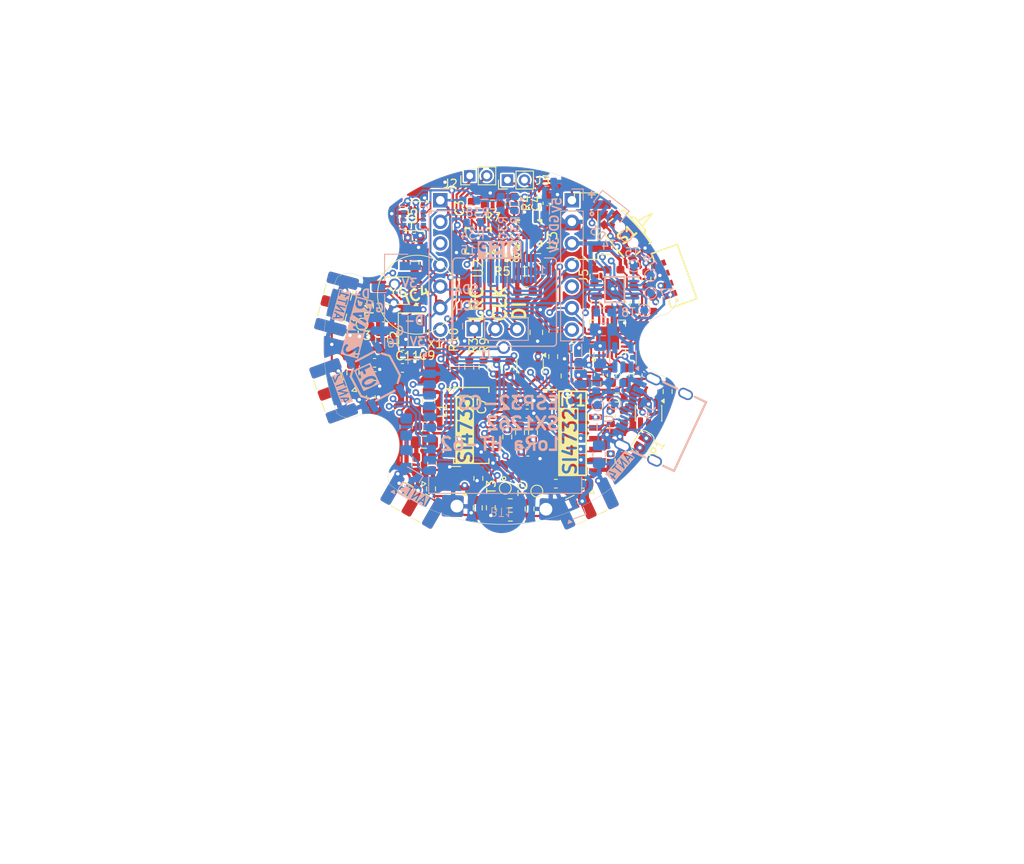
<source format=kicad_pcb>
(kicad_pcb (version 20241229) (generator "pcbnew") (generator_version "9.0")
  (title_block (title "DAB receiver board") (date "2021-07-28") (rev "A") (company "PE5PVB"))
  (layers (0 "F.Cu" signal) (4 "In1.Cu" signal) (6 "In2.Cu" signal) (2 "B.Cu" signal) (13 "F.Paste" user) (15 "B.Paste" user) (5 "F.SilkS" user "F.Silkscreen") (7 "B.SilkS" user "B.Silkscreen") (1 "F.Mask" user) (3 "B.Mask" user) (25 "Edge.Cuts" user))
  (net 0 "")
  (net 1 "GND")
  (net 2 "+5V")
  (net 3 "+3V3")
  (net 4 "SDA")
  (net 5 "SCL")
  (net 6 "Net-(ANT2-A)")
  (net 7 "MISO")
  (net 8 "MOSI")
  (net 9 "CLK")
  (net 10 "Net-(ANT3-A)")
  (net 11 "Net-(U1-DBYP)")
  (net 12 "Net-(U1-FMI)")
  (net 13 "Net-(C11-Pad1)")
  (net 14 "Net-(U4-LEFTINM)")
  (net 15 "Net-(U4-LEFTINP)")
  (net 16 "Net-(U4-RIGHTINP)")
  (net 17 "Net-(U4-RIGHTINM)")
  (net 18 "Net-(C16-Pad1)")
  (net 19 "L")
  (net 20 "R")
  (net 21 "Net-(C18-Pad1)")
  (net 22 "Net-(Q1-G)")
  (net 23 "Net-(J3-Pin_1)")
  (net 24 "Net-(U4-CPN)")
  (net 25 "Net-(U4-CPP)")
  (net 26 "Net-(U4-CPVSS)")
  (net 27 "LCD_DC")
  (net 28 "+3.3VA")
  (net 29 "Net-(J5-Pin_1)")
  (net 30 "I2SDIN")
  (net 31 "I2SLRC")
  (net 32 "I2SCLK")
  (net 33 "Net-(U8-EN)")
  (net 34 "Net-(D3-DOUT)")
  (net 37 "LEDK")
  (net 38 "Net-(U12-PROG)")
  (net 39 "+5VD")
  (net 40 "+BATT")
  (net 41 "Net-(IC3-~{RESET})")
  (net 42 "Net-(J2-Pin_2)")
  (net 43 "Net-(J2-Pin_1)")
  (net 44 "Net-(J3-Pin_2)")
  (net 46 "Net-(IC1-FMI)")
  (net 47 "Net-(J4-CC1)")
  (net 48 "Net-(J4-CC2)")
  (net 49 "Net-(IC1-RCLK)")
  (net 50 "OSC")
  (net 53 "Net-(IC1-GPO3{slash}DCLK)")
  (net 54 "Net-(IC1-~{RST})")
  (net 56 "Net-(IC1-LOUT{slash}DFS)")
  (net 59 "Net-(L4-Pad2)")
  (net 60 "GPIO_INT")
  (net 61 "Net-(U1-~{RST})")
  (net 62 "Net-(U1-RCLK)")
  (net 63 "Net-(U1-GPO3{slash}[DCLK])")
  (net 64 "Net-(U2-GAIN)")
  (net 65 "Net-(U3-GAIN)")
  (net 66 "Net-(U3-SD)")
  (net 67 "Net-(U2-SD)")
  (net 68 "Net-(U1-DOUT)")
  (net 69 "D+")
  (net 70 "D-")
  (net 71 "Net-(U1-DFS)")
  (net 72 "Net-(Y1-XA)")
  (net 73 "Net-(Y1-XB)")
  (net 74 "Net-(U4-~SD)")
  (net 75 "Net-(U4-SDA)")
  (net 76 "Net-(Y1-CLK0)")
  (net 77 "Net-(Y1-CLK1)")
  (net 78 "Net-(Y1-CLK2)")
  (net 79 "Net-(U4-SCL)")
  (net 80 "Net-(U4-HPRIGHT)")
  (net 81 "AMI")
  (net 82 "Net-(U4-HPLEFT)")
  (net 83 "Net-(IC1-AMI)")
  (net 84 "LORA")
  (net 85 "INT2")
  (net 86 "LORA_CS")
  (net 87 "IO9")
  (net 88 "Net-(U6-LEDA)")
  (net 89 "Net-(U6-RST)")
  (net 94 "Net-(IC1-ROUT{slash}DOUT)")
  (net 95 "SWITCH1")
  (net 96 "SWITCH2")
  (net 98 "TP2_INT")
  (net 99 "LCD_BL")
  (net 100 "LORA_BUSY")
  (net 101 "BUT2")
  (net 102 "RV3028_Int")
  (net 103 "LCD_CS")
  (net 105 "Net-(ANT1-A)")
  (net 113 "Net-(Y2-EVI)")
  (net 114 "Net-(Y2-VBACKUP)")
  (net 125 "Net-(J5-Pin_3)")
  (footprint "Resistor_SMD:R_0603_1608Metric" (layer "F.Cu") (at 112.98 106.29)
    (property "Reference" "R28" (hide yes))
    (property "Value" "0R")
  )
  (footprint "Capacitor_SMD:C_0603_1608Metric" (layer "F.Cu") (at 84.44 103.76)
    (property "Reference" "C16" (hide yes))
    (property "Value" "27pF")
  )
  (footprint "Crystal:Crystal_SMD_3225-4Pin_3.2x2.5mm" (layer "F.Cu") (at 88.85 98.33 -90)
    (property "Reference" "X1")
    (property "Value" "X322525MMB4SI")
  )
  (footprint "Resistor_SMD:R_0603_1608Metric" (layer "F.Cu") (at 93.82 102.71 -90)
    (property "Reference" "R10")
    (property "Value" "2k")
  )
  (footprint "Resistor_SMD:R_0603_1608Metric" (layer "F.Cu") (at 102.66 119.42 -90)
    (property "Reference" "R22" (hide yes))
    (property "Value" "10K")
  )
  (footprint "Resistor_SMD:R_0603_1608Metric_Pad0.98x0.95mm_HandSolder" (layer "F.Cu") (at 102.13 93.78)
    (property "Reference" "R6" (hide yes))
    (property "Value" "N.C.")
  )
  (footprint "Capacitor_SMD:C_0603_1608Metric" (layer "F.Cu") (at 83 94.98 90)
    (property "Reference" "C6" (hide yes))
    (property "Value" "100nF")
  )
  (footprint "Resistor_SMD:R_0603_1608Metric" (layer "F.Cu") (at 106.91 103.74 -90)
    (property "Reference" "R19" (hide yes))
    (property "Value" "0R")
  )
  (footprint "tp4056:TQFN-16_L3.0-W3.0-P0.50-BL-EP1.5" (layer "F.Cu") (at 102.56 86.892)
    (property "Reference" "U3")
    (property "Value" "MAX98357AETE+T" (hide yes))
  )
  (footprint "Resistor_SMD:R_0603_1608Metric" (layer "F.Cu") (at 112.24 108.555 90)
    (property "Reference" "R31" (hide yes))
    (property "Value" "0R")
  )
  (footprint "Capacitor_SMD:C_0603_1608Metric" (layer "F.Cu") (at 95.86 83.98 90)
    (property "Reference" "C3")
    (property "Value" "1uF")
  )
  (footprint "Capacitor_SMD:C_0603_1608Metric" (layer "F.Cu") (at 83.97 106.205 -90)
    (property "Reference" "C19" (hide yes))
    (property "Value" "27pF")
  )
  (footprint "Inductor_SMD:L_0805_2012Metric_Pad1.15x1.40mm_HandSolder" (layer "F.Cu") (at 85.24 99.51 -90)
    (property "Reference" "L2")
    (property "Value" "56nH")
  )
  (footprint "Inductor_SMD:L_0805_2012Metric_Pad1.15x1.40mm_HandSolder" (layer "F.Cu") (at 81.86 103.35 -90)
    (property "Reference" "L6" (hide yes))
    (property "Value" "56nH")
  )
  (footprint "Resistor_SMD:R_0603_1608Metric" (layer "F.Cu") (at 98.77 102.7 90)
    (property "Reference" "R17" (hide yes))
    (property "Value" "10K")
  )
  (footprint "Capacitor_SMD:C_0603_1608Metric_Pad1.08x0.95mm_HandSolder" (layer "F.Cu") (at 115.4 103.64 -90)
    (property "Reference" "C15" (hide yes))
    (property "Value" "10uF")
  )
  (footprint "Package_TO_SOT_SMD:TSOT-23-6" (layer "F.Cu") (at 116.68 108.1425 -90)
    (property "Reference" "U12" (hide yes))
    (property "Value" "TP4057")
  )
  (footprint "Resistor_SMD:R_0603_1608Metric_Pad0.98x0.95mm_HandSolder" (layer "F.Cu") (at 98.31 83.55 180)
    (property "Reference" "R7")
    (property "Value" "330K")
  )
  (footprint "Inductor_SMD:L_0603_1608Metric_Pad1.05x0.95mm_HandSolder" (layer "F.Cu") (at 105.76 116.44)
    (property "Reference" "L7" (hide yes))
    (property "Value" "4.7uH")
  )
  (footprint "Resistor_SMD:R_0603_1608Metric" (layer "F.Cu") (at 112.22 113.74 -90)
    (property "Reference" "R29" (hide yes))
    (property "Value" "0R")
  )
  (footprint "Package_LGA:Bosch_LGA-8_3x3mm_P0.8mm_ClockwisePinNumbering" (layer "F.Cu") (at 88.9 84.92 -90)
    (property "Reference" "U5")
    (property "Value" "BME690")
  )
  (footprint "Capacitor_SMD:C_0805_2012Metric_Pad1.18x1.45mm_HandSolder" (layer "F.Cu") (at 103.46 98.61 90)
    (property "Reference" "C34" (hide yes))
    (property "Value" "1uF")
  )
  (footprint "Resistor_SMD:R_0603_1608Metric_Pad0.98x0.95mm_HandSolder" (layer "F.Cu") (at 96.56 119.2825 -90)
    (property "Reference" "R21" (hide yes))
    (property "Value" "N.C.")
  )
  (footprint "Resistor_SMD:R_0603_1608Metric" (layer "F.Cu") (at 100.4 120.32)
    (property "Reference" "R23" (hide yes))
    (property "Value" "10K")
  )
  (footprint "Capacitor_SMD:C_0603_1608Metric" (layer "F.Cu") (at 112 95.12 90)
    (property "Reference" "C23" (hide yes))
    (property "Value" "100nF")
  )
  (footprint "Resistor_SMD:R_0603_1608Metric_Pad0.98x0.95mm_HandSolder" (layer "F.Cu") (at 103.72 89.85)
    (property "Reference" "R8")
    (property "Value" "680K")
  )
  (footprint "Capacitor_SMD:C_0603_1608Metric_Pad1.08x0.95mm_HandSolder" (layer "F.Cu") (at 110.83 103.6 -90)
    (property "Reference" "C12" (hide yes))
    (property "Value" "10uF")
  )
  (footprint "Resistor_SMD:R_0603_1608Metric" (layer "F.Cu") (at 115.03 95.17 -90)
    (property "Reference" "R26" (hide yes))
    (property "Value" "100R")
  )
  (footprint "Connector_Coaxial:SMA_Samtec_SMA-J-P-H-ST-EM1_EdgeMount" (layer "F.Cu") (at 79.35 105.59 -160)
    (property "Reference" "ANT2")
    (property "Value" "Antenna_Shield")
  )
  (footprint "Package_SO:SSOP-24_3.9x8.7mm_P0.635mm" (layer "F.Cu") (at 95.8 109.5725)
    (property "Reference" "U1" (hide yes))
    (property "Value" "Si4735-D60-GU")
  )
  (footprint "TestPoint:TestPoint_Pad_D1.0mm" (layer "F.Cu") (at 103.52 117.31)
    (property "Reference" "T2")
    (property "Value" "TestPoint")
  )
  (footprint "Capacitor_SMD:C_0603_1608Metric" (layer "F.Cu") (at 113.74 113.95 90)
    (property "Reference" "C10" (hide yes))
    (property "Value" "1uF")
  )
  (footprint "tp4056:TQFN-16_L3.0-W3.0-P0.50-BL-EP1.5" (layer "F.Cu") (at 96.592 87.84 90)
    (property "Reference" "U2")
    (property "Value" "MAX98357AETE+T" (hide yes))
  )
  (footprint "Resistor_SMD:R_0603_1608Metric" (layer "F.Cu") (at 100.04 110.93 -90)
    (property "Reference" "R1" (hide yes))
    (property "Value" "0R")
  )
  (footprint "Capacitor_SMD:C_0603_1608Metric" (layer "F.Cu") (at 105.47 98.49 90)
    (property "Reference" "C24" (hide yes))
    (property "Value" "1uF")
  )
  (footprint "Resistor_SMD:R_0603_1608Metric" (layer "F.Cu") (at 110.31 92 90)
    (property "Reference" "R27" (hide yes))
    (property "Value" "100R")
  )
  (footprint "VEML7700:VEML7700" (layer "F.Cu") (at 119.369807 95.725058 110)
    (property "Reference" "IC2" (hide yes))
    (property "Value" "VEML7700" (hide yes))
  )
  (footprint "Capacitor_SMD:C_0603_1608Metric" (layer "F.Cu") (at 87.74 101.23)
    (property "Reference" "C9")
    (property "Value" "27pF")
  )
  (footprint "Capacitor_SMD:C_0603_1608Metric" (layer "F.Cu") (at 100.13 107.43 -90)
    (property "Reference" "C7")
    (property "Value" "22n")
  )
  (footprint "Package_DFN_QFN:QFN-20-1EP_4x4mm_P0.5mm_EP2.7x2.7mm" (layer "F.Cu") (at 111.86 99.28 90)
    (property "Reference" "U4" (hide yes))
    (property "Value" "TPA6130A2RTJTR")
  )
  (footprint "Capacitor_SMD:C_0603_1608Metric" (layer "F.Cu") (at 102.39 106.65)
    (property "Reference" "C31" (hide yes))
    (property "Value" "100nF")
  )
  (footprint "Capacitor_SMD:C_0603_1608Metric_Pad1.08x0.95mm_HandSolder" (layer "F.Cu") (at 113.89 103.65 -90)
    (property "Reference" "C14" (hide yes))
    (property "Value" "10uF")
  )
  (footprint "Capacitor_SMD:C_0603_1608Metric" (layer "F.Cu") (at 102.46 112.67)
    (property "Reference" "C26" (hide yes))
    (property "Value" "100nF")
  )
  (footprint "Resistor_SMD:R_0603_1608Metric" (layer "F.Cu") (at 103.07 110.42 90)
    (property "Reference" "R18" (hide yes))
    (property "Value" "0R")
  )
  (footprint "SI4732-A10:SOIC127P600X175-16N" (layer "F.Cu") (at 107.73 110.5)
    (property "Reference" "IC1")
    (property "Value" "SI4732-A10-GS" (hide yes))
  )
  (footprint "Resistor_SMD:R_0603_1608Metric" (layer "F.Cu") (at 100.28 102.8675 90)
    (property "Reference" "R14" (hide yes))
    (property "Value" "10K")
  )
  (footprint "Connector_Coaxial:SMA_Samtec_SMA-J-P-H-ST-EM1_EdgeMount" (layer "F.Cu") (at 109.400873 118.99113 -65)
    (property "Reference" "ANT4")
    (property "Value" "Antenna")
  )
  (footprint "Capacitor_SMD:C_0603_1608Metric" (layer "F.Cu") (at 85.475 96.86)
    (property "Reference" "C5" (hide yes))
    (property "Value" "27pF")
  )
  (footprint "Inductor_SMD:L_0805_2012Metric_Pad1.15x1.40mm_HandSolder" (layer "F.Cu") (at 90.78 106.665 -90)
    (property "Reference" "L1")
    (property "Value" "180nH")
  )
  (footprint "Package_TO_SOT_SMD:SOT-23" (layer "F.Cu") (at 93.8975 115.97 180)
    (property "Reference" "Q1" (hide yes))
    (property "Value" "2SK508G-K51-AE3-R")
  )
  (footprint "SSCM110100:SSCM110100" (layer "F.Cu") (at 114.832835 86.508678 -50)
    (property "Reference" "S1")
    (property "Value" "SSCM110100" (hide yes))
  )
  (footprint "Resistor_SMD:R_0603_1608Metric" (layer "F.Cu") (at 101.54 110.42 -90)
    (property "Reference" "R2" (hide yes))
    (property "Value" "0R")
  )
  (footprint "Resistor_SMD:R_0603_1608Metric" (layer "F.Cu") (at 105.45 101.465 90)
    (property "Reference" "R37" (hide yes))
    (property "Value" "0R")
  )
  (footprint "Package_TO_SOT_SMD:SOT-23-5" (layer "F.Cu") (at 102.7225 102.59 -90)
    (property "Reference" "U7" (hide yes))
    (property "Value" "RT9013")
  )
  (footprint "Resistor_SMD:R_0603_1608Metric" (layer "F.Cu") (at 116.43 92.33 90)
    (property "Reference" "R24" (hide yes))
    (property "Value" "0R")
  )
  (footprint "Resistor_SMD:R_0603_1608Metric" (layer "F.Cu") (at 102.13 91.43)
    (property "Reference" "R5")
    (property "Value" "100K")
  )
  (footprint "Capacitor_SMD:C_0603_1608Metric" (layer "F.Cu") (at 102.37 108.16)
    (property "Reference" "C2" (hide yes))
    (property "Value" "100nF")
  )
  (footprint "MLX90640:MLX90640ESFBAB000SP" (layer "F.Cu") (at 92.151008 93.178496 -160)
    (property "Reference" "IC4")
    (property "Value" "MLX90640ESF-BAB-000-SP" (hide yes))
  )
  (footprint "Inductor_SMD:L_0603_1608Metric_Pad1.05x0.95mm_HandSolder" (layer "F.Cu") (at 89.3 114.2 -90)
    (property "Reference" "L5" (hide yes))
    (property "Value" "4.7uH")
  )
  (footprint "Capacitor_SMD:C_0603_1608Metric" (layer "F.Cu") (at 108.95 116.45 180)
    (property "Reference" "C27" (hide yes))
    (property "Value" "100nF")
  )
  (footprint "Resistor_SMD:R_0603_1608Metric" (layer "F.Cu") (at 117.25 95.29 -90)
    (property "Reference" "R13" (hide yes))
    (property "Value" "10k")
  )
  (footprint "Capacitor_SMD:C_0603_1608Metric_Pad1.08x0.95mm_HandSolder" (layer "F.Cu") (at 112.36 103.65 -90)
    (property "Reference" "C13" (hide yes))
    (property "Value" "10uF")
  )
  (footprint "TestPoint:TestPoint_Pad_D1.0mm" (layer "F.Cu") (at 99.8 116.97)
    (property "Reference" "T3")
    (property "Value" "TestPoint")
  )
  (footprint "Connector_PinHeader_2.00mm:PinHeader_1x02_P2.00mm_Vertical" (layer "F.Cu") (at 95.62 80.17 90)
    (property "Reference" "J2")
    (property "Value" "Conn_01x02_Pin")
  )
  (footprint "Resistor_SMD:R_0603_1608Metric_Pad0.98x0.95mm_HandSolder" (layer "F.Cu") (at 98.1 119.27 -90)
    (property "Reference" "R20" (hide yes))
    (property "Value" "0R")
  )
  (footprint "Capacitor_SMD:C_0603_1608Metric" (layer "F.Cu") (at 90.34 109.69)
    (property "Reference" "C8" (hide yes))
    (property "Value" "18pF")
  )
  (footprint "Capacitor_SMD:C_0603_1608Metric" (layer "F.Cu") (at 113.51 95.12 90)
    (property "Reference" "C21" (hide yes))
    (property "Value" "1uF")
  )
  (footprint "Resistor_SMD:R_0603_1608Metric" (layer "F.Cu") (at 97.24 102.71 90)
    (property "Reference" "R9")
    (property "Value" "600R")
  )
  (footprint "Inductor_SMD:L_0805_2012Metric_Pad1.15x1.40mm_HandSolder" (layer "F.Cu") (at 90.27 111.55 180)
    (property "Reference" "L4" (hide yes))
    (property "Value" "56nH")
  )
  (footprint "Capacitor_SMD:C_0603_1608Metric" (layer "F.Cu") (at 104.77 83.4075 90)
    (property "Reference" "C4")
    (property "Value" "100nF")
  )
  (footprint "Package_SO:MSOP-10_3x3mm_P0.5mm" (layer "F.Cu") (at 87.07 93.7 180)
    (property "Reference" "Y1")
    (property "Value" "Si5351A-B-GT")
  )
  (footprint "Resistor_SMD:R_0603_1608Metric" (layer "F.Cu") (at 96.63 115.81 90)
    (property "Reference" "R12" (hide yes))
    (property "Value" "100R")
  )
  (footprint "Connector_PinHeader_2.00mm:PinHeader_1x02_P2.00mm_Vertical" (layer "F.Cu") (at 100.06 80.67 90)
    (property "Reference" "J3")
    (property "Value" "Conn_01x02_Pin")
  )
  (footprint "Connector_Coaxial:SMA_Samtec_SMA-J-P-H-ST-EM1_EdgeMount" (layer "F.Cu") (at 88.84 118.7 -120)
    (property "Reference" "ANT3")
    (property "Value" "Antenna_Shield")
  )
  (footprint "Resistor_SMD:R_0603_1608Metric" (layer "F.Cu") (at 100.39 118.74 180)
    (property "Reference" "R36" (hide yes))
    (property "Value" "0R")
  )
  (footprint "Inductor_SMD:L_0805_2012Metric_Pad1.15x1.40mm_HandSolder" (layer "F.Cu") (at 82.36 100.45 180)
    (property "Reference" "L3")
    (property "Value" "56nH")
  )
  (footprint "Resistor_SMD:R_0603_1608Metric" (layer "F.Cu") (at 91.06 117.05 -90)
    (property "Reference" "R11" (hide yes))
    (property "Value" "1M")
  )
  (footprint "Connector_Coaxial:SMA_Samtec_SMA-J-P-H-ST-EM1_EdgeMount" (layer "F.Cu") (at 79.69 95.2 165)
    (property "Reference" "ANT1")
    (property "Value" "Antenna_Shield")
  )
  (footprint "Capacitor_SMD:C_0603_1608Metric" (layer "F.Cu") (at 89.095 87.46)
    (property "Reference" "C28" (hide yes))
    (property "Value" "100nF")
  )
  (footprint "RV-3032-C7:RV3032C7" (layer "F.Cu") (at 101.92 114.89)
    (property "Reference" "Y2" (hide yes))
    (property "Value" "RV-3032-C7" (hide yes))
  )
  (footprint "Resistor_SMD:R_0603_1608Metric" (layer "F.Cu") (at 95.56 102.73 -90)
    (property "Reference" "R3")
    (property "Value" "2k")
  )
  (footprint "Capacitor_SMD:C_0603_1608Metric" (layer "F.Cu") (at 89.12 90.46 90)
    (property "Reference" "C1" (hide yes))
    (property "Value" "100nF")
  )
  (footprint "Connector_PinHeader_2.54mm:PinHeader_1x03_P2.54mm_Vertical_SMD_Pin1Left" (layer "F.Cu") (at 109.325 86.1 180)
    (property "Reference" "J5")
    (property "Value" "Headphones")
  )
  (footprint "Capacitor_SMD:C_0603_1608Metric" (layer "F.Cu") (at 108.47 102.86 -90)
    (property "Reference" "C20" (hide yes))
    (property "Value" "1uF")
  )
  (footprint "Resistor_SMD:R_0603_1608Metric" (layer "F.Cu") (at 118.93 105.59 -90)
    (property "Reference" "R41" (hide yes))
    (property "Value" "2k")
  )
  (footprint "TestPoint:TestPoint_Pad_D1.0mm" (layer "F.Cu") (at 82.93 97.65)
    (property "Reference" "T1")
    (property "Value" "TestPoint")
  )
  (footprint "Capacitor_SMD:C_0603_1608Metric" (layer "F.Cu") (at 110.429 95.12 90)
    (property "Reference" "C25" (hide yes))
    (property "Value" "100nF")
  )
  (footprint "Capacitor_SMD:C_0603_1608Metric" (layer "F.Cu") (at 91.18 114.04 -90)
    (property "Reference" "C18" (hide yes))
    (property "Value" "470nF")
  )
  (footprint "Capacitor_SMD:C_0603_1608Metric" (layer "F.Cu") (at 107.705 100.45)
    (property "Reference" "C22" (hide yes))
    (property "Value" "100nF")
  )
  (footprint "Capacitor_SMD:C_0603_1608Metric" (layer "F.Cu") (at 84.41 102.2)
    (property "Reference" "C17" (hide yes))
    (property "Value" "27pF")
  )
  (footprint "Capacitor_SMD:C_0603_1608Metric" (layer "F.Cu") (at 113.77 108.56 -90)
    (property "Reference" "C32" (hide yes))
    (property "Value" "22pF")
  )
  (footprint "Capacitor_SMD:C_0603_1608Metric" (layer "F.Cu") (at 113.36 92 -90)
    (property "Reference" "C30" (hide yes))
    (property "Value" "330pF")
  )
  (footprint "Capacitor_SMD:C_0603_1608Metric" (layer "F.Cu") (at 111.83 92 -90)
    (property "Reference" "C33" (hide yes))
    (property "Value" "330pF")
  )
  (footprint "Resistor_SMD:R_0603_1608Metric" (layer "F.Cu") (at 114.91 92.2 90)
    (property "Reference" "R25" (hide yes))
    (property "Value" "0R")
  )
  (footprint "Resistor_SMD:R_0603_1608Metric" (layer "F.Cu") (at 100.84 83.39 -90)
    (property "Reference" "R4")
    (property "Value" "100K")
  )
  (footprint "Capacitor_SMD:C_0603_1608Metric" (layer "F.Cu") (at 87.69 102.8)
    (property "Reference" "C11")
    (property "Value" "27pF")
  )
  (footprint "Jumper:SolderJumper-2_P1.3mm_Open_RoundedPad1.0x1.5mm" (layer "F.Cu") (at 116 111.64 -122)
    (property "Reference" "JP1")
    (property "Value" "Jumper_2_Small_Open")
  )
  (footprint "TestPoint:TestPoint_Pad_D1.0mm" (layer "B.Cu") (at 112.69 106.97)
    (property "Reference" "U+1" (hide yes))
    (property "Value" "U+")
  )
  (footprint "Package_TO_SOT_SMD:SOT-23W" (layer "B.Cu") (at 107.74 118.91 20)
    (property "Reference" "D2" (hide yes))
    (property "Value" "BAV99")
  )
  (footprint "Resistor_SMD:R_0603_1608Metric" (layer "B.Cu") (at 99.27 83.39 -90)
    (property "Reference" "R30")
    (property "Value" "22")
  )
  (footprint "Resistor_SMD:R_0805_2012Metric_Pad1.20x1.40mm_HandSolder" (layer "B.Cu") (at 88.14 109.75 -90)
    (property "Reference" "R35" (hide yes))
    (property "Value" "10k")
  )
  (footprint "Resistor_SMD:R_0603_1608Metric" (layer "B.Cu") (at 110.52 104.66 -90)
    (property "Reference" "R40" (hide yes))
    (property "Value" "10K")
  )
  (footprint "open-Smartwatch:GC9A01_Touch_IPS_display_reversed_16pin" (layer "B.Cu") (at 99.48 91.3 180)
    (property "Reference" "U6" (hide yes))
    (property "Value" "~")
  )
  (footprint "TestPoint:TestPoint_Pad_D1.0mm" (layer "B.Cu") (at 116.19 96.03)
    (property "Reference" "T8")
    (property "Value" "TestPoint")
  )
  (footprint "TestPoint:TestPoint_Pad_D1.0mm" (layer "B.Cu") (at 114.04 87.22)
    (property "Reference" "T4")
    (property "Value" "TestPoint")
  )
  (footprint "Connector_PinHeader_2.54mm:PinHeader_1x03_P2.54mm_Vertical" (layer "B.Cu") (at 96.1 98.22 -90)
    (property "Reference" "J1")
    (property "Value" "Conn_01x03")
  )
  (footprint "Resistor_SMD:R_0603_1608Metric" (layer "B.Cu") (at 112.81 104.56 180)
    (property "Reference" "R15" (hide yes))
    (property "Value" "5.1k")
  )
  (footprint "TestPoint:TestPoint_Pad_D1.0mm" (layer "B.Cu") (at 110.68 107.15)
    (property "Reference" "U-1" (hide yes))
    (property "Value" "U-")
  )
  (footprint "Package_TO_SOT_SMD:SOT-23-5" (layer "B.Cu") (at 113.6625 101.56 90)
    (property "Reference" "U9" (hide yes))
    (property "Value" "RT9013")
  )
  (footprint "Capacitor_SMD:C_0805_2012Metric_Pad1.18x1.45mm_HandSolder" (layer "B.Cu") (at 88.17 113.53 90)
    (property "Reference" "C35" (hide yes))
    (property "Value" "100nF")
  )
  (footprint "TestPoint:TestPoint_Pad_D1.0mm" (layer "B.Cu") (at 116.91 91.91)
    (property "Reference" "T6")
    (property "Value" "TestPoint")
  )
  (footprint "Connector_PinHeader_2.54mm:PinHeader_1x05_P2.54mm_Vertical_SMD_Pin1Right" (layer "B.Cu") (at 86.965 95.87)
    (property "Reference" "J6")
    (property "Value" "Conn_01x05")
  )
  (footprint "Resistor_SMD:R_0603_1608Metric" (layer "B.Cu") (at 100.92 83.475 -90)
    (property "Reference" "R32")
    (property "Value" "10k")
  )
  (footprint "tp4056:MYOUNG MY-927-01" (layer "B.Cu") (at 99.35 119.26 -2)
    (property "Reference" "BT1")
    (property "Value" "Battery")
  )
  (footprint "Capacitor_SMD:C_0805_2012Metric_Pad1.18x1.45mm_HandSolder" (layer "B.Cu") (at 111.36 98.27)
    (property "Reference" "C37" (hide yes))
    (property "Value" "1uF")
  )
  (footprint "tp4056:USB-C_SMD-TYPE-C-31-M-12" (layer "B.Cu") (at 116.828092 108.669781 -115)
    (property "Reference" "J4")
    (property "Value" "TYPE-C-31-M-12" (hide yes))
  )
  (footprint "TestPoint:TestPoint_Pad_D1.0mm" (layer "B.Cu") (at 116.94 93.99)
    (property "Reference" "T7")
    (property "Value" "TestPoint")
  )
  (footprint "Capacitor_SMD:C_0805_2012Metric_Pad1.18x1.45mm_HandSolder" (layer "B.Cu") (at 110.85 112.98 90)
    (property "Reference" "R16" (hide yes))
    (property "Value" "5.1k")
  )
  (footprint "tp4056:SW-SMD_4P-CORR-L5.2-W5.2-P3.70-LS6.4" (layer "B.Cu") (at 84.496161 103.746339 118)
    (property "Reference" "SW1" (hide yes))
    (property "Value" "SW_Push" (hide yes))
  )
  (footprint "Package_TO_SOT_SMD:SOT-23W" (layer "B.Cu") (at 88.39077 116.38 -30)
    (property "Reference" "D1" (hide yes))
    (property "Value" "BAV99")
  )
  (footprint "Resistor_SMD:R_0603_1608Metric" (layer "B.Cu") (at 104.68 80.87 180)
    (property "Reference" "R33" (hide yes))
    (property "Value" "1M")
  )
  (footprint "Resistor_SMD:R_0603_1608Metric" (layer "B.Cu") (at 96.06 85.69 180)
    (property "Reference" "R34")
    (property "Value" "10k")
  )
  (footprint "TestPoint:TestPoint_Pad_D1.0mm" (layer "B.Cu") (at 114.96 90.76)
    (property "Reference" "T5")
    (property "Value" "TestPoint")
  )
  (footprint "Resistor_SMD:R_0603_1608Metric" (layer "B.Cu") (at 111.4 96.28)
    (property "Reference" "R39" (hide yes))
    (property "Value" "10K")
  )
  (footprint "tp4056:LED_WS2812B-4020" (layer "B.Cu") (at 112.303027 83.77516 142)
    (property "Reference" "D3")
    (property "Value" "WS2812B-4020")
  )
  (footprint "Connector_PinHeader_2.54mm:PinHeader_1x07_P2.54mm_Vertical" (layer "B.Cu") (at 107.649697 83.05 180)
    (property "Reference" "J8" (hide yes))
    (property "Value" "DISP RIGHT")
  )
  (footprint "Package_LGA:LGA-14_3x2.5mm_P0.5mm_LayoutBorder3x4y" (layer "B.Cu") (at 89 85.13 180)
    (property "Reference" "U10" (hide yes))
    (property "Value" "LSM6DS3")
  )
  (footprint "Package_TO_SOT_SMD:SOT-23" (layer "B.Cu") (at 103.445 84.05 -90)
    (property "Reference" "Q2" (hide yes))
    (property "Value" "SI2302")
  )
  (footprint "Resistor_SMD:R_0603_1608Metric" (layer "B.Cu") (at 95.65 83.09)
    (property "Reference" "R38")
    (property "Value" "10k")
  )
  (footprint "TCA9537:SOP50P490X110-10N" (layer "B.Cu") (at 112.69 93.57 180)
    (property "Reference" "IC3" (hide yes))
    (property "Value" "TCA9537DGSR" (hide yes))
  )
  (footprint "Connector_PinHeader_2.54mm:PinHeader_1x07_P2.54mm_Vertical" (layer "B.Cu") (at 92.149697 83.05 180)
    (property "Reference" "J7" (hide yes))
    (property "Value" "DISP LEFT")
  )
  (footprint "RF_Module:Heltec_HT-CT62" (layer "B.Cu") (at 99.79 108.56 -90)
    (property "Reference" "U8" (hide yes))
    (property "Value" "HT-CT62")
  )
  (footprint "Capacitor_SMD:C_0805_2012Metric_Pad1.18x1.45mm_HandSolder" (layer "B.Cu") (at 110.98 101.25 -90)
    (property "Reference" "C36" (hide yes))
    (property "Value" "1uF")
  )
  (gr_circle (center 99.66 115.82) (end 99.86 115.82) (stroke (width 0.15)) (fill no) (layer "F.SilkS"))
  (gr_circle (center 110.23 101.83) (end 110.43 101.83) (stroke (width 0.15)) (fill no) (layer "F.SilkS"))
  (gr_arc (start 82.188165 108.502948) (mid 81.040393 108.646119) (end 79.990907 108.159836) (stroke (width 0.0381)) (layer "Edge.Cuts"))
  (gr_arc (start 82.188165 108.502948) (mid 86.613572 109.705118) (end 86.470629 114.28865) (stroke (width 0.0381)) (layer "Edge.Cuts"))
  (gr_arc (start 118.405873 103.755477) (mid 119.413583 104.323274) (end 119.967839 105.33849) (stroke (width 0.0381)) (layer "Edge.Cuts"))
  (gr_arc (start 86.156956 116.490304) (mid 85.998397 115.344538) (end 86.470629 114.28865) (stroke (width 0.0381)) (layer "Edge.Cuts"))
  (gr_arc (start 86.156956 83.822466) (mid 106.123267 80.118205) (end 119.967839 94.97428) (stroke (width 0.0381)) (layer "Edge.Cuts"))
  (gr_arc (start 95.931413 120.95) (mid 90.755576 119.352704) (end 86.156956 116.490304) (stroke (width 0.0381)) (layer "Edge.Cuts"))
  (gr_arc (start 79.990907 108.159836) (mid 78.414095 100.156385) (end 79.990907 92.152934) (stroke (width 0.0381)) (layer "Edge.Cuts"))
  (gr_arc (start 103.097785 120.951878) (mid 99.514371 121.232233) (end 95.931462 120.945486) (stroke (width 0.1)) (layer "Edge.Cuts"))
  (gr_arc (start 86.470629 86.02412) (mid 85.998434 84.96822) (end 86.156956 83.822466) (stroke (width 0.0381)) (layer "Edge.Cuts"))
  (gr_arc (start 118.405873 103.755477) (mid 115.564112 100.156397) (end 118.405873 96.557293) (stroke (width 0.0381)) (layer "Edge.Cuts"))
  (gr_arc (start 79.990907 92.152934) (mid 81.04039 91.66664) (end 82.188165 91.809822) (stroke (width 0.0381)) (layer "Edge.Cuts"))
  (gr_arc (start 86.470629 86.02412) (mid 86.613538 90.607646) (end 82.188165 91.809822) (stroke (width 0.0381)) (layer "Edge.Cuts"))
  (gr_arc (start 119.967839 94.97428) (mid 119.413594 95.989512) (end 118.405873 96.557293) (stroke (width 0.0381)) (layer "Edge.Cuts"))
  (gr_arc (start 119.967839 105.33849) (mid 113.84473 115.643239) (end 103.096771 120.95) (stroke (width 0.0381)) (layer "Edge.Cuts"))
  (gr_text "SI4735" (at 96 114.2 90) (layer "F.SilkS" knockout) (effects (font (size 1.5 1.5) (thickness 0.3) (bold yes)) (justify left bottom)))
  (gr_text "DI" (at 102.33 97.39 90) (layer "F.SilkS") (effects (font (size 1.5 1.5) (thickness 0.3) (bold yes)) (justify left bottom)))
  (gr_text "CLK" (at 100.04 97.54 90) (layer "F.SilkS") (effects (font (size 1.5 1.5) (thickness 0.3) (bold yes)) (justify left bottom)))
  (gr_text "SI4732" (at 108.31 115.58 90) (layer "F.SilkS" knockout) (effects (font (size 1.5 1.5) (thickness 0.3) (bold yes)) (justify left bottom)))
  (gr_text "LRC" (at 97.3 97.58 90) (layer "F.SilkS") (effects (font (size 1.5 1.5) (thickness 0.3) (bold yes)) (justify left bottom)))
  (gr_text "SCL" (at 96.95 96.03 0) (layer "B.SilkS") (effects (font (size 1 1) (thickness 0.2) (bold yes)) (justify left bottom mirror)))
  (gr_text "3V" (at 89.56 93.39 0) (layer "B.SilkS") (effects (font (size 1 1) (thickness 0.2) (bold yes)) (justify left bottom mirror)))
  (gr_text "F0" (at 83.69 102.02 115) (layer "B.SilkS" knockout) (effects (font (size 1.5 1.5) (thickness 0.3) (bold yes)) (justify left bottom mirror)))
  (gr_text "+" (at 110.49 81.64 90) (layer "B.SilkS") (effects (font (size 1 1) (thickness 0.2) (bold yes)) (justify left bottom mirror)))
  (gr_text "3V" (at 90.51 100.27 0) (layer "B.SilkS") (effects (font (size 1 1) (thickness 0.2) (bold yes)) (justify left bottom mirror)))
  (gr_text "5V" (at 106.48 82.58 90) (layer "B.SilkS") (effects (font (size 1 1) (thickness 0.2) (bold yes)) (justify left bottom mirror)))
  (gr_text "DISP" (at 101.93 89.86 0) (layer "B.SilkS" knockout) (effects (font (size 1.5 1.5) (thickness 0.3) (bold yes)) (justify left bottom mirror)))
  (gr_text "3V" (at 106.16 87.28 90) (layer "B.SilkS") (effects (font (size 1 1) (thickness 0.2) (bold yes)) (justify left bottom mirror)))
  (gr_text "RAW 2" (at 84.23 94.64 75) (layer "B.SilkS" knockout) (effects (font (size 1.5 1.5) (thickness 0.3) (bold yes)) (justify left bottom mirror)))
  (gr_text "D+" (at 84.01 94.67 0) (layer "B.SilkS") (effects (font (size 1 1) (thickness 0.2) (bold yes)) (justify left bottom mirror)))
  (gr_text "U-" (at 111.13 108.02 90) (layer "B.SilkS") (effects (font (size 1 1)) (justify left bottom mirror)))
  (gr_text "GD" (at 106.17 84.61 90) (layer "B.SilkS") (effects (font (size 1 1) (thickness 0.2) (bold yes)) (justify left bottom mirror)))
  (gr_text "D-" (at 90.3 97.8 0) (layer "B.SilkS") (effects (font (size 1 1) (thickness 0.2) (bold yes)) (justify left bottom mirror)))
  (gr_text "G" (at 88.02 99.02 0) (layer "B.SilkS") (effects (font (size 1 1) (thickness 0.2) (bold yes)) (justify left bottom mirror)))
  (gr_text "G" (at 85.63 96.31 0) (layer "B.SilkS") (effects (font (size 1 1) (thickness 0.2) (bold yes)) (justify left bottom mirror)))
  (gr_text "SDA" (at 96.8 94.14 0) (layer "B.SilkS") (effects (font (size 1 1) (thickness 0.2) (bold yes)) (justify left bottom mirror)))
  (gr_text "ESP32-C3\nSX1262\nLoRa HT-62" (at 106.33 112.64 0) (layer "B.SilkS") (effects (font (size 1.5 1.5) (thickness 0.3) (bold yes)) (justify left bottom mirror)))
  (gr_text "U+" (at 112.6 108.17 90) (layer "B.SilkS") (effects (font (size 1 1)) (justify left bottom mirror)))
  (segment (start 97.647133 82.196305) (end 98.034627 82.196305) (width 0.25) (layer "F.Cu") (net 1))
  (segment (start 83.298534 104.654) (end 84.71954 104.654) (width 0.25) (layer "F.Cu") (net 1))
  (segment (start 96.575 82.665) (end 97.00581 82.665) (width 0.25) (layer "F.Cu") (net 1))
  (segment (start 115.51 104.56) (end 115.4525 104.5025) (width 0.25) (layer "F.Cu") (net 1))
  (segment (start 108.47 103.635) (end 108.443074 103.635) (width 0.5) (layer "F.Cu") (net 1))
  (segment (start 116.02 104.08) (end 116.08 104.08) (width 0.25) (layer "F.Cu") (net 1))
  (segment (start 113.866833 97.484999) (end 113.866833 97.593123) (width 0.25) (layer "F.Cu") (net 1))
  (segment (start 94.62 94.96) (end 94.57 95.01) (width 0.25) (layer "F.Cu") (net 1))
  (segment (start 86.64 99.29) (end 86.64 97.25) (width 0.25) (layer "F.Cu") (net 1))
  (segment (start 102.7225 100.54) (end 102.7225 101.4525) (width 0.4) (layer "F.Cu") (net 1))
  (segment (start 79.366714 102.385169) (end 79.366714 100.03) (width 0.25) (layer "F.Cu") (net 1))
  (segment (start 102.356 98.501) (end 102.356 97.732884) (width 0.25) (layer "F.Cu") (net 1))
  (segment (start 98.899 85.949134) (end 98.899 86.58) (width 0.2) (layer "F.Cu") (net 1))
  (segment (start 96.3375 120.13) (end 95.156419 120.13) (width 0.25) (layer "F.Cu") (net 1))
  (segment (start 111.36 99.78) (end 111.86 99.28) (width 0.2) (layer "F.Cu") (net 1))
  (segment (start 117.73818 104.08818) (end 117.236638 104.08818) (width 0.25) (layer "F.Cu") (net 1))
  (segment (start 91.28 117.9) (end 91.28 118.22) (width 0.25) (layer "F.Cu") (net 1))
  (segment (start 93.2 111.16) (end 94.38 111.16) (width 0.25) (layer "F.Cu") (net 1))
  (segment (start 111.86 101.31) (end 111.86 99.36) (width 0.25) (layer "F.Cu") (net 1))
  (segment (start 103.4025 100.0025) (end 103.63 99.775) (width 0.25) (layer "F.Cu") (net 1))
  (segment (start 113.81 98.78) (end 112.36 98.78) (width 0.2) (layer "F.Cu") (net 1))
  (segment (start 107.508879 86.22) (end 107.425 86.22) (width 0.4) (layer "F.Cu") (net 1))
  (segment (start 94.513 88.09) (end 94.050697 88.552303) (width 0.25) (layer "F.Cu") (net 1))
  (segment (start 111.079 92.024) (end 111.83 92.775) (width 0.4) (layer "F.Cu") (net 1))
  (segment (start 96.63 116.635) (end 96.63 116.23) (width 0.25) (layer "F.Cu") (net 1))
  (segment (start 94.050697 89.21) (end 94.050697 90.392532) (width 0.25) (layer "F.Cu") (net 1))
  (segment (start 112.460331 93.489669) (end 112.675 93.275) (width 0.25) (layer "F.Cu") (net 1))
  (segment (start 97.27 82.40081) (end 97.27 82.39009) (width 0.25) (layer "F.Cu") (net 1))
  (segment (start 116.54 106.350001) (end 115.51 105.320001) (width 0.25) (layer "F.Cu") (net 1))
  (segment (start 103.6 114.29) (end 103.27 114.29) (width 0.25) (layer "F.Cu") (net 1))
  (segment (start 86.55 84.63) (end 86.65 84.73) (width 0.2) (layer "F.Cu") (net 1))
  (segment (start 105.46 93.24) (end 104.482 94.218) (width 0.3) (layer "F.Cu") (net 1))
  (segment (start 89.59 89.215) (end 89.12 89.685) (width 0.2) (layer "F.Cu") (net 1))
  (segment (start 79.366714 100.03) (end 79.48 100.03) (width 0.25) (layer "F.Cu") (net 1))
  (segment (start 84.856609 106.234788) (end 84.715212 106.234788) (width 0.25) (layer "F.Cu") (net 1))
  (segment (start 96.63 116.23) (end 96.48 116.08) (width 0.25) (layer "F.Cu") (net 1))
  (segment (start 115.5975 104.5025) (end 116.02 104.08) (width 0.25) (layer "F.Cu") (net 1))
  (segment (start 89.7 97.23) (end 89.7 97.595687) (width 0.25) (layer "F.Cu") (net 1))
  (segment (start 98.899 86.58) (end 98.899 86.168949) (width 0.25) (layer "F.Cu") (net 1))
  (segment (start 86.7 84.73) (end 86.7 84.52) (width 0.2) (layer "F.Cu") (net 1))
  (segment (start 108.443074 103.635) (end 108.428074 103.65) (width 0.5) (layer "F.Cu") (net 1))
  (segment (start 109.434 91.634484) (end 109.823516 92.024) (width 0.4) (layer "F.Cu") (net 1))
  (segment (start 86.25 96.86) (end 86.25 95.589097) (width 0.25) (layer "F.Cu") (net 1))
  (segment (start 95.092 88.09) (end 94.513 88.09) (width 0.25) (layer "F.Cu") (net 1))
  (segment (start 115.4525 104.5025) (end 115.4 104.5025) (width 0.25) (layer "F.Cu") (net 1))
  (segment (start 112.36 98.78) (end 111.86 99.28) (width 0.2) (layer "F.Cu") (net 1))
  (segment (start 97.68 112.43) (end 98.4 112.43) (width 0.25) (layer "F.Cu") (net 1))
  (segment (start 102.079125 84.433819) (end 102.221827 84.433819) (width 0.25) (layer "F.Cu") (net 1))
  (segment (start 113.74 112.086752) (end 113.58099 111.927742) (width 0.25) (layer "F.Cu") (net 1))
  (segment (start 113.77 107.785) (end 114.719 106.836) (width 0.5) (layer "F.Cu") (net 1))
  (segment (start 86.64 97.25) (end 86.25 96.86) (width 0.25) (layer "F.Cu") (net 1))
  (segment (start 105.745 82.175) (end 105.265 82.175) (width 0.25) (layer "F.Cu") (net 1))
  (segment (start 95.092 88.09) (end 96.342 88.09) (width 0.25) (layer "F.Cu") (net 1))
  (segment (start 85.012203 103.627203) (end 85.24 103.855) (width 0.25) (layer "F.Cu") (net 1))
  (segment (start 89.575 88.585) (end 89.59 88.6) (width 0.2) (layer "F.Cu") (net 1))
  (segment (start 84.9575 93.7) (end 85.821848 93.7) (width 0.2) (layer "F.Cu") (net 1))
  (segment (start 108.169137 89.420257) (end 109.009439 90.260561) (width 0.4) (layer "F.Cu") (net 1))
  (segment (start 98.4 113.491694) (end 98.4 113.065) (width 0.25) (layer "F.Cu") (net 1))
  (segment (start 80.440788 103.459243) (end 80.14 103.158455) (width 0.25) (layer "F.Cu") (net 1))
  (segment (start 86.7 84.52) (end 86.68 84.54) (width 0.2) (layer "F.Cu") (net 1))
  (segment (start 85.153376 102.136339) (end 85.185 102.167963) (width 0.25) (layer "F.Cu") (net 1))
  (segment (start 116.68 107.005) (end 116.68 107.065271) (width 0.25) (layer "F.Cu") (net 1))
  (segment (start 103.46 99.6475) (end 103.605 99.6475) (width 0.25) (layer "F.Cu") (net 1))
  (segment (start 98.36 113.531694) (end 98.4 113.491694) (width 0.25) (layer "F.Cu") (net 1))
  (segment (start 90.000522 81.448) (end 92.172 81.448) (width 0.2) (layer "F.Cu") (net 1))
  (segment (start 116.54 107.0125) (end 116.54 106.350001) (width 0.25) (layer "F.Cu") (net 1))
  (segment (start 102.66 120.245) (end 103.795025 120.245) (width 0.25) (layer "F.Cu") (net 1))
  (segment (start 98.165 114.205) (end 98.36 114.01) (width 0.25) (layer "F.Cu") (net 1))
  (segment (start 98.53119 87.588) (end 98.899 87.22019) (width 0.25) (layer "F.Cu") (net 1))
  (segment (start 98.899 87.22019) (end 98.899 86.58) (width 0.25) (layer "F.Cu") (net 1))
  (segment (start 107.649697 85.59) (end 106.448697 86.791) (width 0.3) (layer "F.Cu") (net 1))
  (segment (start 82.540757 103.459243) (end 80.440788 103.459243) (width 0.25) (layer "F.Cu") (net 1))
  (segment (start 84.715212 106.234788) (end 83.97 106.98) (width 0.25) (layer "F.Cu") (net 1))
  (segment (start 85.821848 93.7) (end 86.663203 94.541355) (width 0.2) (layer "F.Cu") (net 1))
  (segment (start 85.24 103.855) (end 85.24 104.390115) (width 0.25) (layer "F.Cu") (net 1))
  (segment (start 108.734669 100.539533) (end 109.494202 99.78) (width 0.2) (layer "F.Cu") (net 1))
  (segment (start 91.28 117.9) (end 92.926419 117.9) (width 0.25) (layer "F.Cu") (net 1))
  (segment (start 98.35 111.21) (end 97.294166 111.21) (width 0.2) (layer "F.Cu") (net 1))
  (segment (start 90.298697 82.779) (end 90.001 82.779) (width 0.2) (layer "F.Cu") (net 1))
  (segment (start 102.31 86.018) (end 102.23 86.018) (width 0.25) (layer "F.Cu") (net 1))
  (segment (start 115.4 104.5025) (end 115.5975 104.5025) (width 0.25) (layer "F.Cu") (net 1))
  (segment (start 112.76 93.275) (end 113.36 92.675) (width 0.25) (layer "F.Cu") (net 1))
  (segment (start 94.62 94.96) (end 94.62 95.09328) (width 0.25) (layer "F.Cu") (net 1))
  (segment (start 89.14965 101.86465) (end 88.515 101.23) (width 0.25) (layer "F.Cu") (net 1))
  (segment (start 98.092 87.588) (end 98.522 87.588) (width 0.25) (layer "F.Cu") (net 1))
  (segment (start 98.092 87.588) (end 98.53119 87.588) (width 0.25) (layer "F.Cu") (net 1))
  (segment (start 103.9 113.99) (end 103.6 114.29) (width 0.25) (layer "F.Cu") (net 1))
  (segment (start 102.31 85.392) (end 102.31 86.018) (width 0.25) (layer "F.Cu") (net 1))
  (segment (start 78.768793 103.158455) (end 78.775003 103.206072) (width 0.25) (layer "F.Cu") (net 1))
  (segment (start 102.31 97.686884) (end 102.31 97.518623) (width 0.25) (layer "F.Cu") (net 1))
  (segment (start 102.356 97.732884) (end 102.31 97.686884) (width 0.25) (layer "F.Cu") (net 1))
  (segment (start 111.86 97.41) (end 111.86 99.36) (width 0.25) (layer "F.Cu") (net 1))
  (segment (start 103.165 106.65) (end 103.165 108.14) (width 0.25) (layer "F.Cu") (net 1))
  (segment (start 106.574724 89.420257) (end 108.169137 89.420257) (width 0.4) (layer "F.Cu") (net 1))
  (segment (start 83.97 106.98) (end 83.05 106.98) (width 0.25) (layer "F.Cu") (net 1))
  (segment (start 115.51 105.320001) (end 115.51 104.56) (width 0.25) (layer "F.Cu") (net 1))
  (segment (start 107.33 107.38) (end 107.510052 107.38) (width 0.25) (layer "F.Cu") (net 1))
  (segment (start 109.494202 99.78) (end 109.91 99.78) (width 0.2) (layer "F.Cu") (net 1))
  (segment (start 88 99.43) (end 88 100.995) (width 0.25) (layer "F.Cu") (net 1))
  (segment (start 100.051 83.2665) (end 100.84 82.4775) (width 0.2) (layer "F.Cu") (net 1))
  (segment (start 109.91 99.78) (end 111.36 99.78) (width 0.2) (layer "F.Cu") (net 1))
  (segment (start 102.31 84.521992) (end 102.31 85.392) (width 0.25) (layer "F.Cu") (net 1))
  (segment (start 106.448697 86.791) (end 106.448697 89.29423) (width 0.3) (layer "F.Cu") (net 1))
  (segment (start 96.035 83.205) (end 96.575 82.665) (width 0.25) (layer "F.Cu") (net 1))
  (segment (start 89.7 97.172288) (end 89.7 97.23) (width 0.25) (layer "F.Cu") (net 1))
  (segment (start 103.055 112.67) (end 103.08 112.67) (width 0.5) (layer "F.Cu") (net 1))
  (segment (start 106.448697 89.29423) (end 106.574724 89.420257) (width 0.4) (layer "F.Cu") (net 1))
  (segment (start 88.465 102.8) (end 88.465 102.734649) (width 0.25) (layer "F.Cu") (net 1))
  (segment (start 89.98 82.8) (end 89.98 83.72) (width 0.2) (layer "F.Cu") (net 1))
  (segment (start 85.012203 102.432797) (end 85.185 102.26) (width 0.25) (layer "F.Cu") (net 1))
  (segment (start 85.012203 102.97) (end 85.012203 102.432797) (width 0.25) (layer "F.Cu") (net 1))
  (segment (start 88 99.43) (end 86.97799 99.43) (width 0.25) (layer "F.Cu") (net 1))
  (segment (start 103.795025 120.245) (end 104.596803 119.443222) (width 0.25) (layer "F.Cu") (net 1))
  (segment (start 109.009439 90.260561) (end 109.434 90.685121) (width 0.4) (layer "F.Cu") (net 1))
  (segment (start 89.575 87.45) (end 89.575 88.585) (width 0.2) (layer "F.Cu") (net 1))
  (segment (start 103.08 112.67) (end 103.9 113.49) (width 0.5) (layer "F.Cu") (net 1))
  (segment (start 116.08818 104.08818) (end 117.236638 104.08818) (width 0.25) (layer "F.Cu") (net 1))
  (segment (start 102.23 86.018) (end 102.23 86.562) (width 0.25) (layer "F.Cu") (net 1))
  (segment (start 88 100.995) (end 88.285 101.28) (width 0.25) (layer "F.Cu") (net 1))
  (segment (start 81.51 98.96) (end 81.031473 98.481473) (width 0.25) (layer "F.Cu") (net 1))
  (segment (start 99.029191 85.818943) (end 99.649067 85.199067) (width 0.2) (layer "F.Cu") (net 1))
  (segment (start 80.14 103.158455) (end 78.768793 103.158455) (width 0.25) (layer "F.Cu") (net 1))
  (segment (start 85.185 102.167963) (end 85.185 102.26) (width 0.25) (layer "F.Cu") (net 1))
  (segment (start 108.52 104.105) (end 108.8775 104.4625) (width 0.5) (layer "F.Cu") (net 1))
  (segment (start 112.86 98.28) (end 111.86 99.28) (width 0.2) (layer "F.Cu") (net 1))
  (segment (start 97.614438 82.229) (end 97.647133 82.196305) (width 0.25) (layer "F.Cu") (net 1))
  (segment (start 104.482 94.218) (end 104.482 94.516788) (width 0.3) (layer "F.Cu") (net 1))
  (segment (start 108.48 100.45) (end 108.569533 100.539533) (width 0.2) (layer "F.Cu") (net 1))
  (segment (start 99.649067 85.199067) (end 98.899 85.949134) (width 0.2) (layer "F.Cu") (net 1))
  (segment (start 113.68496 97.774996) (end 113.68496 98.078665) (width 0.25) (layer "F.Cu") (net 1))
  (segment (start 81.031473 98.481473) (end 80.960245 98.481473) (width 0.25) (layer "F.Cu") (net 1))
  (segment (start 103.605 99.6475) (end 103.61 99.6525) (width 0.25) (layer "F.Cu") (net 1))
  (segment (start 113.855 112.201752) (end 113.58099 111.927742) (width 0.25) (layer "F.Cu") (net 1))
  (segment (start 103.9 113.49) (end 103.69 113.7) (width 0.25) (layer "F.Cu") (net 1))
  (segment (start 97.43109 82.229) (end 97.614438 82.229) (width 0.25) (layer "F.Cu") (net 1))
  (segment (start 116.08 104.08) (end 116.08818 104.08818) (width 0.25) (layer "F.Cu") (net 1))
  (segment (start 118.17 104.52) (end 117.73818 104.08818) (width 0.25) (layer "F.Cu") (net 1))
  (segment (start 109.434 90.685121) (end 109.434 91.634484) (width 0.4) (layer "F.Cu") (net 1))
  (segment (start 89.59 88.6) (end 89.82 88.83) (width 0.25) (layer "F.Cu") (net 1))
  (segment (start 82.540757 103.459243) (end 82.889 103.807486) (width 0.25) (layer "F.Cu") (net 1))
  (segment (start 112.675 93.275) (end 112.76 93.275) (width 0.25) (layer "F.Cu") (net 1))
  (segment (start 94.050697 88.552303) (end 94.050697 89.21) (width 0.25) (layer "F.Cu") (net 1))
  (segment (start 110.23 94.345) (end 111.98 94.345) (width 0.22) (layer "F.Cu") (net 1))
  (segment (start 118.99 104.825) (end 118.685 104.52) (width 0.25) (layer "F.Cu") (net 1))
  (segment (start 106.448697 89.29423) (end 105.471 90.271927) (width 0.3) (layer "F.Cu") (net 1))
  (segment (start 97.27 82.39009) (end 97.43109 82.229) (width 0.25) (layer "F.Cu") (net 1))
  (segment (start 99.649067 85.199067) (end 100.051 84.797134) (width 0.2) (layer "F.Cu") (net 1))
  (segment (start 80.829041 92.283394) (end 80.829041 93.474548) (width 0.25) (layer "F.Cu") (net 1))
  (segment (start 94.57 95.01) (end 94.57 99.195732) (width 0.25) (layer "F.Cu") (net 1))
  (segment (start 87.585 84.52) (end 86.94 84.52) (width 0.2) (layer "F.Cu") (net 1))
  (segment (start 89.964 96.909704) (end 89.962584 96.909704) (width 0.25) (layer "F.Cu") (net 1))
  (segment (start 86.65 84.73) (end 86.7 84.73) (width 0.2) (layer "F.Cu") (net 1))
  (segment (start 88 99.295687) (end 88 99.43) (width 0.25) (layer "F.Cu") (net 1))
  (segment (start 104.482 94.516788) (end 104.411 94.587788) (width 0.3) (layer "F.Cu") (net 1))
  (segment (start 113.5 94.345) (end 111.98 94.345) (width 0.2) (layer "F.Cu") (net 1))
  (segment (start 89.14965 102.049999) (end 89.14965 101.86465) (width 0.25) (layer "F.Cu") (net 1))
  (segment (start 102.812 88.392) (end 102.812 87.144) (width 0.25) (layer "F.Cu") (net 1))
  (segment (start 85.012203 102.97) (end 85.012203 103.627203) (width 0.25) (layer "F.Cu") (net 1))
  (segment (start 86.135 96.83) (end 86.135 96.885675) (width 0.25) (layer "F.Cu") (net 1))
  (segment (start 101.29 91.705) (end 101.29 93.62) (width 0.25) (layer "F.Cu") (net 1))
  (segment (start 105.03 113.675) (end 104.085 113.675) (width 0.5) (layer "F.Cu") (net 1))
  (segment (start 103.9 113.49) (end 103.9 113.99) (width 0.25) (layer "F.Cu") (net 1))
  (segment (start 98.034627 82.196305) (end 98.315822 82.4775) (width 0.25) (layer "F.Cu") (net 1))
  (segment (start 105.265 82.175) (end 104.895 82.545) (width 0.25) (layer "F.Cu") (net 1))
  (segment (start 101.2175 96.426123) (end 101.2175 93.78) (width 0.3) (layer "F.Cu") (net 1))
  (segment (start 105.95 82.38) (end 105.745 82.175) (width 0.25) (layer "F.Cu") (net 1))
  (segment (start 103.145 108.16) (end 103.165 108.14) (width 0.25) (layer "F.Cu") (net 1))
  (segment (start 118.99 105.185) (end 118.99 104.825) (width 0.25) (layer "F.Cu") (net 1))
  (segment (start 113.81 98.28) (end 112.86 98.28) (width 0.2) (layer "F.Cu") (net 1))
  (segment (start 101.994999 84.349693) (end 101.994999 84.114999) (width 0.25) (layer "F.Cu") (net 1))
  (segment (start 102.31 97.518623) (end 101.2175 96.426123) (width 0.25) (layer "F.Cu") (net 1))
  (segment (start 111.121106 93.553411) (end 111.76573 92.908787) (width 0.2) (layer "F.Cu") (net 1))
  (segment (start 94.62 90.961835) (end 94.62 94.96) (width 0.25) (layer "F.Cu") (net 1))
  (segment (start 98.315822 82.4775) (end 100.84 82.4775) (width 0.25) (layer "F.Cu") (net 1))
  (segment (start 108.734669 100.584177) (end 108.614177 100.584177) (width 0.25) (layer "F.Cu") (net 1))
  (segment (start 103.61 99.6525) (end 102.7225 100.54) (width 0.4) (layer "F.Cu") (net 1))
  (segment (start 102.221827 84.433819) (end 102.31 84.521992) (width 0.25) (layer "F.Cu") (net 1))
  (segment (start 113.68496 98.078665) (end 113.81 98.203705) (width 0.25) (layer "F.Cu") (net 1))
  (segment (start 114.719 105.1835) (end 115.4 104.5025) (width 0.5) (layer "F.Cu") (net 1))
  (segment (start 79.366714 97.740875) (end 79.366714 100.03) (width 0.25) (layer "F.Cu") (net 1))
  (segment (start 86.25 95.589097) (end 86.663203 95.175894) (width 0.25) (layer "F.Cu") (net 1))
  (segment (start 86.663203 94.541355) (end 86.663203 95.175894) (width 0.2) (layer "F.Cu") (net 1))
  (segment (start 108.614177 100.584177) (end 108.48 100.45) (width 0.25) (layer "F.Cu") (net 1))
  (segment (start 101.994999 84.114999) (end 100.84 82.96) (width 0.25) (layer "F.Cu") (net 1))
  (segment (start 113.58099 111.14862) (end 113.308099 110.875729) (width 0.25) (layer "F.Cu") (net 1))
  (segment (start 86.94 84.52) (end 86.7 84.52) (width 0.2) (layer "F.Cu") (net 1))
  (segment (start 97.240485 111.990485) (end 97.68 112.43) (width 0.25) (layer "F.Cu") (net 1))
  (segment (start 105.471 90.271927) (end 105.471 90.337846) (width 0.3) (layer "F.Cu") (net 1))
  (segment (start 110.395253 94.345) (end 111.121106 93.619147) (width 0.22) (layer "F.Cu") (net 1))
  (segment (start 80.861288 108.260086) (end 80.861288 107.302815) (width 0.25) (layer "F.Cu") (net 1))
  (segment (start 97.328076 113.065) (end 96.970423 112.707347) (width 0.25) (layer "F.Cu") (net 1))
  (segment (start 89.962584 96.909704) (end 89.7 97.172288) (width 0.25) (layer "F.Cu") (net 1))
  (segment (start 103.63 99.775) (end 102.356 98.501) (width 0.25) (layer "F.Cu") (net 1))
  (segment (start 97.294166 111.21) (end 96.513681 111.990485) (width 0.2) (layer "F.Cu") (net 1))
  (segment (start 98.4 113.065) (end 97.328076 113.065) (width 0.25) (layer "F.Cu") (net 1))
  (segment (start 103.928304 95.070484) (end 103.928304 95.933) (width 0.3) (layer "F.Cu") (net 1))
  (segment (start 84.71954 104.654) (end 85.005018 104.939478) (width 0.25) (layer "F.Cu") (net 1))
  (segment (start 97.00581 82.665) (end 97.27 82.40081) (width 0.25) (layer "F.Cu") (net 1))
  (segment (start 100.051 84.797134) (end 100.051 83.2665) (width 0.2) (layer "F.Cu") (net 1))
  (segment (start 103.352403 99.910097) (end 103.61 99.6525) (width 0.25) (layer "F.Cu") (net 1))
  (segment (start 109.823516 92.024) (end 111.079 92.024) (width 0.4) (layer "F.Cu") (net 1))
  (segment (start 94.38 111.16) (end 94.384 111.164) (width 0.25) (layer "F.Cu") (net 1))
  (segment (start 88 99.43) (end 88.091 99.43) (width 0.25) (layer "F.Cu") (net 1))
  (segment (start 102.079125 84.433819) (end 101.994999 84.349693) (width 0.25) (layer "F.Cu") (net 1))
  (segment (start 85.005018 104.625097) (end 85.005018 104.939478) (width 0.25) (layer "F.Cu") (net 1))
  (segment (start 113.74 113.395) (end 113.74 112.086752) (width 0.25) (layer "F.Cu") (net 1))
  (segment (start 116.68 107.065271) (end 116.679983 107.065288) (width 0.25) (layer "F.Cu") (net 1))
  (segment (start 98.092 87.588) (end 96.844 87.588) (width 0.25) (layer "F.Cu") (net 1))
  (segment (start 113.58099 111.927742) (end 113.58099 111.14862) (width 0.25) (layer "F.Cu") (net 1))
  (segment (start 94.050697 90.392532) (end 94.62 90.961835) (width 0.25) (layer "F.Cu") (net 1))
  (segment (start 100.84 82.96) (end 100.84 82.4775) (width 0.25) (layer "F.Cu") (net 1))
  (segment (start 80.14 103.158455) (end 79.366714 102.385169) (width 0.25) (layer "F.Cu") (net 1))
  (segment (start 89.98 83.72) (end 89.96 83.72) (width 0.2) (layer "F.Cu") (net 1))
  (segment (start 85.185 102.26) (end 85.185 102.168342) (width 0.25) (layer "F.Cu") (net 1))
  (segment (start 85.24 104.390115) (end 85.005018 104.625097) (width 0.25) (layer "F.Cu") (net 1))
  (segment (start 91.28 118.22) (end 91.46 118.4) (width 0.25) (layer "F.Cu") (net 1))
  (segment (start 86.43 84.63) (end 86.55 84.63) (width 0.2) (layer "F.Cu") (net 1))
  (segment (start 108.8775 104.4625) (end 110.83 104.4625) (width 0.5) (layer "F.Cu") (net 1))
  (segment (start 82.889 103.807486) (end 82.889 104.244466) (width 0.25) (layer "F.Cu") (net 1))
  (segment (start 107.565052 107.325) (end 110.43 107.325) (width 0.25) (layer "F.Cu") (net 1))
  (segment (start 92.926419 117.9) (end 94.103197 119.076778) (width 0.25) (layer "F.Cu") (net 1))
  (segment (start 102.079125 84.433819) (end 102.053009 84.407703) (width 0.25) (layer "F.Cu") (net 1))
  (segment (start 92.172 81.448) (end 92.7 80.92) (width 0.2) (layer "F.Cu") (net 1))
  (segment (start 111.93 92.675) (end 113.261 92.675) (width 0.2) (layer "F.Cu") (net 1))
  (segment (start 89.59 88.6) (end 89.59 89.215) (width 0.2) (layer "F.Cu") (net 1))
  (segment (start 89.7 97.595687) (end 88 99.295687) (width 0.25) (layer "F.Cu") (net 1))
  (segment (start 101.06 87.14) (end 102.312 87.14) (width 0.25) (layer "F.Cu") (net 1))
  (segment (start 107.510052 107.38) (end 107.565052 107.325) (width 0.25) (layer "F.Cu") (net 1))
  (segment (start 104.482 94.516788) (end 103.928304 95.070484) (width 0.3) (layer "F.Cu") (net 1))
  (segment (start 96.513681 111.990485) (end 97.240485 111.990485) (width 0.25) (layer "F.Cu") (net 1))
  (segment (start 113.866833 97.593123) (end 113.68496 97.774996) (width 0.25) (layer "F.Cu") (net 1))
  (segment (start 82.889 104.244466) (end 83.298534 104.654) (width 0.25) (layer "F.Cu") (net 1))
  (segment (start 113.5 94.345) (end 113.5 92.815) (width 0.2) (layer "F.Cu") (net 1))
  (segment (start 88.465 102.734649) (end 89.14965 102.049999) (width 0.25) (layer "F.Cu") (net 1))
  (segment (start 83.05 106.98) (end 82.6 106.53) (width 0.25) (layer "F.Cu") (net 1))
  (segment (start 105.46 90.348846) (end 105.46 93.24) (width 0.3) (layer "F.Cu") (net 1))
  (segment (start 111.121106 93.619147) (end 111.121106 93.553411) (width 0.2) (layer "F.Cu") (net 1))
  (segment (start 94.57 99.195732) (end 95.004268 99.63) (width 0.25) (layer "F.Cu") (net 1))
  (segment (start 98.4 111.16) (end 98.35 111.21) (width 0.2) (layer "F.Cu") (net 1))
  (segment (start 108.569533 100.539533) (end 108.734669 100.539533) (width 0.2) (layer "F.Cu") (net 1))
  (segment (start 118.685 104.52) (end 118.17 104.52) (width 0.25) (layer "F.Cu") (net 1))
  (segment (start 98.36 114.01) (end 98.36 113.531694) (width 0.25) (layer "F.Cu") (net 1))
  (segment (start 90.001 82.779) (end 89.98 82.8) (width 0.2) (layer "F.Cu") (net 1))
  (segment (start 104.085 113.675) (end 103.9 113.49) (width 0.5) (layer "F.Cu") (net 1))
  (segment (start 105.471 90.337846) (end 105.46 90.348846) (width 0.3) (layer "F.Cu") (net 1))
  (segment (start 96.84 89.34) (end 96.84 88.088) (width 0.25) (layer "F.Cu") (net 1))
  (segment (start 114.719 106.836) (end 114.719 105.1835) (width 0.5) (layer "F.Cu") (net 1))
  (via (at 113.866833 97.484999) (size 0.8) (drill 0.4) (layers "F.Cu" "B.Cu") (net 1))
  (via (at 80.74 107.01) (size 0.8) (drill 0.4) (layers "F.Cu" "B.Cu") (net 1))
  (via (at 118.009996 91.906145) (size 0.8) (drill 0.4) (layers "F.Cu" "B.Cu") (net 1))
  (via (at 85.012203 102.97) (size 0.8) (drill 0.4) (layers "F.Cu" "B.Cu") (net 1))
  (via (at 89.14965 102.049999) (size 0.8) (drill 0.4) (layers "F.Cu" "B.Cu") (net 1))
  (via (at 94.384 111.164) (size 0.8) (drill 0.4) (layers "F.Cu" "B.Cu") (net 1))
  (via (at 82.6 106.53) (size 0.8) (drill 0.4) (layers "F.Cu" "B.Cu") (net 1))
  (via (at 116.268887 88.680771) (size 0.8) (drill 0.4) (layers "F.Cu" "B.Cu") (net 1))
  (via (at 90.298697 82.779) (size 0.8) (drill 0.4) (layers "F.Cu" "B.Cu") (net 1))
  (via (at 103.928304 95.933) (size 0.8) (drill 0.4) (layers "F.Cu" "B.Cu") (net 1))
  (via (at 108.428074 103.65) (size 0.8) (drill 0.4) (layers "F.Cu" "B.Cu") (net 1))
  (via (at 91.06 117.85) (size 0.8) (drill 0.4) (layers "F.Cu" "B.Cu") (net 1))
  (via (at 92.7 80.92) (size 0.8) (drill 0.4) (layers "F.Cu" "B.Cu") (net 1))
  (via (at 79.366714 100.03) (size 0.8) (drill 0.4) (layers "F.Cu" "B.Cu") (net 1))
  (via (at 116.679983 107.065288) (size 0.8) (drill 0.4) (layers "F.Cu" "B.Cu") (net 1))
  (via (at 95.79 119.87) (size 0.8) (drill 0.4) (layers "F.Cu" "B.Cu") (net 1))
  (via (at 110.98 100.2125) (size 0.8) (drill 0.4) (layers "F.Cu" "B.Cu") (net 1))
  (via (at 98.034627 82.196305) (size 0.8) (drill 0.4) (layers "F.Cu" "B.Cu") (net 1))
  (via (at 102.079125 84.433819) (size 0.8) (drill 0.4) (layers "F.Cu" "B.Cu") (net 1))
  (via (at 96.48 116.08) (size 0.8) (drill 0.4) (layers "F.Cu" "B.Cu") (net 1))
  (via (at 95.004268 99.63) (size 0.8) (drill 0.4) (layers "F.Cu" "B.Cu") (net 1))
  (via (at 103.9 113.49) (size 0.8) (drill 0.4) (layers "F.Cu" "B.Cu") (net 1))
  (via (at 89.785118 87.199) (size 0.8) (drill 0.4) (layers "F.Cu" "B.Cu") (net 1))
  (via (at 96.513681 111.990485) (size 0.8) (drill 0.4) (layers "F.Cu" "B.Cu") (net 1))
  (via (at 96.592 87.505) (size 0.8) (drill 0.4) (layers "F.Cu" "B.Cu") (net 1))
  (via (at 89.59 88.6) (size 0.8) (drill 0.4) (layers "F.Cu" "B.Cu") (net 1))
  (via (at 87.3 116.38) (size 0.8) (drill 0.4) (layers "F.Cu" "B.Cu") (net 1))
  (via (at 108.48 100.45) (size 0.8) (drill 0.4) (layers "F.Cu" "B.Cu") (net 1))
  (via (at 111.78 110.65) (size 0.8) (drill 0.4) (layers "F.Cu" "B.Cu") (net 1))
  (via (at 89.7 97.23) (size 0.8) (drill 0.4) (layers "F.Cu" "B.Cu") (net 1))
  (via (at 110.897802 98.549076) (size 0.8) (drill 0.4) (layers "F.Cu" "B.Cu") (net 1))
  (via (at 112.460331 93.489669) (size 0.8) (drill 0.4) (layers "F.Cu" "B.Cu") (net 1))
  (via (at 107.33 107.38) (size 0.8) (drill 0.4) (layers "F.Cu" "B.Cu") (net 1))
  (via (at 103.165 108.14) (size 0.8) (drill 0.4) (layers "F.Cu" "B.Cu") (net 1))
  (via (at 93.25 114.46) (size 0.8) (drill 0.4) (layers "F.Cu" "B.Cu") (net 1))
  (via (at 85.005018 104.939478) (size 0.8) (drill 0.4) (layers "F.Cu" "B.Cu") (net 1))
  (via (at 84.856609 106.234788) (size 0.8) (drill 0.4) (layers "F.Cu" "B.Cu") (net 1))
  (via (at 105.95 82.38) (size 0.8) (drill 0.4) (layers "F.Cu" "B.Cu") (net 1))
  (via (at 81.51 98.96) (size 0.8) (drill 0.4) (layers "F.Cu" "B.Cu") (net 1))
  (via (at 80.91 93.67) (size 0.8) (drill 0.4) (layers "F.Cu" "B.Cu") (net 1))
  (via (at 113.308099 110.875729) (size 0.8) (drill 0.4) (layers "F.Cu" "B.Cu") (net 1))
  (via (at 106.78 101.73) (size 0.8) (drill 0.4) (layers "F.Cu" "B.Cu") (net 1))
  (via (at 98.36 114.01) (size 0.8) (drill 0.4) (layers "F.Cu" "B.Cu") (net 1))
  (via (at 83.63 99.15) (size 0.8) (drill 0.4) (layers "F.Cu" "B.Cu") (net 1))
  (via (at 108.71 113.63) (size 0.8) (drill 0.4) (layers "F.Cu" "B.Cu") (net 1))
  (via (at 88.091 99.43) (size 0.8) (drill 0.4) (layers "F.Cu" "B.Cu") (net 1))
  (via (at 110.769728 116.098472) (size 0.8) (drill 0.4) (layers "F.Cu" "B.Cu") (net 1))
  (via (at 80.14 103.158455) (size 0.8) (drill 0.4) (layers "F.Cu" "B.Cu") (net 1))
  (via (at 82.63 99.09) (size 0.8) (drill 0.4) (layers "F.Cu" "B.Cu") (net 1))
  (via (at 94.050697 89.21) (size 0.8) (drill 0.4) (layers "F.Cu" "B.Cu") (net 1))
  (via (at 103.165 106.65) (size 0.8) (drill 0.4) (layers "F.Cu" "B.Cu") (net 1))
  (via (at 96.970423 112.707347) (size 0.8) (drill 0.4) (layers "F.Cu" "B.Cu") (net 1))
  (via (at 103.61 99.6525) (size 0.8) (drill 0.4) (layers "F.Cu" "B.Cu") (net 1))
  (via (at 87.14 115.28) (size 0.8) (drill 0.4) (layers "F.Cu" "B.Cu") (net 1))
  (via (at 86.43 84.63) (size 0.8) (drill 0.4) (layers "F.Cu" "B.Cu") (net 1))
  (arc (start 86.97799 99.43) (mid 86.795071 99.393615) (end 86.64 99.29) (width 0.25) (layer "F.Cu") (net 1))
  (arc (start 80.861288 107.302815) (mid 80.829766 107.144345) (end 80.74 107.01) (width 0.25) (layer "F.Cu") (net 1))
  (arc (start 80.960245 98.481473) (mid 80.097956 98.252053) (end 79.366714 97.740875) (width 0.25) (layer "F.Cu") (net 1))
  (arc (start 95.156419 120.13) (mid 94.411679 119.821518) (end 94.103197 119.076778) (width 0.25) (layer "F.Cu") (net 1))
  (arc (start 80.829041 93.474548) (mid 80.850082 93.580325) (end 80.91 93.67) (width 0.25) (layer "F.Cu") (net 1))
  (segment (start 111.78 110.65) (end 111.86 110.73) (width 0.25) (layer "B.Cu") (net 1))
  (segment (start 88.55 86.57) (end 88.852099 86.57) (width 0.2) (layer "B.Cu") (net 1))
  (segment (start 116.268887 88.081457) (end 116.268887 88.680771) (width 0.25) (layer "B.Cu") (net 1))
  (segment (start 108.48 100.45) (end 108.511154 100.45) (width 0.25) (layer "B.Cu") (net 1))
  (segment (start 112.137358 104.665) (end 112.370698 104.665) (width 0.25) (layer "B.Cu") (net 1))
  (segment (start 101.418418 83.574) (end 101.994999 84.150581) (width 0.25) (layer "B.Cu") (net 1))
  (segment (start 103.33 89.69) (end 103.33 91.35) (width 0.2) (layer "B.Cu") (net 1))
  (segment (start 110.897802 98.549076) (end 110.91 98.536878) (width 0.25) (layer "B.Cu") (net 1))
  (segment (start 110.020582 104.56) (end 109.756 104.295418) (width 0.25) (layer "B.Cu") (net 1))
  (segment (start 101.994999 84.349693) (end 102.079125 84.433819) (width 0.25) (layer "B.Cu") (net 1))
  (segment (start 89.777437 87.191319) (end 89.721192 87.191319) (width 0.2) (layer "B.Cu") (net 1))
  (segment (start 111.86 110.73) (end 112.887841 110.73) (width 0.25) (layer "B.Cu") (net 1))
  (segment (start 108.68 113.64) (end 108.7 113.64) (width 0.5) (layer "B.Cu") (net 1))
  (segment (start 108.981514 103.48) (end 108.68 103.48) (width 0.25) (layer "B.Cu") (net 1))
  (segment (start 97.98 99.92) (end 98.504 99.396) (width 0.25) (layer "B.Cu") (net 1))
  (segment (start 101.994999 84.150581) (end 101.994999 84.349693) (width 0.25) (layer "B.Cu") (net 1))
  (segment (start 104.395 85.735) (end 104.395 85.3) (width 0.2) (layer "B.Cu") (net 1))
  (segment (start 105.180152 87.839848) (end 105.399848 87.839848) (width 0.2) (layer "B.Cu") (net 1))
  (segment (start 89.785118 87.199) (end 89.649 87.199) (width 0.2) (layer "B.Cu") (net 1))
  (segment (start 109.040582 103.48) (end 108.68 103.48) (width 0.25) (layer "B.Cu") (net 1))
  (segment (start 108.48 100.45) (end 108.614177 100.584177) (width 0.25) (layer "B.Cu") (net 1))
  (segment (start 89.14965 102.049999) (end 90.579651 103.48) (width 0.25) (layer "B.Cu") (net 1))
  (segment (start 112.45 104.39) (end 113.6625 103.1775) (width 0.25) (layer "B.Cu") (net 1))
  (segment (start 89.721192 87.191319) (end 89.654873 87.125) (width 0.2) (layer "B.Cu") (net 1))
  (segment (start 115.71 102.97) (end 116.118458 102.97) (width 0.25) (layer "B.Cu") (net 1))
  (segment (start 115.856648 103.116648) (end 115.71 102.97) (width 0.25) (layer "B.Cu") (net 1))
  (segment (start 112.370698 104.665) (end 112.45 104.585698) (width 0.25) (layer "B.Cu") (net 1))
  (segment (start 109.3025 100.2125) (end 109.204423 100.114423) (width 0.25) (layer "B.Cu") (net 1))
  (segment (start 110.76977 98.549076) (end 109.204423 100.114423) (width 0.25) (layer "B.Cu") (net 1))
  (segment (start 88.5 86.52) (end 88.55 86.57) (width 0.2) (layer "B.Cu") (net 1))
  (segment (start 95.274 99.804) (end 95.380097 99.910097) (width 0.25) (layer "B.Cu") (net 1))
  (segment (start 99.223116 99.3) (end 100.05 99.3) (width 0.25) (layer "B.Cu") (net 1))
  (segment (start 105.399848 87.839848) (end 106.014848 87.224848) (width 0.2) (layer "B.Cu") (net 1))
  (segment (start 113.685241 94.57) (end 114.89 94.57) (width 0.25) (layer "B.Cu") (net 1))
  (segment (start 110.91 100.1425) (end 110.98 100.2125) (width 0.25) (layer "B.Cu") (net 1))
  (segment (start 100.619582 83.574) (end 101.418418 83.574) (width 0.25) (layer "B.Cu") (net 1))
  (segment (start 110.98 100.2125) (end 109.3025 100.2125) (width 0.25) (layer "B.Cu") (net 1))
  (segment (start 103.3575 99.4) (end 103.61 99.6525) (width 0.25) (layer "B.Cu") (net 1))
  (segment (start 89 86.422099) (end 89.776901 87.199) (width 0.2) (layer "B.Cu") (net 1))
  (segment (start 95.004268 99.63) (end 95.178268 99.804) (width 0.25) (layer "B.Cu") (net 1))
  (segment (start 104.395 85.605) (end 106.014848 87.224848) (width 0.2) (layer "B.Cu") (net 1))
  (segment (start 99.127116 99.396) (end 99.223116 99.3) (width 0.25) (layer "B.Cu") (net 1))
  (segment (start 103.1125 99.3) (end 103.46 99.6475) (width 0.25) (layer "B.Cu") (net 1))
  (segment (start 88.5 86.0425) (end 88.5 86.52) (width 0.2) (layer "B.Cu") (net 1))
  (segment (start 106.014848 87.224848) (end 107.649697 85.59) (width 0.2) (layer "B.Cu") (net 1))
  (segment (start 108.755986 114.0175) (end 110.85 114.0175) (width 0.25) (layer "B.Cu") (net 1))
  (segment (start 97.455521 87.505) (end 98.33 88.379479) (width 0.25) (layer "B.Cu") (net 1))
  (segment (start 95.178268 99.804) (end 95.274 99.804) (width 0.25) (layer "B.Cu") (net 1))
  (segment (start 96.48 116.08) (end 96.48 116.73) (width 0.25) (layer "B.Cu") (net 1))
  (segment (start 96.48 116.73) (end 96.5 116.75) (width 0.25) (layer "B.Cu") (net 1))
  (segment (start 108.7 113.64) (end 108.71 113.63) (width 0.5) (layer "B.Cu") (net 1))
  (segment (start 115.729863 104.647257) (end 115.856648 104.520472) (width 0.25) (layer "B.Cu") (net 1))
  (segment (start 112.45 104.585698) (end 112.45 104.39) (width 0.25) (layer "B.Cu") (net 1))
  (segment (start 112.78443 85.229936) (end 113.417366 85.229936) (width 0.25) (layer "B.Cu") (net 1))
  (segment (start 104.395 85.3) (end 104.395 85.605) (width 0.2) (layer "B.Cu") (net 1))
  (segment (start 98.034627 82.196305) (end 98.391932 81.839) (width 0.25) (layer "B.Cu") (net 1))
  (segment (start 99.768418 81.839) (end 100.119 82.189582) (width 0.25) (layer "B.Cu") (net 1))
  (segment (start 115.729863 104.792366) (end 115.729863 104.647257) (width 0.25) (layer "B.Cu") (net 1))
  (segment (start 98.33 88.379479) (end 98.33 91.35) (width 0.25) (layer "B.Cu") (net 1))
  (segment (start 109.756 104.254486) (end 108.981514 103.48) (width 0.25) (layer "B.Cu") (net 1))
  (segment (start 98.504 99.396) (end 99.127116 99.396) (width 0.25) (layer "B.Cu") (net 1))
  (segment (start 105.95 81.435) (end 105.505 80.99) (width 0.25) (layer "B.Cu") (net 1))
  (segment (start 116.270026 88.810906) (end 116.138752 88.810906) (width 0.25) (layer "B.Cu") (net 1))
  (segment (start 89.785118 87.199) (end 89.777437 87.191319) (width 0.2) (layer "B.Cu") (net 1))
  (segment (start 100.119 83.073418) (end 100.619582 83.574) (width 0.25) (layer "B.Cu") (net 1))
  (segment (start 113.685241 94.57) (end 112.60491 93.489669) (width 0.25) (layer "B.Cu") (net 1))
  (segment (start 112.887841 110.73) (end 113.151891 110.46595) (width 0.25) (layer "B.Cu") (net 1))
  (segment (start 108.734669 100.584177) (end 109.204423 100.114423) (width 0.25) (layer "B.Cu") (net 1))
  (segment (start 112.60491 93.489669) (end 112.460331 93.489669) (width 0.25) (layer "B.Cu") (net 1))
  (segment (start 87.735 114.685) (end 87.14 115.28) (width 0.25) (layer "B.Cu") (net 1))
  (segment (start 111.985 104.56) (end 110.020582 104.56) (width 0.25) (layer "B.Cu") (net 1))
  (segment (start 112.137358 104.665) (end 112.137358 104.879156) (width 0.25) (layer "B.Cu") (net 1))
  (segment (start 110.91 98.561274) (end 110.91 100.1425) (width 0.25) (layer "B.Cu") (net 1))
  (segment (start 95.294268 99.92) (end 97.98 99.92) (width 0.25) (layer "B.Cu") (net 1))
  (segment (start 105.95 82.38) (end 105.95 81.435) (width 0.25) (layer "B.Cu") (net 1))
  (segment (start 100.119 82.189582) (end 100.119 83.073418) (width 0.25) (layer "B.Cu") (net 1))
  (segment (start 108.179697 86) (end 107.709697 85.53) (width 0.3) (layer "B.Cu") (net 1))
  (segment (start 110.4725 113.64) (end 110.85 114.0175) (width 0.25) (layer "B.Cu") (net 1))
  (segment (start 96.592 87.505) (end 97.455521 87.505) (width 0.25) (layer "B.Cu") (net 1))
  (segment (start 89 86.0425) (end 89 86.422099) (width 0.2) (layer "B.Cu") (net 1))
  (segment (start 103.46 99.6475) (end 103.197403 99.910097) (width 0.25) (layer "B.Cu") (net 1))
  (segment (start 87.95 114.685) (end 87.735 114.685) (width 0.25) (layer "B.Cu") (net 1))
  (segment (start 112.460331 93.489669) (end 112.737907 93.767245) (width 0.25) (layer "B.Cu") (net 1))
  (segment (start 110.897802 98.549076) (end 110.76977 98.549076) (width 0.25) (layer "B.Cu") (net 1))
  (segment (start 100.15 99.4) (end 103.3575 99.4) (width 0.25) (layer "B.Cu") (net 1))
  (segment (start 98.391932 81.839) (end 99.768418 81.839) (width 0.25) (layer "B.Cu") (net 1))
  (segment (start 109.756 104.295418) (end 109.756 104.254486) (width 0.25) (layer "B.Cu") (net 1))
  (segment (start 108.614177 100.584177) (end 108.734669 100.584177) (width 0.25) (layer "B.Cu") (net 1))
  (segment (start 89.776901 87.199) (end 89.785118 87.199) (width 0.2) (layer "B.Cu") (net 1))
  (segment (start 95.004268 99.63) (end 95.294268 99.92) (width 0.25) (layer "B.Cu") (net 1))
  (segment (start 100.05 99.3) (end 100.15 99.4) (width 0.25) (layer "B.Cu") (net 1))
  (segment (start 103.33 89.69) (end 105.180152 87.839848) (width 0.2) (layer "B.Cu") (net 1))
  (segment (start 113.6625 103.1775) (end 113.6625 102.6975) (width 0.25) (layer "B.Cu") (net 1))
  (segment (start 115.856648 104.520472) (end 115.856648 103.116648) (width 0.25) (layer "B.Cu") (net 1))
  (segment (start 110.91 98.536878) (end 110.91 97.99) (width 0.25) (layer "B.Cu") (net 1))
  (segment (start 105.505 80.99) (end 105.505 80.87) (width 0.25) (layer "B.Cu") (net 1))
  (segment (start 106.8725 85.59) (end 107.649697 85.59) (width 0.25) (layer "B.Cu") (net 1))
  (segment (start 88.852099 86.57) (end 89 86.422099) (width 0.2) (layer "B.Cu") (net 1))
  (segment (start 113.151891 110.46595) (end 113.151891 110.320843) (width 0.25) (layer "B.Cu") (net 1))
  (segment (start 90.579651 103.48) (end 90.9 103.48) (width 0.25) (layer "B.Cu") (net 1))
  (segment (start 110.897802 98.549076) (end 110.91 98.561274) (width 0.25) (layer "B.Cu") (net 1))
  (segment (start 104.395 83.1125) (end 106.8725 85.59) (width 0.25) (layer "B.Cu") (net 1))
  (segment (start 116.118458 102.97) (end 117.236638 104.08818) (width 0.25) (layer "B.Cu") (net 1))
  (segment (start 104.395 85.3) (end 104.395 82.953748) (width 0.2) (layer "B.Cu") (net 1))
  (segment (start 113.417366 85.229936) (end 116.268887 88.081457) (width 0.25) (layer "B.Cu") (net 1))
  (segment (start 115.73 107.771174) (end 115.73 107.005) (width 0.2) (layer "F.Cu") (net 2))
  (segment (start 104.6325 88.8375) (end 104.6325 89.85) (width 0.4) (layer "F.Cu") (net 2))
  (segment (start 103.437016 97.492322) (end 102.95 97.005306) (width 0.4) (layer "F.Cu") (net 2))
  (segment (start 113.74 114.945) (end 115.655552 113.029448) (width 0.25) (layer "F.Cu") (net 2))
  (segment (start 94.973 83.8555) (end 94.973 82.76351) (width 0.25) (layer "F.Cu") (net 2))
  (segment (start 96.34 85.89) (end 95.84 85.39) (width 0.25) (layer "F.Cu") (net 2))
  (segment (start 104.909 90.120614) (end 104.909 92.224878) (width 0.4) (layer "F.Cu") (net 2))
  (segment (start 103.104888 102.516) (end 102.173501 102.516) (width 0.4) (layer "F.Cu") (net 2))
  (segment (start 115.893966 108.020392) (end 115.834413 107.960839) (width 0.2) (layer "F.Cu") (net 2))
  (segment (start 105.435 88.02) (end 105.435 86.21) (width 0.4) (layer "F.Cu") (net 2))
  (segment (start 103.99258 98.10508) (end 103.46 97.5725) (width 0.4) (layer "F.Cu") (net 2))
  (segment (start 95.52251 82.214) (end 96.819 82.214) (width 0.25) (layer "F.Cu") (net 2))
  (segment (start 104.92 90.109614) (end 104.909 90.120614) (width 0.4) (layer "F.Cu") (net 2))
  (segment (start 115.834413 107.875587) (end 115.73 107.771174) (width 0.2) (layer "F.Cu") (net 2))
  (segment (start 98.82 80.385628) (end 98.82 80.05) (width 0.25) (layer "F.Cu") (net 2))
  (segment (start 96.819 82.20328) (end 97.24428 81.778) (width 0.25) (layer "F.Cu") (net 2))
  (segment (start 105.435 86.21) (end 105.435 85.264697) (width 0.4) (layer "F.Cu") (net 2))
  (segment (start 103.390444 102.230444) (end 103.104888 102.516) (width 0.4) (layer "F.Cu") (net 2))
  (segment (start 97.4575 83.55) (end 97.4575 84.41) (width 0.25) (layer "F.Cu") (net 2))
  (segment (start 104.06 86.14) (end 105.02 86.14) (width 0.25) (layer "F.Cu") (net 2))
  (segment (start 103.99258 98.44) (end 103.99258 98.10508) (width 0.4) (layer "F.Cu") (net 2))
  (segment (start 105.435 85.264697) (end 107.649697 83.05) (width 0.4) (layer "F.Cu") (net 2))
  (segment (start 103.62 98.0325) (end 103.6125 98.0325) (width 0.25) (layer "F.Cu") (net 2))
  (segment (start 105.435 85.195) (end 106.989697 83.640303) (width 0.25) (layer "F.Cu") (net 2))
  (segment (start 102.51 79.64) (end 103.67 80.8) (width 0.25) (layer "F.Cu") (net 2))
  (segment (start 97.025 84.8425) (end 95.96 84.8425) (width 0.25) (layer "F.Cu") (net 2))
  (segment (start 95.84 86.34) (end 95.84 85.39) (width 0.25) (layer "F.Cu") (net 2))
  (segment (start 115.655552 113.029448) (end 115.655552 112.191231) (width 0.25) (layer "F.Cu") (net 2))
  (segment (start 105.02 86.14) (end 105.085 86.205) (width 0.25) (layer "F.Cu") (net 2))
  (segment (start 98.82 80.05) (end 99.23 79.64) (width 0.25) (layer "F.Cu") (net 2))
  (segment (start 97.24428 81.778) (end 97.427628 81.778) (width 0.25) (layer "F.Cu") (net 2))
  (segment (start 115.971822 108.022467) (end 115.94 107.990645) (width 0.2) (layer "F.Cu") (net 2))
  (segment (start 102.95 95.269556) (end 102.95 96.9175) (width 0.4) (layer "F.Cu") (net 2))
  (segment (start 104.909 92.224878) (end 103.896717 93.237161) (width 0.4) (layer "F.Cu") (net 2))
  (segment (start 115.763063 107.673381) (end 115.59 107.500318) (width 0.25) (layer "F.Cu") (net 2))
  (segment (start 104.06 86.64) (end 104.65 86.64) (width 0.25) (layer "F.Cu") (net 2))
  (segment (start 104.92 90.043695) (end 104.92 90.109614) (width 0.4) (layer "F.Cu") (net 2))
  (segment (start 96.34 86.34) (end 96.34 85.89) (width 0.25) (layer "F.Cu") (net 2))
  (segment (start 105.085 86.205) (end 105.43 86.205) (width 0.25) (layer "F.Cu") (net 2))
  (segment (start 103.61 97.5775) (end 103.61 97.91242) (width 0.4) (layer "F.Cu") (net 2))
  (segment (start 103.6725 101.4525) (end 103.6725 101.948388) (width 0.4) (layer "F.Cu") (net 2))
  (segment (start 97.427628 81.778) (end 98.82 80.385628) (width 0.25) (layer "F.Cu") (net 2))
  (segment (start 115.969747 108.020392) (end 115.893966 108.020392) (width 0.2) (layer "F.Cu") (net 2))
  (segment (start 104.77 84.599697) (end 105.435 85.264697) (width 0.25) (layer "F.Cu") (net 2))
  (segment (start 103.896717 93.237161) (end 103.931 93.271444) (width 0.4) (layer "F.Cu") (net 2))
  (segment (start 102.95 96.9175) (end 103.61 97.5775) (width 0.4) (layer "F.Cu") (net 2))
  (segment (start 97.4575 84.41) (end 97.025 84.8425) (width 0.25) (layer "F.Cu") (net 2))
  (segment (start 106.46 80.8) (end 107.649697 81.989697) (width 0.25) (layer "F.Cu") (net 2))
  (segment (start 104.586 100.26158) (end 103.6725 101.17508) (width 0.4) (layer "F.Cu") (net 2))
  (segment (start 115.73 107.005) (end 115.73 107.780645) (width 0.2) (layer "F.Cu") (net 2))
  (segment (start 105.435 88.035) (end 104.6325 88.8375) (width 0.4) (layer "F.Cu") (net 2))
  (segment (start 115.94 107.990645) (end 115.94 107.981174) (width 0.2) (layer "F.Cu") (net 2))
  (segment (start 105.435 88.02) (end 105.435 88.035) (width 0.4) (layer "F.Cu") (net 2))
  (segment (start 94.973 82.76351) (end 95.52251 82.214) (width 0.25) (layer "F.Cu") (net 2))
  (segment (start 103.67 80.8) (end 106.46 80.8) (width 0.25) (layer "F.Cu") (net 2))
  (segment (start 103.6725 101.17508) (end 103.6725 101.4525) (width 0.4) (layer "F.Cu") (net 2))
  (segment (start 99.23 79.64) (end 102.51 79.64) (width 0.25) (layer "F.Cu") (net 2))
  (segment (start 103.931 93.271444) (end 103.931 94.288556) (width 0.4) (layer "F.Cu") (net 2))
  (segment (start 115.73 107.780645) (end 115.971822 108.022467) (width 0.2) (layer "F.Cu") (net 2))
  (segment (start 95.84 85.39) (end 95.84 84.97) (width 0.25) (layer "F.Cu") (net 2))
  (segment (start 115.834413 107.960839) (end 115.834413 107.875587) (width 0.2) (layer "F.Cu") (net 2))
  (segment (start 96.819 82.214) (end 96.819 82.20328) (width 0.25) (layer "F.Cu") (net 2))
  (segment (start 115.94 107.981174) (end 115.834413 107.875587) (width 0.2) (layer "F.Cu") (net 2))
  (segment (start 102.173501 102.516) (end 101.7725 102.114999) (width 0.4) (layer "F.Cu") (net 2))
  (segment (start 103.6725 101.948388) (end 103.390444 102.230444) (width 0.4) (layer "F.Cu") (net 2))
  (segment (start 104.77 84.1825) (end 104.77 84.599697) (width 0.25) (layer "F.Cu") (net 2))
  (segment (start 106.989697 83.640303) (end 107.649697 83.640303) (width 0.25) (layer "F.Cu") (net 2))
  (segment (start 104.586 99.03342) (end 104.586 100.26158) (width 0.4) (layer "F.Cu") (net 2))
  (segment (start 103.931 94.288556) (end 102.95 95.269556) (width 0.4) (layer "F.Cu") (net 2))
  (segment (start 104.65 86.64) (end 105.085 86.205) (width 0.25) (layer "F.Cu") (net 2))
  (segment (start 103.6125 98.0325) (end 103.59 98.01) (width 0.25) (layer "F.Cu") (net 2))
  (segment (start 95.96 84.8425) (end 94.973 83.8555) (width 0.25) (layer "F.Cu") (net 2))
  (segment (start 101.7725 102.114999) (end 101.7725 101.4525) (width 0.4) (layer "F.Cu") (net 2))
  (segment (start 105.43 86.205) (end 105.435 86.21) (width 0.25) (layer "F.Cu") (net 2))
  (segment (start 107.649697 81.989697) (end 107.649697 83.05) (width 0.25) (layer "F.Cu") (net 2))
  (segment (start 115.59 107.500318) (end 115.59 107.0125) (width 0.25) (layer "F.Cu") (net 2))
  (segment (start 104.586 99.03342) (end 103.99258 98.44) (width 0.4) (layer "F.Cu") (net 2))
  (segment (start 115.971822 108.022467) (end 115.969747 108.020392) (width 0.2) (layer "F.Cu") (net 2))
  (via (at 115.971822 108.022467) (size 0.8) (drill 0.4) (layers "F.Cu" "B.Cu") (net 2))
  (via (at 113.904322 101.439967) (size 0.8) (drill 0.4) (layers "F.Cu" "B.Cu") (net 2))
  (via (at 103.6725 101.4525) (size 0.8) (drill 0.4) (layers "F.Cu" "B.Cu") (net 2))
  (via (at 115.655552 112.191231) (size 0.8) (drill 0.4) (layers "F.Cu" "B.Cu") (net 2))
  (segment (start 114.75137 102.83637) (end 114.6125 102.6975) (width 0.25) (layer "B.Cu") (net 2))
  (segment (start 113.58 101.51) (end 113.54 101.51) (width 0.25) (layer "B.Cu") (net 2))
  (segment (start 112.7125 102.035001) (end 112.7125 102.6975) (width 0.25) (layer "B.Cu") (net 2))
  (segment (start 113.814822 101.51) (end 113.54 101.51) (width 0.25) (layer "B.Cu") (net 2))
  (segment (start 114.6125 102.307678) (end 113.814822 101.51) (width 0.25) (layer "B.Cu") (net 2))
  (segment (start 113.237501 101.51) (end 112.7125 102.035001) (width 0.25) (layer "B.Cu") (net 2))
  (segment (start 113.595416 101.439967) (end 113.585 101.450383) (width 0.25) (layer "B.Cu") (net 2))
  (segment (start 113.54 101.51) (end 113.237501 101.51) (width 0.25) (layer "B.Cu") (net 2))
  (segment (start 114.6125 102.6975) (end 114.6125 102.307678) (width 0.25) (layer "B.Cu") (net 2))
  (segment (start 113.904322 101.439967) (end 113.595416 101.439967) (width 0.25) (layer "B.Cu") (net 2))
  (segment (start 113.585 101.505) (end 113.58 101.51) (width 0.25) (layer "B.Cu") (net 2))
  (segment (start 112.7125 102.6975) (end 111.39 102.6975) (width 0.25) (layer "B.Cu") (net 2))
  (segment (start 111.39 102.6975) (end 110.98 102.2875) (width 0.25) (layer "B.Cu") (net 2))
  (segment (start 113.585 101.450383) (end 113.585 101.505) (width 0.25) (layer "B.Cu") (net 2))
  (segment (start 100.1125 103.6125) (end 100.28 103.78) (width 0.25) (layer "F.Cu") (net 3))
  (segment (start 88.20937 107.179511) (end 87.34 108.048881) (width 0.25) (layer "F.Cu") (net 3))
  (segment (start 88.20937 104.27163) (end 88.20937 107.179511) (width 0.25) (layer "F.Cu") (net 3))
  (segment (start 89.979215 103.4) (end 89.424215 103.955) (width 0.25) (layer "F.Cu") (net 3))
  (segment (start 101.615 106.65) (end 101.615 108.14) (width 0.25) (layer "F.Cu") (net 3))
  (segment (start 103.6725 103.7275) (end 103.6725 103.065001) (width 0.3) (layer "F.Cu") (net 3))
  (segment (start 88.526 103.955) (end 88.20937 104.27163) (width 0.25) (layer "F.Cu") (net 3))
  (segment (start 98.4 108.62) (end 99.27 108.62) (width 0.25) (layer "F.Cu") (net 3))
  (segment (start 98.77 103.6125) (end 100.1125 103.6125) (width 0.25) (layer "F.Cu") (net 3))
  (segment (start 101.7 112.685) (end 101.7 112.79) (width 0.25) (layer "F.Cu") (net 3))
  (segment (start 100.36 103.9325) (end 100.3225 103.895) (width 0.25) (layer "F.Cu") (net 3))
  (segment (start 99.401 108.489) (end 100.131344 108.489) (width 0.25) (layer "F.Cu") (net 3))
  (segment (start 102.37 113.46) (end 102.37 114.29) (width 0.25) (layer "F.Cu") (net 3))
  (segment (start 103.6725 103.065001) (end 104.407501 102.33) (width 0.3) (layer "F.Cu") (net 3))
  (segment (start 102.56 114.005306) (end 102.56 114.53) (width 0.25) (layer "F.Cu") (net 3))
  (segment (start 89.424215 103.955) (end 88.526 103.955) (width 0.25) (layer "F.Cu") (net 3))
  (segment (start 90.075 100.730002) (end 89.979215 100.825787) (width 0.25) (layer "F.Cu") (net 3))
  (segment (start 101.55 108.205) (end 101.595 108.16) (width 0.25) (layer "F.Cu") (net 3))
  (segment (start 100.2475 103.8125) (end 100.28 103.78) (width 0.25) (layer "F.Cu") (net 3))
  (segment (start 102.57 104.83) (end 102.45 104.83) (width 0.25) (layer "F.Cu") (net 3))
  (segment (start 101.2575 104.83) (end 102 104.83) (width 0.3) (layer "F.Cu") (net 3))
  (segment (start 99.27 108.62) (end 99.401 108.489) (width 0.25) (layer "F.Cu") (net 3))
  (segment (start 94.925 116.635) (end 94.925 117.0125) (width 0.5) (layer "F.Cu") (net 3))
  (segment (start 102 104.83) (end 102.57 104.83) (width 0.3) (layer "F.Cu") (net 3))
  (segment (start 104.407501 102.33) (end 105.42 102.33) (width 0.3) (layer "F.Cu") (net 3))
  (segment (start 101.7 112.79) (end 102.37 113.46) (width 0.25) (layer "F.Cu") (net 3))
  (segment (start 101.615 108.14) (end 101.595 108.16) (width 0.25) (layer "F.Cu") (net 3))
  (segment (start 100.13 108.205) (end 101.55 108.205) (width 0.25) (layer "F.Cu") (net 3))
  (segment (start 98.4 107.985) (end 99.99 107.985) (width 0.25) (layer "F.Cu") (net 3))
  (segment (start 98.7975 103.9225) (end 98.38 103.505) (width 0.25) (layer "F.Cu") (net 3))
  (segment (start 100.36 103.9325) (end 100.24 103.8125) (width 0.25) (layer "F.Cu") (net 3))
  (segment (start 105.42 102.33) (end 105.45 102.3) (width 0.3) (layer "F.Cu") (net 3))
  (segment (start 101.615 106.65) (end 101.784708 106.65) (width 0.25) (layer "F.Cu") (net 3))
  (segment (start 98.81 103.9225) (end 98.7975 103.9225) (width 0.25) (layer "F.Cu") (net 3))
  (segment (start 101.685 112.67) (end 101.7 112.685) (width 0.25) (layer "F.Cu") (net 3))
  (segment (start 89.979215 100.825787) (end 89.979215 103.4) (width 0.25) (layer "F.Cu") (net 3))
  (segment (start 102 104.83) (end 102.45 104.83) (width 0.3) (layer "F.Cu") (net 3))
  (segment (start 105.45 102.3) (end 105.614822 102.464822) (width 0.3) (layer "F.Cu") (net 3))
  (segment (start 102.57 104.83) (end 103.6725 103.7275) (width 0.3) (layer "F.Cu") (net 3))
  (segment (start 100.36 103.9325) (end 101.2575 104.83) (width 0.3) (layer "F.Cu") (net 3))
  (via (at 87.34 108.048881) (size 0.8) (drill 0.4) (layers "F.Cu" "B.Cu") (net 3))
  (via (at 98.38 103.505) (size 0.8) (drill 0.4) (layers "F.Cu" "B.Cu") (net 3))
  (via (at 100.36 103.9325) (size 0.8) (drill 0.4) (layers "F.Cu" "B.Cu") (net 3))
  (via (at 101.685 112.67) (size 0.8) (drill 0.4) (layers "F.Cu" "B.Cu") (net 3))
  (via (at 95.02 116.64) (size 0.8) (drill 0.4) (layers "F.Cu" "B.Cu") (net 3))
  (via (at 101.615 106.65) (size 0.8) (drill 0.4) (layers "F.Cu" "B.Cu") (net 3))
  (via (at 90.075 100.730002) (size 0.8) (drill 0.4) (layers "F.Cu" "B.Cu") (net 3))
  (via (at 110.43 108.595) (size 0.8) (drill 0.4) (layers "F.Cu" "B.Cu") (net 3))
  (segment (start 100.36 104.21) (end 101.615 105.465) (width 0.25) (layer "B.Cu") (net 3))
  (segment (start 92.525275 101.022361) (end 92.950555 101.447641) (width 0.25) (layer "B.Cu") (net 3))
  (segment (start 90.154998 100.81) (end 91.36219 100.81) (width 0.25) (layer "B.Cu") (net 3))
  (segment (start 90.075 100.730002) (end 90.154998 100.81) (width 0.25) (layer "B.Cu") (net 3))
  (segment (start 92.950555 101.470555) (end 93.941 102.461) (width 0.25) (layer "B.Cu") (net 3))
  (segment (start 93.941 102.461) (end 97.336 102.461) (width 0.25) (layer "B.Cu") (net 3))
  (segment (start 97.336 102.461) (end 98.38 103.505) (width 0.25) (layer "B.Cu") (net 3))
  (segment (start 92.950555 101.447641) (end 92.950555 101.470555) (width 0.25) (layer "B.Cu") (net 3))
  (segment (start 101.615 105.465) (end 101.615 106.65) (width 0.25) (layer "B.Cu") (net 3))
  (segment (start 91.36219 100.81) (end 91.574551 101.022361) (width 0.25) (layer "B.Cu") (net 3))
  (segment (start 100.36 103.9325) (end 100.36 104.21) (width 0.25) (layer "B.Cu") (net 3))
  (segment (start 91.574551 101.022361) (end 92.525275 101.022361) (width 0.25) (layer "B.Cu") (net 3))
  (segment (start 87.405 108.03) (end 88.095 108.72) (width 0.25) (layer "B.Cu") (net 3))
  (segment (start 90.579697 91.64) (end 92.149697 93.21) (width 0.25) (layer "F.Cu") (net 4))
  (segment (start 101.837861 116.658225) (end 101.47 116.290364) (width 0.25) (layer "F.Cu") (net 4))
  (segment (start 97.283639 109.439002) (end 97.449 109.439002) (width 0.3) (layer "F.Cu") (net 4))
  (segment (start 97.203292 109.519349) (end 97.283639 109.439002) (width 0.3) (layer "F.Cu") (net 4))
  (segment (start 116.37 90.445) (end 116.37 91.245) (width 0.25) (layer "F.Cu") (net 4))
  (segment (start 88.864 88.176466) (end 89.094 87.946466) (width 0.25) (layer "F.Cu") (net 4))
  (segment (start 89.125705 83.454295) (end 89.125705 83.815705) (width 0.2) (layer "F.Cu") (net 4))
  (segment (start 89.084118 85.933384) (end 89.084118 87.936584) (width 0.2) (layer "F.Cu") (net 4))
  (segment (start 88.628212 90.453678) (end 88.319 90.144466) (width 0.25) (layer "F.Cu") (net 4))
  (segment (start 89.1825 92.7) (end 89.1825 92.1675) (width 0.25) (layer "F.Cu") (net 4))
  (segment (start 89.084118 87.936584) (end 89.094 87.946466) (width 0.2) (layer "F.Cu") (net 4))
  (segment (start 89.1825 92.1675) (end 89.339 92.011) (width 0.25) (layer "F.Cu") (net 4))
  (segment (start 116.37 90.445) (end 117.680565 90.445) (width 0.25) (layer "F.Cu") (net 4))
  (segment (start 90.0325 91.64) (end 90.22 91.64) (width 0.25) (layer "F.Cu") (net 4))
  (segment (start 97.75453 109.89) (end 98.4 109.89) (width 0.25) (layer "F.Cu") (net 4))
  (segment (start 89.356 90.436) (end 89.374 90.454) (width 0.2) (layer "F.Cu") (net 4))
  (segment (start 89.52 84.21) (end 89.52 85.32) (width 0.2) (layer "F.Cu") (net 4))
  (segment (start 101.838129 116.657043) (end 101.833018 116.651932) (width 0.25) (layer "F.Cu") (net 4))
  (segment (start 89.388751 85.628751) (end 89.084118 85.933384) (width 0.2) (layer "F.Cu") (net 4))
  (segment (start 108.945 111.365) (end 108.68 111.1) (width 0.2) (layer "F.Cu") (net 4))
  (segment (start 101.47 116.290364) (end 101.47 115.49) (width 0.25) (layer "F.Cu") (net 4))
  (segment (start 89.52 85.497502) (end 89.388751 85.628751) (width 0.2) (layer "F.Cu") (net 4))
  (segment (start 88.319 89.225534) (end 88.47 89.074534) (width 0.25) (layer "F.Cu") (net 4))
  (segment (start 97.203292 109.519349) (end 97.383879 109.519349) (width 0.25) (layer "F.Cu") (net 4))
  (segment (start 116.37 90.445) (end 116.265 90.445) (width 0.25) (layer "F.Cu") (net 4))
  (segment (start 89.339 92.011) (end 89.6615 92.011) (width 0.25) (layer "F.Cu") (net 4))
  (segment (start 89.96 85.32) (end 89.52 85.32) (width 0.2) (layer "F.Cu") (net 4))
  (segment (start 89.52 85.32) (end 89.52 85.497502) (width 0.2) (layer "F.Cu") (net 4))
  (segment (start 91.989697 93.37) (end 92.149697 93.21) (width 0.25) (layer "F.Cu") (net 4))
  (segment (start 89.27 83.31) (end 89.125705 83.454295) (width 0.2) (layer "F.Cu") (net 4))
  (segment (start 97.383879 109.519349) (end 97.75453 109.89) (width 0.25) (layer "F.Cu") (net 4))
  (segment (start 90.22 91.64) (end 90.579697 91.64) (width 0.25) (layer "F.Cu") (net 4))
  (segment (start 88.64589 90.436) (end 89.356 90.436) (width 0.2) (layer "F.Cu") (net 4))
  (segment (start 88.864 88.680534) (end 88.864 88.176466) (width 0.25) (layer "F.Cu") (net 4))
  (segment (start 90.0325 90.92239) (end 90.0325 91.64) (width 0.2) (layer "F.Cu") (net 4))
  (segment (start 89.374 90.454) (end 89.56411 90.454) (width 0.2) (layer "F.Cu") (net 4))
  (segment (start 89.6615 92.011) (end 90.0325 91.64) (width 0.25) (layer "F.Cu") (net 4))
  (segment (start 89.56411 90.454) (end 90.0325 90.92239) (width 0.2) (layer "F.Cu") (net 4))
  (segment (start 88.47 89.074534) (end 88.864 88.680534) (width 0.25) (layer "F.Cu") (net 4))
  (segment (start 89.125705 83.815705) (end 89.52 84.21) (width 0.2) (layer "F.Cu") (net 4))
  (segment (start 88.319 90.144466) (end 88.319 89.225534) (width 0.25) (layer "F.Cu") (net 4))
  (segment (start 101.838129 116.658225) (end 101.837861 116.658225) (width 0.25) (layer "F.Cu") (net 4))
  (segment (start 110.43 111.365) (end 108.945 111.365) (width 0.2) (layer "F.Cu") (net 4))
  (segment (start 88.344 90.13411) (end 88.64589 90.436) (width 0.2) (layer "F.Cu") (net 4))
  (segment (start 101.838129 116.658225) (end 101.838129 116.657043) (width 0.25) (layer "F.Cu") (net 4))
  (via (at 108.68 111.1) (size 0.8) (drill 0.4) (layers "F.Cu" "B.Cu") (net 4))
  (via (at 101.838129 116.658225) (size 0.8) (drill 0.4) (layers "F.Cu" "B.Cu") (net 4))
  (via (at 98.78 102.42) (size 0.8) (drill 0.4) (layers "F.Cu" "B.Cu") (net 4))
  (via (at 89.27 83.31) (size 0.8) (drill 0.4) (layers "F.Cu" "B.Cu") (net 4))
  (via (at 116.37 90.445) (size 0.8) (drill 0.4) (layers "F.Cu" "B.Cu") (net 4))
  (via (at 97.203292 109.519349) (size 0.8) (drill 0.4) (layers "F.Cu" "B.Cu") (net 4))
  (segment (start 89.27 83.31) (end 89.160705 83.419295) (width 0.2) (layer "B.Cu") (net 4))
  (segment (start 107.162581 92.034) (end 108.358 92.034) (width 0.25) (layer "B.Cu") (net 4))
  (segment (start 96.59 110.38) (end 96.59 109.75) (width 0.25) (layer "B.Cu") (net 4))
  (segment (start 96.820651 109.519349) (end 97.203292 109.519349) (width 0.25) (layer "B.Cu") (net 4))
  (segment (start 98.78 102.42) (end 99.23 101.97) (width 0.25) (layer "B.Cu") (net 4))
  (segment (start 96.891848 93.76) (end 99.54328 93.76) (width 0.25) (layer "B.Cu") (net 4))
  (segment (start 90.49 99.3) (end 90.49 99.29) (width 0.25) (layer "B.Cu") (net 4))
  (segment (start 106.708291 92.488291) (end 107.162581 92.034) (width 0.25) (layer "B.Cu") (net 4))
  (segment (start 110.971946 88.99074) (end 112.355392 88.99074) (width 0.25) (layer "B.Cu") (net 4))
  (segment (start 99.13 102.77) (end 99.13 107.46) (width 0.3) (layer "B.Cu") (net 4))
  (segment (start 109.418 93.094) (end 110.466 93.094) (width 0.25) (layer "B.Cu") (net 4))
  (segment (start 96.62 110.41) (end 96.59 110.38) (width 0.25) (layer "B.Cu") (net 4))
  (segment (start 91.761361 100.571361) (end 90.49 99.3) (width 0.25) (layer "B.Cu") (net 4))
  (segment (start 93.401555 101.283745) (end 93.401555 101.260831) (width 0.25) (layer "B.Cu") (net 4))
  (segment (start 110.466 93.094) (end 110.49 93.07) (width 0.25) (layer "B.Cu") (net 4))
  (segment (start 110.523404 89.439282) (end 110.971946 88.99074) (width 0.25) (layer "B.Cu") (net 4))
  (segment (start 111.516 91.19181) (end 110.523404 90.199214) (width 0.25) (layer "B.Cu") (net 4))
  (segment (start 89.125705 83.419295) (end 89.0975 83.4475) (width 0.2) (layer "B.Cu") (net 4))
  (segment (start 99.63129 101.969) (end 100.23273 101.969) (width 0.25) (layer "B.Cu") (net 4))
  (segment (start 112.959652 89.595) (end 115.52 89.595) (width 0.25) (layer "B.Cu") (net 4))
  (segment (start 89.27 83.31) (end 89.5 83.54) (width 0.2) (layer "B.Cu") (net 4))
  (segment (start 98.37 102.01) (end 94.12781 102.01) (width 0.25) (layer "B.Cu") (net 4))
  (segment (start 96.710051 93.578203) (end 96.891848 93.76) (width 0.25) (layer "B.Cu") (net 4))
  (segment (start 101.837861 116.658225) (end 99.086 113.906364) (width 0.25) (layer "B.Cu") (net 4))
  (segment (start 96.83 91.35) (end 96.83 93.458254) (width 0.25) (layer "B.Cu") (net 4))
  (segment (start 104.589781 94.640219) (end 106.473697 92.756303) (width 0.25) (layer "B.Cu") (net 4))
  (segment (start 99.23 101.97) (end 99.63029 101.97) (width 0.25) (layer "B.Cu") (net 4))
  (segment (start 110.523404 90.199214) (end 110.523404 89.439282) (width 0.25) (layer "B.Cu") (net 4))
  (segment (start 92.712085 100.571361) (end 91.761361 100.571361) (width 0.25) (layer "B.Cu") (net 4))
  (segment (start 97.203292 109.519349) (end 97.242374 109.480267) (width 0.3) (layer "B.Cu") (net 4))
  (segment (start 99.54328 93.76) (end 100.423499 94.640219) (width 0.25) (layer "B.Cu") (net 4))
  (segment (start 100.423499 94.640219) (end 104.589781 94.640219) (width 0.25) (layer "B.Cu") (net 4))
  (segment (start 112.355392 88.99074) (end 112.959652 89.595) (width 0.25) (layer "B.Cu") (net 4))
  (segment (start 90.49 99.29) (end 90.46 99.26) (width 0.25) (layer "B.Cu") (net 4))
  (segment (start 99.63029 101.97) (end 99.63129 101.969) (width 0.25) (layer "B.Cu") (net 4))
  (segment (start 101.838129 116.658225) (end 101.837861 116.658225) (width 0.25) (layer "B.Cu") (net 4))
  (segment (start 96.710051 93.578203) (end 92.5179 93.578203) (width 0.25) (layer "B.Cu") (net 4))
  (segment (start 98.78 102.42) (end 99.13 102.77) (width 0.3) (layer "B.Cu") (net 4))
  (segment (start 106.473697 92.722884) (end 106.708291 92.488291) (width 0.25) (layer "B.Cu") (net 4))
  (segment (start 99.086 113.27491) (end 96.62 110.80891) (width 0.25) (layer "B.Cu") (net 4))
  (segment (start 96.59 109.75) (end 96.820651 109.519349) (width 0.25) (layer "B.Cu") (net 4))
  (segment (start 96.83 93.458254) (end 96.710051 93.578203) (width 0.25) (layer "B.Cu") (net 4))
  (segment (start 99.13 107.46) (end 97.299999 109.290001) (width 0.3) (layer "B.Cu") (net 4))
  (segment (start 108.68 111.1) (end 107.60222 111.1) (width 0.2) (layer "B.Cu") (net 4))
  (segment (start 115.52 89.595) (end 116.37 90.445) (width 0.25) (layer "B.Cu") (net 4))
  (segment (start 90.973697 96.276303) (end 90.973697 94.386) (width 0.25) (layer "B.Cu") (net 4))
  (segment (start 94.12781 102.01) (end 93.401555 101.283745) (width 0.25) (layer "B.Cu") (net 4))
  (segment (start 90.46 99.26) (end 90.46 96.79) (width 0.25) (layer "B.Cu") (net 4))
  (segment (start 106.473697 92.756303) (end 106.473697 92.722884) (width 0.25) (layer "B.Cu") (net 4))
  (segment (start 98.78 102.42) (end 98.37 102.01) (width 0.25) (layer "B.Cu") (net 4))
  (segment (start 93.401555 101.260831) (end 92.712085 100.571361) (width 0.25) (layer "B.Cu") (net 4))
  (segment (start 105.53222 107.14222) (end 105.53222 109.03) (width 0.25) (layer "B.Cu") (net 4))
  (segment (start 96.62 110.80891) (end 96.62 110.41) (width 0.25) (layer "B.Cu") (net 4))
  (segment (start 100.23273 101.969) (end 100.23373 101.97) (width 0.25) (layer "B.Cu") (net 4))
  (segment (start 97.242374 109.480267) (end 97.242374 109.232376) (width 0.3) (layer "B.Cu") (net 4))
  (segment (start 107.60222 111.1) (end 105.53222 109.03) (width 0.2) (layer "B.Cu") (net 4))
  (segment (start 110.49 93.07) (end 110.49 93.046) (width 0.25) (layer "B.Cu") (net 4))
  (segment (start 111.516 93.046) (end 111.516 91.19181) (width 0.25) (layer "B.Cu") (net 4))
  (segment (start 89.5 83.54) (end 89.5 84.2175) (width 0.2) (layer "B.Cu") (net 4))
  (segment (start 90.973697 94.386) (end 92.149697 93.21) (width 0.25) (layer "B.Cu") (net 4))
  (segment (start 89.160705 83.419295) (end 89.125705 83.419295) (width 0.2) (layer "B.Cu") (net 4))
  (segment (start 108.358 92.034) (end 109.418 93.094) (width 0.25) (layer "B.Cu") (net 4))
  (segment (start 100.36 101.97) (end 105.53222 107.14222) (width 0.25) (layer "B.Cu") (net 4))
  (segment (start 97.199998 109.516055) (end 97.203292 109.519349) (width 0.3) (layer "B.Cu") (net 4))
  (segment (start 97.199998 109.338468) (end 97.199998 109.516055) (width 0.3) (layer "B.Cu") (net 4))
  (segment (start 110.49 93.046) (end 111.516 93.046) (width 0.25) (layer "B.Cu") (net 4))
  (segment (start 100.23373 101.97) (end 100.36 101.97) (width 0.25) (layer "B.Cu") (net 4))
  (segment (start 90.46 96.79) (end 90.973697 96.276303) (width 0.25) (layer "B.Cu") (net 4))
  (segment (start 99.086 113.906364) (end 99.086 113.27491) (width 0.25) (layer "B.Cu") (net 4))
  (segment (start 118.192828 94.18341) (end 117.748418 93.739) (width 0.25) (layer "F.Cu") (net 5))
  (segment (start 93.325697 92.234303) (end 93.325697 94.08) (width 0.25) (layer "F.Cu") (net 5))
  (segment (start 117.748418 93.739) (end 117.649 93.739) (width 0.25) (layer "F.Cu") (net 5))
  (segment (start 90.47 93.2) (end 91.65 94.38) (width 0.25) (layer "F.Cu") (net 5))
  (segment (start 117.31 92.44) (end 117.2 92.33) (width 0.25) (layer "F.Cu") (net 5))
  (segment (start 93.325697 94.574) (end 92.149697 95.75) (width 0.25) (layer "F.Cu") (net 5))
  (segment (start 117.31 93.4) (end 117.31 92.44) (width 0.25) (layer "F.Cu") (net 5))
  (segment (start 90.32 86.12) (end 89.96 86.12) (width 0.25) (layer "F.Cu") (net 5))
  (segment (start 93.325697 94.08) (end 93.325697 94.574) (width 0.25) (layer "F.Cu") (net 5))
  (segment (start 90.62 88.97194) (end 90.974261 88.617679) (width 0.25) (layer "F.Cu") (net 5))
  (segment (start 89.1825 93.2) (end 90.47 93.2) (width 0.25) (layer "F.Cu") (net 5))
  (segment (start 90.98 87.636581) (end 90.98 86.78) (width 0.25) (layer "F.Cu") (net 5))
  (segment (start 93.345001 92.214999) (end 93.325697 92.234303) (width 0.25) (layer "F.Cu") (net 5))
  (segment (start 93.313584 92.213584) (end 92.946 91.846) (width 0.25) (layer "F.Cu") (net 5))
  (segment (start 91.65 94.38) (end 91.65 95.007546) (width 0.25) (layer "F.Cu") (net 5))
  (segment (start 91.626 91.846) (end 90.62 90.84) (width 0.25) (layer "F.Cu") (net 5))
  (segment (start 97.352248 110.51) (end 97.352248 110.514438) (width 0.25) (layer "F.Cu") (net 5))
  (segment (start 110.43 112.635) (end 108.945 112.635) (width 0.2) (layer "F.Cu") (net 5))
  (segment (start 93.325697 92.722884) (end 93.325697 94.08) (width 0.25) (layer "F.Cu") (net 5))
  (segment (start 117.2 92.33) (end 115.865 92.33) (width 0.25) (layer "F.Cu") (net 5))
  (segment (start 90.974261 88.617679) (end 90.973697 88.617116) (width 0.25) (layer "F.Cu") (net 5))
  (segment (start 92.149697 95.009697) (end 92.149697 95.75) (width 0.25) (layer "F.Cu") (net 5))
  (segment (start 100.828474 101.921526) (end 100.77 101.98) (width 0.25) (layer "F.Cu") (net 5))
  (segment (start 90.62 90.84) (end 90.62 88.97194) (width 0.25) (layer "F.Cu") (net 5))
  (segment (start 93.259697 92.23) (end 93.19 92.23) (width 0.25) (layer "F.Cu") (net 5))
  (segment (start 90.973697 87.642884) (end 90.98 87.636581) (width 0.25) (layer "F.Cu") (net 5))
  (segment (start 115.865 92.33) (end 114.91 91.375) (width 0.25) (layer "F.Cu") (net 5))
  (segment (start 108.945 112.635) (end 108.68 112.37) (width 0.2) (layer "F.Cu") (net 5))
  (segment (start 90.98 86.78) (end 90.32 86.12) (width 0.25) (layer "F.Cu") (net 5))
  (segment (start 92.149697 96.065303) (end 92.149697 95.75) (width 0.4) (layer "F.Cu") (net 5))
  (segment (start 91.65 95.007546) (end 92.053842 95.411388) (width 0.25) (layer "F.Cu") (net 5))
  (segment (start 90.973697 88.617116) (end 90.973697 87.642884) (width 0.25) (layer "F.Cu") (net 5))
  (segment (start 119.234364 94.18341) (end 118.192828 94.18341) (width 0.25) (layer "F.Cu") (net 5))
  (segment (start 117.649 93.739) (end 117.31 93.4) (width 0.25) (layer "F.Cu") (net 5))
  (segment (start 92.946 91.846) (end 91.626 91.846) (width 0.25) (layer "F.Cu") (net 5))
  (segment (start 93.349697 92.14) (end 93.259697 92.23) (width 0.25) (layer "F.Cu") (net 5))
  (segment (start 100.57 114.05) (end 100.57 114.29) (width 0.25) (layer "F.Cu") (net 5))
  (segment (start 97.36281 110.525) (end 98.4 110.525) (width 0.25) (layer "F.Cu") (net 5))
  (segment (start 100.77 101.98) (end 100.77 101.9875) (width 0.25) (layer "F.Cu") (net 5))
  (segment (start 100.828474 101.361097) (end 100.828474 101.921526) (width 0.25) (layer "F.Cu") (net 5))
  (segment (start 97.352248 110.514438) (end 97.36281 110.525) (width 0.25) (layer "F.Cu") (net 5))
  (segment (start 99.811 113.156232) (end 99.811 113.291) (width 0.25) (layer "F.Cu") (net 5))
  (segment (start 99.811 113.291) (end 100.57 114.05) (width 0.25) (layer "F.Cu") (net 5))
  (via (at 119.234364 94.18341) (size 0.8) (drill 0.4) (layers "F.Cu" "B.Cu") (net 5))
  (via (at 97.352248 110.51) (size 0.8) (drill 0.4) (layers "F.Cu" "B.Cu") (net 5))
  (via (at 108.68 112.37) (size 0.8) (drill 0.4) (layers "F.Cu" "B.Cu") (net 5))
  (via (at 100.828474 101.361097) (size 0.8) (drill 0.4) (layers "F.Cu" "B.Cu") (net 5))
  (via (at 99.93201 102.695) (size 0.8) (drill 0.4) (layers "F.Cu" "B.Cu") (net 5))
  (via (at 99.811 113.156232) (size 0.8) (drill 0.4) (layers "F.Cu" "B.Cu") (net 5))
  (via (at 93.349697 92.14) (size 0.8) (drill 0.4) (layers "F.Cu" "B.Cu") (net 5))
  (via (at 88.82 85.12) (size 0.8) (drill 0.4) (layers "F.Cu" "B.Cu") (net 5))
  (segment (start 118.49 95.333496) (end 116.902496 96.921) (width 0.3) (layer "B.Cu") (net 5))
  (segment (start 93.449696 94.45) (end 92.149697 95.75) (width 0.3) (layer "B.Cu") (net 5))
  (segment (start 100.41954 101.518) (end 99.44448 101.518) (width 0.25) (layer "B.Cu") (net 5))
  (segment (start 112.467245 94.517245) (end 112.427245 94.517245) (width 0.3) (layer "B.Cu") (net 5))
  (segment (start 106.518226 95.183) (end 100.259166 95.183) (width 0.3) (layer "B.Cu") (net 5))
  (segment (start 111.48 93.57) (end 110.49 93.57) (width 0.3) (layer "B.Cu") (net 5))
  (segment (start 104.58 109.47) (end 101.07 109.47) (width 0.25) (layer "B.Cu") (net 5))
  (segment (start 99.00319 101.559) (end 94.569 101.559) (width 0.25) (layer "B.Cu") (net 5))
  (segment (start 113.011075 94.569) (end 112.519 94.569) (width 0.3) (layer "B.Cu") (net 5))
  (segment (start 97.353248 110.509) (end 97.41281 110.509) (width 0.25) (layer "B.Cu") (net 5))
  (segment (start 99.811 112.90719) (end 99.811 113.156232) (width 0.25) (layer "B.Cu") (net 5))
  (segment (start 97.41281 110.509) (end 99.811 112.90719) (width 0.25) (layer "B.Cu") (net 5))
  (segment (start 95.73 91.55) (end 96.33 91.55) (width 0.25) (layer "B.Cu") (net 5))
  (segment (start 88.698996 85.08) (end 88.647822 85.028826) (width 0.2) (layer "B.Cu") (net 5))
  (segment (start 94.28 92.23) (end 95.05 92.23) (width 0.25) (layer "B.Cu") (net 5))
  (segment (start 100.828474 101.293474) (end 100.765 101.23) (width 0.25) (layer "B.Cu") (net 5))
  (segment (start 115.363075 96.921) (end 113.011075 94.569) (width 0.3) (layer "B.Cu") (net 5))
  (segment (start 99.634 108.22181) (end 99.634 108.034) (width 0.25) (layer "B.Cu") (net 5))
  (segment (start 92.476 99.466) (end 91.436 99.466) (width 0.25) (layer "B.Cu") (net 5))
  (segment (start 118.82548 94.18341) (end 118.49 94.51889) (width 0.3) (layer "B.Cu") (net 5))
  (segment (start 100.42054 101.519) (end 100.41954 101.518) (width 0.25) (layer "B.Cu") (net 5))
  (segment (start 107.47 112.37) (end 106.534 111.434) (width 0.25) (layer "B.Cu") (net 5))
  (segment (start 109.137245 93.57) (end 110.49 93.57) (width 0.3) (layer "B.Cu") (net 5))
  (segment (start 100.765 101.424571) (end 100.60869 101.580881) (width 0.25) (layer "B.Cu") (net 5))
  (segment (start 100.259166 95.183) (end 99.526166 94.45) (width 0.3) (layer "B.Cu") (net 5))
  (segment (start 99.44348 101.519) (end 99.04319 101.519) (width 0.25) (layer "B.Cu") (net 5))
  (segment (start 106.534 111.424) (end 104.58 109.47) (width 0.25) (layer "B.Cu") (net 5))
  (segment (start 112.427245 94.517245) (end 111.48 93.57) (width 0.3) (layer "B.Cu") (net 5))
  (segment (start 99.44448 101.518) (end 99.44348 101.519) (width 0.25) (layer "B.Cu") (net 5))
  (segment (start 112.519 94.569) (end 112.467245 94.517245) (width 0.3) (layer "B.Cu") (net 5))
  (segment (start 94.19 92.14) (end 94.28 92.23) (width 0.25) (layer "B.Cu") (net 5))
  (segment (start 97.352248 110.51) (end 97.352248 110.503562) (width 0.25) (layer "B.Cu") (net 5))
  (segment (start 95.05 92.23) (end 95.73 91.55) (width 0.25) (layer "B.Cu") (net 5))
  (segment (start 100.828474 101.361097) (end 100.828474 101.293474) (width 0.25) (layer "B.Cu") (net 5))
  (segment (start 97.352248 110.51) (end 97.353248 110.509) (width 0.25) (layer "B.Cu") (net 5))
  (segment (start 108.19 94.517245) (end 109.137245 93.57) (width 0.3) (layer "B.Cu") (net 5))
  (segment (start 88.82 84.909791) (end 88.856 84.873791) (width 0.2) (layer "B.Cu") (net 5))
  (segment (start 99.526166 94.45) (end 93.449696 94.45) (width 0.3) (layer "B.Cu") (net 5))
  (segment (start 90.973697 96.926) (end 92.149697 95.75) (width 0.25) (layer "B.Cu") (net 5))
  (segment (start 119.234364 94.18341) (end 118.82548 94.18341) (width 0.3) (layer "B.Cu") (net 5))
  (segment (start 88.647822 84.985942) (end 88.5975 84.93562) (width 0.2) (layer "B.Cu") (net 5))
  (segment (start 100.765 101.23) (end 100.765 101.424571) (width 0.25) (layer "B.Cu") (net 5))
  (segment (start 89 84.9) (end 88.82 85.08) (width 0.2) (layer "B.Cu") (net 5))
  (segment (start 94.569 101.559) (end 92.476 99.466) (width 0.25) (layer "B.Cu") (net 5))
  (segment (start 100.60869 101.580881) (end 100.54681 101.519) (width 0.25) (layer "B.Cu") (net 5))
  (segment (start 93.349697 92.14) (end 94.19 92.14) (width 0.25) (layer "B.Cu") (net 5))
  (segment (start 100.54681 101.519) (end 100.42054 101.519) (width 0.25) (layer "B.Cu") (net 5))
  (segment (start 107.183981 94.517245) (end 106.518226 95.183) (width 0.3) (layer "B.Cu") (net 5))
  (segment (start 97.352248 110.503562) (end 99.634 108.22181) (width 0.25) (layer "B.Cu") (net 5))
  (segment (start 88.82 85.08) (end 88.698996 85.08) (width 0.2) (layer "B.Cu") (net 5))
  (segment (start 108.68 112.37) (end 107.47 112.37) (width 0.25) (layer "B.Cu") (net 5))
  (segment (start 118.49 94.51889) (end 118.49 95.333496) (width 0.3) (layer "B.Cu") (net 5))
  (segment (start 99.04319 101.519) (end 99.00319 101.559) (width 0.25) (layer "B.Cu") (net 5))
  (segment (start 90.973697 99.003697) (end 90.973697 96.926) (width 0.25) (layer "B.Cu") (net 5))
  (segment (start 99.634 102.99301) (end 99.93201 102.695) (width 0.25) (layer "B.Cu") (net 5))
  (segment (start 88.647822 85.028826) (end 88.647822 84.985942) (width 0.2) (layer "B.Cu") (net 5))
  (segment (start 101.07 109.47) (end 99.634 108.034) (width 0.25) (layer "B.Cu") (net 5))
  (segment (start 106.534 111.434) (end 106.534 111.424) (width 0.25) (layer "B.Cu") (net 5))
  (segment (start 91.436 99.466) (end 90.973697 99.003697) (width 0.25) (layer "B.Cu") (net 5))
  (segment (start 89 84.2175) (end 89 84.9) (width 0.2) (layer "B.Cu") (net 5))
  (segment (start 116.902496 96.921) (end 115.363075 96.921) (width 0.3) (layer "B.Cu") (net 5))
  (segment (start 108.19 94.517245) (end 107.183981 94.517245) (width 0.3) (layer "B.Cu") (net 5))
  (segment (start 88.82 85.08) (end 88.82 84.909791) (width 0.2) (layer "B.Cu") (net 5))
  (segment (start 108.68 112.37) (end 108.68 112.055) (width 0.25) (layer "B.Cu") (net 5))
  (segment (start 99.634 108.034) (end 99.634 102.99301) (width 0.25) (layer "B.Cu") (net 5))
  (segment (start 80.7 105.23) (end 80.104388 105.23) (width 0.5) (layer "F.Cu") (net 6))
  (segment (start 80.104388 105.23) (end 79.47005 105.864338) (width 0.5) (layer "F.Cu") (net 6))
  (segment (start 81.555 104.375) (end 80.7 105.23) (width 0.5) (layer "F.Cu") (net 6))
  (segment (start 81.86 104.375) (end 81.555 104.375) (width 0.5) (layer "F.Cu") (net 6))
  (segment (start 83.92 105.48) (end 83.97 105.43) (width 0.5) (layer "F.Cu") (net 6))
  (segment (start 82.88 105.48) (end 83.92 105.48) (width 0.5) (layer "F.Cu") (net 6))
  (segment (start 82.235 104.835) (end 82.88 105.48) (width 0.5) (layer "F.Cu") (net 6))
  (via (at 89.26 105.71) (size 0.8) (drill 0.4) (layers "F.Cu" "B.Cu") (net 7))
  (segment (start 89.26 105.71) (end 89.57 106.02) (width 0.25) (layer "B.Cu") (net 7))
  (segment (start 89.57 106.02) (end 90.9 106.02) (width 0.25) (layer "B.Cu") (net 7))
  (via (at 88.93537 104.75) (size 0.8) (drill 0.4) (layers "F.Cu" "B.Cu") (net 8))
  (segment (start 104.060781 94.189219) (end 107.58 90.67) (width 0.25) (layer "B.Cu") (net 8))
  (segment (start 99.83 93.38) (end 100.639219 94.189219) (width 0.25) (layer "B.Cu") (net 8))
  (segment (start 107.58 90.67) (end 107.649697 90.67) (width 0.25) (layer "B.Cu") (net 8))
  (segment (start 88.93537 104.75) (end 90.9 104.75) (width 0.25) (layer "B.Cu") (net 8))
  (segment (start 99.83 91.35) (end 99.83 93.38) (width 0.25) (layer "B.Cu") (net 8))
  (segment (start 100.639219 94.189219) (end 104.060781 94.189219) (width 0.25) (layer "B.Cu") (net 8))
  (segment (start 106.24 90.917729) (end 106.24 95.068923) (width 0.25) (layer "F.Cu") (net 9))
  (segment (start 106.24 95.068923) (end 105.033923 96.275) (width 0.25) (layer "F.Cu") (net 9))
  (segment (start 106.217256 90.894985) (end 106.24 90.917729) (width 0.25) (layer "F.Cu") (net 9))
  (via (at 105.033923 96.275) (size 0.8) (drill 0.4) (layers "F.Cu" "B.Cu") (net 9))
  (via (at 106.217256 90.894985) (size 0.8) (drill 0.4) (layers "F.Cu" "B.Cu") (net 9))
  (segment (start 107.58 104.4) (end 107.58 100.12) (width 0.25) (layer "B.Cu") (net 9))
  (segment (start 108.98928 97.33928) (end 107.649697 95.999697) (width 0.25) (layer "B.Cu") (net 9))
  (segment (start 101.11 93.72) (end 101.404 93.72) (width 0.25) (layer "B.Cu") (net 9))
  (segment (start 108.68 104.75) (end 107.93 104.75) (width 0.25) (layer "B.Cu") (net 9))
  (segment (start 100.33 92.94) (end 101.11 93.72) (width 0.25) (layer "B.Cu") (net 9))
  (segment (start 105.254452 96.275) (end 105.779452 95.75) (width 0.25) (layer "B.Cu") (net 9))
  (segment (start 107.58 100.12) (end 108.98928 98.71072) (width 0.25) (layer "B.Cu") (net 9))
  (segment (start 108.98928 98.71072) (end 108.98928 97.33928) (width 0.25) (layer "B.Cu") (net 9))
  (segment (start 107.93 104.75) (end 107.58 104.4) (width 0.25) (layer "B.Cu") (net 9))
  (segment (start 103.8 93.72) (end 101.28 93.72) (width 0.25) (layer "B.Cu") (net 9))
  (segment (start 107.649697 95.999697) (end 107.649697 95.75) (width 0.25) (layer "B.Cu") (net 9))
  (segment (start 106.217256 90.894985) (end 105.55 91.562241) (width 0.25) (layer "B.Cu") (net 9))
  (segment (start 100.33 91.25) (end 100.33 92.94) (width 0.25) (layer "B.Cu") (net 9))
  (segment (start 105.779452 95.75) (end 107.649697 95.75) (width 0.25) (layer "B.Cu") (net 9))
  (segment (start 105.033923 96.275) (end 105.254452 96.275) (width 0.25) (layer "B.Cu") (net 9))
  (segment (start 105.55 91.562241) (end 105.55 91.97) (width 0.25) (layer "B.Cu") (net 9))
  (segment (start 105.55 91.97) (end 103.8 93.72) (width 0.25) (layer "B.Cu") (net 9))
  (segment (start 89.419676 118.120324) (end 89.389887 118.122206) (width 0.5) (layer "F.Cu") (net 10))
  (segment (start 88.137855 110.883852) (end 88.135491 110.889559) (width 0.5) (layer "F.Cu") (net 10))
  (segment (start 89.565 109.69) (end 89.49114 109.692194) (width 0.5) (layer "F.Cu") (net 10))
  (segment (start 88.169 110.852706) (end 88.565853 110.455853) (width 0.5) (layer "F.Cu") (net 10))
  (segment (start 88.169 114.289) (end 88.169 110.852706) (width 0.5) (layer "F.Cu") (net 10))
  (segment (start 89.166745 109.854962) (end 88.565853 110.455853) (width 0.5) (layer "F.Cu") (net 10))
  (segment (start 89.220526 109.804289) (end 89.166745 109.854962) (width 0.5) (layer "F.Cu") (net 10))
  (segment (start 88.565853 110.455853) (end 88.137855 110.883852) (width 0.5) (layer "F.Cu") (net 10))
  (segment (start 89.53 115.946985) (end 89.53 117.22) (width 0.5) (layer "F.Cu") (net 10))
  (segment (start 89.49114 109.692194) (end 89.348454 109.730427) (width 0.5) (layer "F.Cu") (net 10))
  (segment (start 89.136001 118.222664) (end 89.115846 118.211288) (width 0.5) (layer "F.Cu") (net 10))
  (segment (start 88.137696 114.257695) (end 88.355 114.475) (width 0.5) (layer "F.Cu") (net 10))
  (segment (start 89.53 117.22) (end 89.36 117.22) (width 0.5) (layer "F.Cu") (net 10))
  (segment (start 88.219 110.802708) (end 88.135491 110.889559) (width 0.5) (layer "F.Cu") (net 10))
  (segment (start 89.348454 109.730427) (end 89.220526 109.804289) (width 0.5) (layer "F.Cu") (net 10))
  (segment (start 88.355 114.475) (end 89.32 115.44) (width 0.5) (layer "F.Cu") (net 10))
  (segment (start 89.389887 118.122206) (end 89.347778 118.164354) (width 0.5) (layer "F.Cu") (net 10))
  (via (at 89.53 117.22) (size 0.8) (drill 0.4) (layers "F.Cu" "B.Cu") (net 10))
  (arc (start 89.32 115.44) (mid 89.475422 115.672607) (end 89.53 115.946985) (width 0.5) (layer "F.Cu") (net 10))
  (arc (start 89.49114 109.692194) (mid 89.418454 109.706328) (end 89.348453 109.730428) (width 0.5) (layer "F.Cu") (net 10))
  (arc (start 89.348453 109.730428) (mid 89.251279 109.783453) (end 89.166744 109.854963) (width 0.5) (layer "F.Cu") (net 10))
  (arc (start 89.347778 118.192222) (mid 89.340783 118.209109) (end 89.323896 118.216104) (width 0.5) (layer "F.Cu") (net 10))
  (segment (start 98.4 107.35) (end 99.435 107.35) (width 0.25) (layer "F.Cu") (net 11))
  (segment (start 99.435 107.35) (end 100.13 106.655) (width 0.25) (layer "F.Cu") (net 11))
  (segment (start 91.115 108.49) (end 91.115 109.69) (width 0.5) (layer "F.Cu") (net 12))
  (segment (start 92.224 110.499) (end 91.43 110.499) (width 0.3) (layer "F.Cu") (net 12))
  (segment (start 91.115 110.184) (end 91.115 109.69) (width 0.3) (layer "F.Cu") (net 12))
  (segment (start 91.43 110.499) (end 91.115 110.184) (width 0.3) (layer "F.Cu") (net 12))
  (segment (start 92.25 110.525) (end 92.224 110.499) (width 0.3) (layer "F.Cu") (net 12))
  (segment (start 91.09 108.465) (end 91.115 108.49) (width 0.5) (layer "F.Cu") (net 12))
  (segment (start 92.25 110.525) (end 93.2 110.525) (width 0.3) (layer "F.Cu") (net 12))
  (arc (start 91.09 108.465) (mid 90.936231 108.093769) (end 90.565 107.94) (width 0.5) (layer "F.Cu") (net 12))
  (segment (start 85.98 100.525) (end 87.05 101.595) (width 0.5) (layer "F.Cu") (net 13))
  (segment (start 85.24 100.535) (end 83.47 100.535) (width 0.5) (layer "F.Cu") (net 13))
  (segment (start 83.47 100.535) (end 83.385 100.45) (width 0.5) (layer "F.Cu") (net 13))
  (segment (start 87.05 101.595) (end 87.05 102.525) (width 0.5) (layer "F.Cu") (net 13))
  (segment (start 87.05 102.525) (end 86.705 102.87) (width 0.5) (layer "F.Cu") (net 13))
  (segment (start 110.87 101.64) (end 110.87 102.77) (width 0.25) (layer "F.Cu") (net 14))
  (segment (start 111.36 101.7875) (end 112.36 102.7875) (width 0.2) (layer "F.Cu") (net 15))
  (segment (start 111.36 101.23) (end 111.36 101.7875) (width 0.2) (layer "F.Cu") (net 15))
  (segment (start 112.36 101.645798) (end 112.664202 101.95) (width 0.2) (layer "F.Cu") (net 16))
  (segment (start 112.664202 101.95) (end 113.1125 101.95) (width 0.2) (layer "F.Cu") (net 16))
  (segment (start 113.1125 101.95) (end 114.3 103.1375) (width 0.2) (layer "F.Cu") (net 16))
  (segment (start 112.36 101.31) (end 112.36 101.63) (width 0.25) (layer "F.Cu") (net 16))
  (segment (start 112.36 101.23) (end 112.36 101.645798) (width 0.2) (layer "F.Cu") (net 16))
  (segment (start 115.4 101.455) (end 115.4 102.7775) (width 0.25) (layer "F.Cu") (net 17))
  (segment (start 114.707 100.762) (end 114.683967 100.738967) (width 0.2) (layer "F.Cu") (net 17))
  (segment (start 113.141 101.18) (end 112.86 101.18) (width 0.2) (layer "F.Cu") (net 17))
  (segment (start 114.707 100.762) (end 115.4 101.455) (width 0.25) (layer "F.Cu") (net 17))
  (segment (start 113.582033 100.738967) (end 113.141 101.18) (width 0.2) (layer "F.Cu") (net 17))
  (segment (start 114.683967 100.738967) (end 113.582033 100.738967) (width 0.2) (layer "F.Cu") (net 17))
  (segment (start 83.635 102.2) (end 83.635 103.76) (width 0.5) (layer "F.Cu") (net 18))
  (segment (start 81.86 102.325) (end 81.86 101.245) (width 0.5) (layer "F.Cu") (net 18))
  (segment (start 82.455 102.2) (end 83.635 102.2) (width 0.5) (layer "F.Cu") (net 18))
  (segment (start 81.41 102.325) (end 81.86 102.325) (width 0.5) (layer "F.Cu") (net 18))
  (segment (start 82.395 102.26) (end 82.455 102.2) (width 0.5) (layer "F.Cu") (net 18))
  (segment (start 83.635 102.26) (end 82.395 102.26) (width 0.5) (layer "F.Cu") (net 18))
  (segment (start 83.655 103.82) (end 83.655 103.715) (width 0.5) (layer "F.Cu") (net 18))
  (segment (start 81.86 101.245) (end 81.085 100.47) (width 0.5) (layer "F.Cu") (net 18))
  (segment (start 103.55619 105.306) (end 105.57319 103.289) (width 0.25) (layer "F.Cu") (net 19))
  (segment (start 98.4 106.08) (end 98.4 105.72) (width 0.25) (layer "F.Cu") (net 19))
  (segment (start 110.362866 103.576) (end 111.4235 103.576) (width 0.2) (layer "F.Cu") (net 19))
  (segment (start 110.086866 103.3) (end 110.080866 103.306) (width 0.2) (layer "F.Cu") (net 19))
  (segment (start 98.814 105.306) (end 103.55619 105.306) (width 0.25) (layer "F.Cu") (net 19))
  (segment (start 105.57319 103.289) (end 106.536 103.289) (width 0.25) (layer "F.Cu") (net 19))
  (segment (start 108.89611 102.836) (end 106.989 102.836) (width 0.2) (layer "F.Cu") (net 19))
  (segment (start 110.080866 103.306) (end 109.36611 103.306) (width 0.2) (layer "F.Cu") (net 19))
  (segment (start 110.362866 103.576) (end 110.086866 103.3) (width 0.2) (layer "F.Cu") (net 19))
  (segment (start 111.4235 103.576) (end 112.36 104.5125) (width 0.2) (layer "F.Cu") (net 19))
  (segment (start 98.47 106.08) (end 98.4 106.08) (width 0.25) (layer "F.Cu") (net 19))
  (segment (start 98.4 105.72) (end 98.814 105.306) (width 0.25) (layer "F.Cu") (net 19))
  (segment (start 109.36611 103.306) (end 108.89611 102.836) (width 0.2) (layer "F.Cu") (net 19))
  (segment (start 106.989 102.836) (end 106.91 102.915) (width 0.2) (layer "F.Cu") (net 19))
  (segment (start 106.536 103.289) (end 106.91 102.915) (width 0.25) (layer "F.Cu") (net 19))
  (segment (start 105.76 103.74) (end 103.743 105.757) (width 0.25) (layer "F.Cu") (net 20))
  (segment (start 108.530534 105.376) (end 107.719 104.564466) (width 0.25) (layer "F.Cu") (net 20))
  (segment (start 107.719 104.149582) (end 107.309418 103.74) (width 0.25) (layer "F.Cu") (net 20))
  (segment (start 113.0265 105.376) (end 113.89 104.5125) (width 0.25) (layer "F.Cu") (net 20))
  (segment (start 103.743 105.757) (end 99.767534 105.757) (width 0.25) (layer "F.Cu") (net 20))
  (segment (start 107.719 104.564466) (end 107.719 104.149582) (width 0.25) (layer "F.Cu") (net 20))
  (segment (start 113.0265 105.376) (end 113.0265 105.5115) (width 0.25) (layer "F.Cu") (net 20))
  (segment (start 113.0265 105.376) (end 108.530534 105.376) (width 0.25) (layer "F.Cu") (net 20))
  (segment (start 113.805 104.5975) (end 113.89 104.5125) (width 0.2) (layer "F.Cu") (net 20))
  (segment (start 99.329 106.195534) (end 99.329 106.636) (width 0.25) (layer "F.Cu") (net 20))
  (segment (start 107.309418 103.74) (end 105.76 103.74) (width 0.25) (layer "F.Cu") (net 20))
  (segment (start 99.767534 105.757) (end 99.329 106.195534) (width 0.25) (layer "F.Cu") (net 20))
  (segment (start 113.0265 105.5115) (end 113.805 106.29) (width 0.25) (layer "F.Cu") (net 20))
  (segment (start 99.329 106.636) (end 99.25 106.715) (width 0.25) (layer "F.Cu") (net 20))
  (segment (start 99.25 106.715) (end 98.4 106.715) (width 0.25) (layer "F.Cu") (net 20))
  (segment (start 91.18 113.265) (end 91.18 111.665) (width 0.5) (layer "F.Cu") (net 21))
  (segment (start 91.18 111.665) (end 91.295 111.55) (width 0.5) (layer "F.Cu") (net 21))
  (segment (start 91.18 116.15) (end 91.28 116.25) (width 0.25) (layer "F.Cu") (net 22))
  (segment (start 91.18 114.815) (end 92.475 114.815) (width 0.25) (layer "F.Cu") (net 22))
  (segment (start 92.475 114.815) (end 93.05 115.39) (width 0.25) (layer "F.Cu") (net 22))
  (segment (start 91.28 114.915) (end 91.18 114.815) (width 0.5) (layer "F.Cu") (net 22))
  (segment (start 91.28 116.25) (end 91.28 114.915) (width 0.5) (layer "F.Cu") (net 22))
  (segment (start 93.05 115.39) (end 93.05 116.0625) (width 0.25) (layer "F.Cu") (net 22))
  (segment (start 101.645372 81.671) (end 101.059 81.084628) (width 0.25) (layer "F.Cu") (net 23))
  (segment (start 102.81 82.05781) (end 102.42319 81.671) (width 0.25) (layer "F.Cu") (net 23))
  (segment (start 100.48 81.084628) (end 100.48 80.67) (width 0.25) (layer "F.Cu") (net 23))
  (segment (start 102.42319 81.671) (end 101.645372 81.671) (width 0.25) (layer "F.Cu") (net 23))
  (segment (start 102.81 85.392) (end 102.81 82.05781) (width 0.25) (layer "F.Cu") (net 23))
  (segment (start 101.059 81.084628) (end 100.48 81.084628) (width 0.25) (layer "F.Cu") (net 23))
  (segment (start 109.378846 98.78) (end 109.91 98.78) (width 0.25) (layer "F.Cu") (net 24))
  (segment (start 107.74 97.114) (end 106.016 97.114) (width 0.25) (layer "F.Cu") (net 24))
  (segment (start 109.184 98.585154) (end 109.378846 98.78) (width 0.25) (layer "F.Cu") (net 24))
  (segment (start 106.016 97.114) (end 105.41 97.72) (width 0.25) (layer "F.Cu") (net 24))
  (segment (start 108.136813 97.114) (end 109.184 98.161187) (width 0.25) (layer "F.Cu") (net 24))
  (segment (start 109.184 98.161187) (end 109.184 98.585154) (width 0.25) (layer "F.Cu") (net 24))
  (segment (start 107.74 97.114) (end 108.136813 97.114) (width 0.25) (layer "F.Cu") (net 24))
  (segment (start 105.62 99.48) (end 108.85 99.48) (width 0.25) (layer "F.Cu") (net 25))
  (segment (start 109.05 99.28) (end 109.91 99.28) (width 0.25) (layer "F.Cu") (net 25))
  (segment (start 105.41 99.27) (end 105.62 99.48) (width 0.25) (layer "F.Cu") (net 25))
  (segment (start 108.85 99.48) (end 109.05 99.28) (width 0.25) (layer "F.Cu") (net 25))
  (segment (start 110.86 97.41) (end 110.86 96.67) (width 0.25) (layer "F.Cu") (net 26))
  (segment (start 110.86 96.67) (end 110.41 96.22) (width 0.25) (layer "F.Cu") (net 26))
  (segment (start 110.1 98.17) (end 110.1 96.025) (width 0.25) (layer "F.Cu") (net 26))
  (via (at 87.725153 93.889847) (size 0.8) (drill 0.4) (layers "F.Cu" "B.Cu") (net 27))
  (via (at 86.12 107.32) (size 0.8) (drill 0.4) (layers "F.Cu" "B.Cu") (net 27))
  (segment (start 86.552881 107.322881) (end 88.341923 107.322881) (width 0.25) (layer "B.Cu") (net 27))
  (segment (start 89.279 108.259957) (end 89.279 110.527392) (width 0.25) (layer "B.Cu") (net 27))
  (segment (start 88.92985 93.889847) (end 92.149697 90.67) (width 0.25) (layer "B.Cu") (net 27))
  (segment (start 101.33 88.272772) (end 101.33 91.55) (width 0.25) (layer "B.Cu") (net 27))
  (segment (start 90.98 89.13) (end 90.98 88.623419) (width 0.25) (layer "B.Cu") (net 27))
  (segment (start 90.307418 112.37) (end 90.9 112.37) (width 0.25) (layer "B.Cu") (net 27))
  (segment (start 91.850581 84.226) (end 97.283228 84.226) (width 0.25) (layer "B.Cu") (net 27))
  (segment (start 89.279 110.527392) (end 89.73 110.978392) (width 0.25) (layer "B.Cu") (net 27))
  (segment (start 92.149697 90.67) (end 92.149697 90.299697) (width 0.25) (layer "B.Cu") (net 27))
  (segment (start 92.149697 90.299697) (end 90.98 89.13) (width 0.25) (layer "B.Cu") (net 27))
  (segment (start 86.55 107.32) (end 86.552881 107.322881) (width 0.25) (layer "B.Cu") (net 27))
  (segment (start 86.12 107.32) (end 86.55 107.32) (width 0.25) (layer "B.Cu") (net 27))
  (segment (start 90.973697 88.617116) (end 90.973697 85.102884) (width 0.25) (layer "B.Cu") (net 27))
  (segment (start 90.98 88.623419) (end 90.973697 88.617116) (width 0.25) (layer "B.Cu") (net 27))
  (segment (start 89.73 110.978392) (end 89.73 111.792582) (width 0.25) (layer "B.Cu") (net 27))
  (segment (start 88.341923 107.322881) (end 89.279 108.259957) (width 0.25) (layer "B.Cu") (net 27))
  (segment (start 89.73 111.792582) (end 90.307418 112.37) (width 0.25) (layer "B.Cu") (net 27))
  (segment (start 97.283228 84.226) (end 101.33 88.272772) (width 0.25) (layer "B.Cu") (net 27))
  (segment (start 87.725153 93.889847) (end 88.92985 93.889847) (width 0.25) (layer "B.Cu") (net 27))
  (segment (start 90.973697 85.102884) (end 91.850581 84.226) (width 0.25) (layer "B.Cu") (net 27))
  (segment (start 117.146857 94.646857) (end 117.146857 94.553143) (width 0.4) (layer "F.Cu") (net 28))
  (segment (start 112.36 97.41) (end 112.36 96.49) (width 0.25) (layer "F.Cu") (net 28))
  (segment (start 94.02 84.887111) (end 93.599699 84.46681) (width 0.25) (layer "F.Cu") (net 28))
  (segment (start 93.599699 83.17) (end 93.600406 83.169292) (width 0.25) (layer "F.Cu") (net 28))
  (segment (start 93.311394 81.9) (end 93.325697 81.885697) (width 0.25) (layer "F.Cu") (net 28))
  (segment (start 107.795 102.085) (end 109.268651 102.085) (width 0.25) (layer "F.Cu") (net 28))
  (segment (start 93.510359 81.884999) (end 93.510359 81.995693) (width 0.25) (layer "F.Cu") (net 28))
  (segment (start 86.96337 92.74) (end 86.760369 92.943001) (width 0.25) (layer "F.Cu") (net 28))
  (segment (start 94.162159 85.98074) (end 94.119186 86.023713) (width 0.25) (layer "F.Cu") (net 28))
  (segment (start 106.955 100.45) (end 107.6475 101.1425) (width 0.25) (layer "F.Cu") (net 28))
  (segment (start 94.119186 86.023713) (end 93.964713 86.023713) (width 0.25) (layer "F.Cu") (net 28))
  (segment (start 93.599696 82.085028) (end 93.585668 82.071) (width 0.25) (layer "F.Cu") (net 28))
  (segment (start 93.510359 81.995693) (end 93.585667 82.071001) (width 0.25) (layer "F.Cu") (net 28))
  (segment (start 93.964713 86.023713) (end 94.02 85.968426) (width 0.25) (layer "F.Cu") (net 28))
  (segment (start 93.585667 82.292918) (end 93.601117 82.308368) (width 0.25) (layer "F.Cu") (net 28))
  (segment (start 86.760369 92.943001) (end 87.411999 92.943001) (width 0.25) (layer "F.Cu") (net 28))
  (segment (start 88.32 86.32) (end 88.12 86.12) (width 0.2) (layer "F.Cu") (net 28))
  (segment (start 113.365 95.895) (end 113.4 95.895) (width 0.25) (layer "F.Cu") (net 28))
  (segment (start 87.868 90.331276) (end 88.441402 90.904678) (width 0.25) (layer "F.Cu") (net 28))
  (segment (start 107.6475 101.9375) (end 107.795 102.085) (width 0.25) (layer "F.Cu") (net 28))
  (segment (start 86.760369 93.950369) (end 86.760369 92.943001) (width 0.25) (layer "F.Cu") (net 28))
  (segment (start 86.50337 93.2) (end 84.9575 93.2) (width 0.25) (layer "F.Cu") (net 28))
  (segment (start 111.98 95.895) (end 112.36 96.275) (width 0.25) (layer "F.Cu") (net 28))
  (segment (start 90.998697 84.021303) (end 90.998697 82.032697) (width 0.2) (layer "F.Cu") (net 28))
  (segment (start 88.32 87.46) (end 88.32 86.32) (width 0.2) (layer "F.Cu") (net 28))
  (segment (start 88.12 86.12) (end 87.585 86.12) (width 0.2) (layer "F.Cu") (net 28))
  (segment (start 87.51 94.7) (end 86.760369 93.950369) (width 0.25) (layer "F.Cu") (net 28))
  (segment (start 87.82 89.06) (end 87.82 90.26) (width 0.25) (layer "F.Cu") (net 28))
  (segment (start 93.62 83.149699) (end 93.62 82.14) (width 0.25) (layer "F.Cu") (net 28))
  (segment (start 112.93 96.33) (end 113.365 95.895) (width 0.25) (layer "F.Cu") (net 28))
  (segment (start 88.441402 90.904678) (end 88.789678 90.904678) (width 0.25) (layer "F.Cu") (net 28))
  (segment (start 93.62 82.14) (end 93.38 81.9) (width 0.25) (layer "F.Cu") (net 28))
  (segment (start 86.40337 93.3) (end 86.760369 92.943001) (width 0.25) (layer "F.Cu") (net 28))
  (segment (start 88.32 88.56) (end 87.82 89.06) (width 0.25) (layer "F.Cu") (net 28))
  (segment (start 93.601117 83.168582) (end 93.62 83.149699) (width 0.25) (layer "F.Cu") (net 28))
  (segment (start 88.19 83.72) (end 88.399705 83.510295) (width 0.25) (layer "F.Cu") (net 28))
  (segment (start 90.998697 82.032697) (end 91.146395 81.884999) (width 0.2) (layer "F.Cu") (net 28))
  (segment (start 109.268651 102.085) (end 109.655 102.471349) (width 0.25) (layer "F.Cu") (net 28))
  (segment (start 107.6475 101.1425) (end 107.6475 101.9375) (width 0.25) (layer "F.Cu") (net 28))
  (segment (start 112.36 96.275) (end 112.36 97.41) (width 0.25) (layer "F.Cu") (net 28))
  (segment (start 93.585667 82.071001) (end 93.585667 82.292918) (width 0.25) (layer "F.Cu") (net 28))
  (segment (start 109.655 102.471349) (end 109.91 102.216349) (width 0.25) (layer "F.Cu") (net 28))
  (segment (start 105.665 100.45) (end 105.41 100.705) (width 0.25) (layer "F.Cu") (net 28))
  (segment (start 87.868 90.308) (end 87.868 90.331276) (width 0.25) (layer "F.Cu") (net 28))
  (segment (start 112.74 95.28) (end 113.35 95.89) (width 0.4) (layer "F.Cu") (net 28))
  (segment (start 90.5 84.52) (end 90.998697 84.021303) (width 0.2) (layer "F.Cu") (net 28))
  (segment (start 87.411999 92.943001) (end 89.12 91.235) (width 0.25) (layer "F.Cu") (net 28))
  (segment (start 88.32 87.46) (end 88.025 87.755) (width 0.25) (layer "F.Cu") (net 28))
  (segment (start 93.599699 84.46681) (end 93.599699 83.17) (width 0.25) (layer "F.Cu") (net 28))
  (segment (start 88.789678 90.904678) (end 89.12 91.235) (width 0.25) (layer "F.Cu") (net 28))
  (segment (start 109.92 101.28) (end 109.91 101.27) (width 0.25) (layer "F.Cu") (net 28))
  (segment (start 109.91 101.27) (end 109.91 100.36) (width 0.25) (layer "F.Cu") (net 28))
  (segment (start 93.38 81.9) (end 93.311394 81.9) (width 0.25) (layer "F.Cu") (net 28))
  (segment (start 93.601117 83.168582) (end 93.619699 83.15) (width 0.25) (layer "F.Cu") (net 28))
  (segment (start 109.91 101.29) (end 109.92 101.28) (width 0.25) (layer "F.Cu") (net 28))
  (segment (start 94.02 85.968426) (end 94.02 84.887111) (width 0.25) (layer "F.Cu") (net 28))
  (segment (start 87.7125 83.72) (end 88.19 83.72) (width 0.25) (layer "F.Cu") (net 28))
  (segment (start 93.585668 81.960308) (end 93.510359 81.884999) (width 0.25) (layer "F.Cu") (net 28))
  (segment (start 93.599696 83.168582) (end 93.599696 82.085028) (width 0.25) (layer "F.Cu") (net 28))
  (segment (start 88.399705 83.510295) (end 88.399705 83.153575) (width 0.25) (layer "F.Cu") (net 28))
  (segment (start 112.36 96.49) (end 112.52 96.33) (width 0.25) (layer "F.Cu") (net 28))
  (segment (start 109.91 102.216349) (end 109.91 101.29) (width 0.25) (layer "F.Cu") (net 28))
  (segment (start 87.01 92.74) (end 86.96337 92.74) (width 0.25) (layer "F.Cu") (net 28))
  (segment (start 91.146395 81.884999) (end 93.510359 81.884999) (width 0.2) (layer "F.Cu") (net 28))
  (segment (start 93.325697 81.885697) (end 93.325697 81.874) (width 0.25) (layer "F.Cu") (net 28))
  (segment (start 88.32 87.46) (end 88.32 88.56) (width 0.25) (layer "F.Cu") (net 28))
  (segment (start 112.74 95.28) (end 112.13 95.89) (width 0.4) (layer "F.Cu") (net 28))
  (segment (start 93.600406 83.169292) (end 93.599696 83.168582) (width 0.25) (layer "F.Cu") (net 28))
  (segment (start 89.1825 94.7) (end 87.51 94.7) (width 0.25) (layer "F.Cu") (net 28))
  (segment (start 88.025 87.755) (end 88.025 87.77) (width 0.25) (layer "F.Cu") (net 28))
  (segment (start 93.601117 82.308368) (end 93.601117 83.168582) (width 0.25) (layer "F.Cu") (net 28))
  (segment (start 89.96 84.52) (end 90.5 84.52) (width 0.2) (layer "F.Cu") (net 28))
  (segment (start 87.82 90.26) (end 87.868 90.308) (width 0.25) (layer "F.Cu") (net 28))
  (segment (start 93.49936 81.874) (end 93.510359 81.884999) (width 0.25) (layer "F.Cu") (net 28))
  (segment (start 106.93 100.45) (end 106.955 100.45) (width 0.25) (layer "F.Cu") (net 28))
  (segment (start 117.52 95.02) (end 117.146857 94.646857) (width 0.4) (layer "F.Cu") (net 28))
  (segment (start 88.025 87.77) (end 88.02 87.775) (width 0.25) (layer "F.Cu") (net 28))
  (segment (start 87.585 85.32) (end 87.585 86.12) (width 0.2) (layer "F.Cu") (net 28))
  (segment (start 105.665 100.45) (end 106.93 100.45) (width 0.25) (layer "F.Cu") (net 28))
  (segment (start 93.585668 82.071) (end 93.585668 81.960308) (width 0.25) (layer "F.Cu") (net 28))
  (segment (start 112.52 96.33) (end 112.93 96.33) (width 0.25) (layer "F.Cu") (net 28))
  (segment (start 86.760369 92.943001) (end 86.50337 93.2) (width 0.25) (layer "F.Cu") (net 28))
  (via (at 109.655 102.471349) (size 0.8) (drill 0.4) (layers "F.Cu" "B.Cu") (net 28))
  (via (at 94.162159 85.98074) (size 0.8) (drill 0.4) (layers "F.Cu" "B.Cu") (net 28))
  (via (at 112.7 95.32) (size 0.8) (drill 0.4) (layers "F.Cu" "B.Cu") (net 28))
  (via (at 88.32 87.46) (size 0.8) (drill 0.4) (layers "F.Cu" "B.Cu") (net 28))
  (via (at 88.28577 83.133097) (size 0.8) (drill 0.4) (layers "F.Cu" "B.Cu") (net 28))
  (via (at 112.961772 88.527077) (size 0.8) (drill 0.4) (layers "F.Cu" "B.Cu") (net 28))
  (via (at 118.123572 93.118609) (size 0.8) (drill 0.4) (layers "F.Cu" "B.Cu") (net 28))
  (via (at 93.510359 81.884999) (size 0.8) (drill 0.4) (layers "F.Cu" "B.Cu") (net 28))
  (via (at 117.52 95.02) (size 0.8) (drill 0.4) (layers "F.Cu" "B.Cu") (net 28))
  (segment (start 105.124 91.738695) (end 105.124 91.776) (width 0.2) (layer "B.Cu") (net 28))
  (segment (start 112.056 100.80587) (end 111.51287 101.349) (width 0.3) (layer "B.Cu") (net 28))
  (segment (start 102.144 93.214) (end 101.83 92.9) (width 0.2) (layer "B.Cu") (net 28))
  (segment (start 111.444812 84.183314) (end 110.84 84.788126) (width 0.4) (layer "B.Cu") (net 28))
  (segment (start 88.32 87.46) (end 87.7175 86.8575) (width 0.2) (layer "B.Cu") (net 28))
  (segment (start 93.908244 86.438244) (end 94.368861 86.898861) (width 0.25) (layer "B.Cu") (net 28))
  (segment (start 88.28577 83.133097) (end 88.28577 82.95476) (width 0.2) (layer "B.Cu") (net 28))
  (segment (start 112.727214 88.4) (end 112.791372 88.4) (width 0.5) (layer "B.Cu") (net 28))
  (segment (start 112.961772 88.527077) (end 112.918449 88.527077) (width 0.5) (layer "B.Cu") (net 28))
  (segment (start 111.51287 101.349) (end 109.541 101.349) (width 0.3) (layer "B.Cu") (net 28))
  (segment (start 90.486118 87.489364) (end 90.076482 87.899) (width 0.2) (layer "B.Cu") (net 28))
  (segment (start 87.104 84.947364) (end 87.131 84.920364) (width 0.2) (layer "B.Cu") (net 28))
  (segment (start 97.83 93.01) (end 97.96 93.14) (width 0.25) (layer "B.Cu") (net 28))
  (segment (start 90.998697 81.935303) (end 91.06 81.874) (width 0.2) (layer "B.Cu") (net 28))
  (segment (start 87.104 85.630848) (end 87.104 84.947364) (width 0.2) (layer "B.Cu") (net 28))
  (segment (start 97.756241 86.779) (end 97.43 86.779) (width 0.25) (layer "B.Cu") (net 28))
  (segment (start 95.78 88.23) (end 97.51 88.23) (width 0.25) (layer "B.Cu") (net 28))
  (segment (start 93.49936 81.874) (end 93.510359 81.884999) (width 0.25) (layer "B.Cu") (net 28))
  (segment (start 112.79 98.6) (end 113.8 99.61) (width 0.4) (layer "B.Cu") (net 28))
  (segment (start 97.785 83.995) (end 97.785 83.175) (width 0.25) (layer "B.Cu") (net 28))
  (segment (start 94.448861 86.898861) (end 95.78 88.23) (width 0.25) (layer "B.Cu") (net 28))
  (segment (start 88.63153 82.609) (end 89.33 82.609) (width 0.2) (layer "B.Cu") (net 28))
  (segment (start 90.486118 86.696118) (end 90.486118 87.489364) (width 0.2) (layer "B.Cu") (net 28))
  (segment (start 95.08 81.884999) (end 95.269999 81.884999) (width 0.25) (layer "B.Cu") (net 28))
  (segment (start 97.83 88.55) (end 97.83 91.35) (width 0.25) (layer "B.Cu") (net 28))
  (segment (start 97.4 83.09) (end 97.87 83.09) (width 0.25) (layer "B.Cu") (net 28))
  (segment (start 97.87 83.09) (end 98.845 83.09) (width 0.25) (layer "B.Cu") (net 28))
  (segment (start 87.131 84.339636) (end 87.104 84.312636) (width 0.2) (layer "B.Cu") (net 28))
  (segment (start 103.686 93.214) (end 102.144 93.214) (width 0.2) (layer "B.Cu") (net 28))
  (segment (start 87.104 84.129152) (end 87.453152 83.78) (width 0.2) (layer "B.Cu") (net 28))
  (segment (start 94.368861 86.898861) (end 94.448861 86.898861) (width 0.25) (layer "B.Cu") (net 28))
  (segment (start 91.06 81.874) (end 93.49936 81.874) (width 0.25) (layer "B.Cu") (net 28))
  (segment (start 99.27 82.965) (end 100.605 84.3) (width 0.25) (layer "B.Cu") (net 28))
  (segment (start 93.908244 86.180469) (end 93.908244 86.438244) (width 0.25) (layer "B.Cu") (net 28))
  (segment (start 101.83 91.55) (end 101.83 88.04) (width 0.25) (layer "B.Cu") (net 28))
  (segment (start 88.759 87.899) (end 88.32 87.46) (width 0.2) (layer "B.Cu") (net 28))
  (segment (start 98.83 91.35) (end 98.83 87.852759) (width 0.25) (layer "B.Cu") (net 28))
  (segment (start 97.96 93.14) (end 98.79 93.14) (width 0.25) (layer "B.Cu") (net 28))
  (segment (start 110.52 103.87) (end 110.52 103.47) (width 0.25) (layer "B.Cu") (net 28))
  (segment (start 101.83 88.04) (end 97.785 83.995) (width 0.25) (layer "B.Cu") (net 28))
  (segment (start 110.82 103.675) (end 110.82 104.035) (width 0.25) (layer "B.Cu") (net 28))
  (segment (start 110.84 88.08) (end 110.89 88.13) (width 0.4) (layer "B.Cu") (net 28))
  (segment (start 98.845 83.09) (end 99.072386 82.862614) (width 0.25) (layer "B.Cu") (net 28))
  (segment (start 101.83 92.9) (end 101.83 91.35) (width 0.2) (layer "B.Cu") (net 28))
  (segment (start 109.84 88.13) (end 109.84 91.92) (width 0.5) (layer "B.Cu") (net 28))
  (segment (start 109.26 102.21) (end 108.68 102.21) (width 0.25) (layer "B.Cu") (net 28))
  (segment (start 105.124 91.385786) (end 105.124 91.385787) (width 0.2) (layer "B.Cu") (net 28))
  (segment (start 105.124 91.385787) (end 105.124 91.738695) (width 0.2) (layer "B.Cu") (net 28))
  (segment (start 110.84 84.788126) (end 110.84 88.08) (width 0.4) (layer "B.Cu") (net 28))
  (segment (start 112.056 98.6115) (end 112.056 100.80587) (width 0.3) (layer "B.Cu") (net 28))
  (segment (start 98.79 93.14) (end 98.83 93.1) (width 0.25) (layer "B.Cu") (net 28))
  (segment (start 110.52 103.700408) (end 110.52 103.87) (width 0.25) (layer "B.Cu") (net 28))
  (segment (start 90.998697 83.141303) (end 90.998697 81.935303) (width 0.2) (layer "B.Cu") (net 28))
  (segment (start 87.7175 85.88) (end 87.353152 85.88) (width 0.2) (layer "B.Cu") (net 28))
  (segment (start 90.1625 83.7975) (end 90.31 83.65) (width 0.2) (layer "B.Cu") (net 28))
  (segment (start 105.106322 90.673374) (end 105.106322 91.368109) (width 0.25) (layer "B.Cu") (net 28))
  (segment (start 112.74 95.28) (end 112.7 95.32) (width 0.4) (layer "B.Cu") (net 28))
  (segment (start 112.791372 88.4) (end 112.918449 88.527077) (width 0.5) (layer "B.Cu") (net 28))
  (segment (start 87.7175 86.8575) (end 87.7175 85.88) (width 0.2) (layer "B.Cu") (net 28))
  (segment (start 90.1625 84.38) (end 90.1625 83.7975) (width 0.2) (layer "B.Cu") (net 28))
  (segment (start 90.27 86.48) (end 90.486118 86.696118) (width 0.2) (layer "B.Cu") (net 28))
  (segment (start 98.83 87.852759) (end 97.756241 86.779) (width 0.25) (layer "B.Cu") (net 28))
  (segment (start 94.107973 85.98074) (end 93.908244 86.180469) (width 0.25) (layer "B.Cu") (net 28))
  (segment (start 88.5 83.347327) (end 88.5 84.2175) (width 0.2) (layer "B.Cu") (net 28))
  (segment (start 109.84 91.92) (end 110.389 92.469) (width 0.5) (layer "B.Cu") (net 28))
  (segment (start 113.8 99.61) (end 114.6125 100.4225) (width 0.4) (layer "B.Cu") (net 28))
  (segment (start 110.389 92.469) (end 110.49 92.469) (width 0.5) (layer "B.Cu") (net 28))
  (segment (start 86.44 92.98) (end 86.44 93.08) (width 0.2) (layer "B.Cu") (net 28))
  (segment (start 107.649697 88.13) (end 105.106322 90.673374) (width 0.25) (layer "B.Cu") (net 28))
  (segment (start 87.353152 85.88) (end 87.104 85.630848) (width 0.2) (layer "B.Cu") (net 28))
  (segment (start 89.5 86.354999) (end 89.625001 86.48) (width 0.2) (layer "B.Cu") (net 28))
  (segment (start 98.83 93.1) (end 98.83 91.55) (width 0.25) (layer "B.Cu") (net 28))
  (segment (start 96.475 83.09) (end 97.4 83.09) (width 0.25) (layer "B.Cu") (net 28))
  (segment (start 90.065 81.874) (end 91.06 81.874) (width 0.25) (layer "B.Cu") (net 28))
  (segment (start 89.33 82.609) (end 90.065 81.874) (width 0.2) (layer "B.Cu") (net 28))
  (segment (start 88.28577 83.133097) (end 88.5 83.347327) (width 0.2) (layer "B.Cu") (net 28))
  (segment (start 87.131 84.920364) (end 87.131 84.339636) (width 0.2) (layer "B.Cu") (net 28))
  (segment (start 109.124 102.654) (end 108.68 102.21) (width 0.25) (layer "B.Cu") (net 28))
  (segment (start 110.52 103.47) (end 109.26 102.21) (width 0.25) (layer "B.Cu") (net 28))
  (segment (start 90.31 83.65) (end 90.49 83.65) (width 0.2) (layer "B.Cu") (net 28))
  (segment (start 90.49 83.65) (end 90.998697 83.141303) (width 0.2) (layer "B.Cu") (net 28))
  (segment (start 90.326 84.404) (end 90.17 84.404) (width 0.2) (layer "B.Cu") (net 28))
  (segment (start 109.425514 102.654) (end 109.124 102.654) (width 0.25) (layer "B.Cu") (net 28))
  (segment (start 89.625001 86.48) (end 90.27 86.48) (width 0.2) (layer "B.Cu") (net 28))
  (segment (start 97.51 88.23) (end 97.83 88.55) (width 0.25) (layer "B.Cu") (net 28))
  (segment (start 110.89 88.13) (end 112.457214 88.13) (width 0.5) (layer "B.Cu") (net 28))
  (segment (start 110.89 88.13) (end 109.84 88.13) (width 0.5) (layer "B.Cu") (net 28))
  (segment (start 88.100055 83.133097) (end 87.453152 83.78) (width 0.25) (layer "B.Cu") (net 28))
  (segment (start 88.28577 83.133097) (end 88.100055 83.133097) (width 0.25) (layer "B.Cu") (net 28))
  (segment (start 97.43 86.779) (end 96.324 86.779) (width 0.25) (layer "B.Cu") (net 28))
  (segment (start 112.7 98.6) (end 112.79 98.6) (width 0.4) (layer "B.Cu") (net 28))
  (segment (start 100.605 84.3) (end 100.92 84.3) (width 0.25) (layer "B.Cu") (net 28))
  (segment (start 90.076482 87.899) (end 88.759 87.899) (width 0.2) (layer "B.Cu") (net 28))
  (segment (start 112.7 95.32) (end 112.7 98.6) (width 0.4) (layer "B.Cu") (net 28))
  (segment (start 97.785 83.175) (end 97.87 83.09) (width 0.25) (layer "B.Cu") (net 28))
  (segment (start 88.28577 82.95476) (end 88.63153 82.609) (width 0.2) (layer "B.Cu") (net 28))
  (segment (start 97.83 91.55) (end 97.83 93.01) (width 0.25) (layer "B.Cu") (net 28))
  (segment (start 112.457214 88.13) (end 112.727214 88.4) (width 0.5) (layer "B.Cu") (net 28))
  (segment (start 93.510359 81.884999) (end 95.08 81.884999) (width 0.25) (layer "B.Cu") (net 28))
  (segment (start 112.3975 98.27) (end 112.056 98.6115) (width 0.3) (layer "B.Cu") (net 28))
  (segment (start 109.541 101.349) (end 108.68 102.21) (width 0.3) (layer "B.Cu") (net 28))
  (segment (start 110.52 103.700408) (end 110.471922 103.700408) (width 0.25) (layer "B.Cu") (net 28))
  (segment (start 96.324 86.779) (end 95.235 85.69) (width 0.25) (layer "B.Cu") (net 28))
  (segment (start 94.162159 85.98074) (end 94.107973 85.98074) (width 0.25) (layer "B.Cu") (net 28))
  (segment (start 105.124 91.776) (end 103.686 93.214) (width 0.2) (layer "B.Cu") (net 28))
  (segment (start 99.27 82.565) (end 99.27 82.965) (width 0.25) (layer "B.Cu") (net 28))
  (segment (start 89.5 86.0425) (end 89.5 86.354999) (width 0.2) (layer "B.Cu") (net 28))
  (segment (start 95.269999 81.884999) (end 96.475 83.09) (width 0.25) (layer "B.Cu") (net 28))
  (segment (start 109.84 88.13) (end 107.649697 88.13) (width 0.5) (layer "B.Cu") (net 28))
  (segment (start 87.104 84.312636) (end 87.104 84.129152) (width 0.2) (layer "B.Cu") (net 28))
  (segment (start 97.4 83.09) (end 98.58 83.09) (width 0.25) (layer "B.Cu") (net 28))
  (segment (start 113.36 90.101414) (end 113.36 91.225) (width 0.4) (layer "F.Cu") (net 29))
  (segment (start 114.1335 91.8985) (end 113.36 91.125) (width 0.195) (layer "F.Cu") (net 29))
  (segment (start 113.36 90.101414) (end 111.898586 88.64) (width 0.4) (layer "F.Cu") (net 29))
  (segment (start 114.1335 93.434028) (end 114.1335 91.8985) (width 0.195) (layer "F.Cu") (net 29))
  (segment (start 115.034472 94.335) (end 114.1335 93.434028) (width 0.195) (layer "F.Cu") (net 29))
  (segment (start 110.98 88.76) (end 112.018586 88.76) (width 0.4) (layer "F.Cu") (net 29))
  (segment (start 115.11 94.335) (end 115.034472 94.335) (width 0.195) (layer "F.Cu") (net 29))
  (segment (start 111.898586 88.64) (end 110.98 88.64) (width 0.4) (layer "F.Cu") (net 29))
  (segment (start 99.127116 99.396) (end 99.816 98.707116) (width 0.25) (layer "F.Cu") (net 30))
  (segment (start 98.454 99.396) (end 99.127116 99.396) (width 0.25) (layer "F.Cu") (net 30))
  (segment (start 98.092 96.210823) (end 98.092 95.63) (width 0.25) (layer "F.Cu") (net 30))
  (segment (start 100.18 96.59) (end 100.18 90.44) (width 0.25) (layer "F.Cu") (net 30))
  (segment (start 99.816 98.707116) (end 99.816 98.22) (width 0.25) (layer "F.Cu") (net 30))
  (segment (start 97.909151 96.319102) (end 97.983721 96.319102) (width 0.25) (layer "F.Cu") (net 30))
  (segment (start 97.983721 96.319102) (end 98.092 96.210823) (width 0.25) (layer "F.Cu") (net 30))
  (segment (start 98.092 96.210753) (end 98.092 95.63) (width 0.25) (layer "F.Cu") (net 30))
  (segment (start 97.24 100.61) (end 98.454 99.396) (width 0.25) (layer "F.Cu") (net 30))
  (segment (start 97.909151 96.319102) (end 97.796094 96.432159) (width 0.25) (layer "F.Cu") (net 30))
  (segment (start 97.796094 96.506659) (end 98.092 96.210753) (width 0.25) (layer "F.Cu") (net 30))
  (segment (start 97.796094 96.432159) (end 97.796094 96.506659) (width 0.25) (layer "F.Cu") (net 30))
  (segment (start 97.796094 96.506659) (end 97.992478 96.310275) (width 0.25) (layer "F.Cu") (net 30))
  (segment (start 99.816 98.22) (end 101.31 98.22) (width 0.25) (layer "F.Cu") (net 30))
  (segment (start 97.24 101.885) (end 97.24 100.61) (width 0.25) (layer "F.Cu") (net 30))
  (segment (start 98.092 95.63) (end 98.092 88.588) (width 0.25) (layer "F.Cu") (net 30))
  (segment (start 101.605 98.015) (end 100.18 96.59) (width 0.25) (layer "F.Cu") (net 30))
  (segment (start 100.18 90.44) (end 101.812 88.808) (width 0.25) (layer "F.Cu") (net 30))
  (segment (start 101.812 88.808) (end 101.812 88.392) (width 0.25) (layer "F.Cu") (net 30))
  (via (at 97.909151 96.319102) (size 0.8) (drill 0.4) (layers "F.Cu" "B.Cu") (net 30))
  (segment (start 99.279102 96.319102) (end 101.18 98.22) (width 0.25) (layer "B.Cu") (net 30))
  (segment (start 97.909151 96.319102) (end 97.763042 96.465211) (width 0.25) (layer "B.Cu") (net 30))
  (segment (start 97.763042 96.473677) (end 97.796766 96.507401) (width 0.25) (layer "B.Cu") (net 30))
  (segment (start 97.909151 96.319102) (end 99.279102 96.319102) (width 0.25) (layer "B.Cu") (net 30))
  (segment (start 97.763042 96.465211) (end 97.763042 96.473677) (width 0.25) (layer "B.Cu") (net 30))
  (segment (start 98.316 97.044) (end 97.276 97.044) (width 0.25) (layer "F.Cu") (net 31))
  (segment (start 95.983 96.469281) (end 95.983 97.973) (width 0.25) (layer "F.Cu") (net 31))
  (segment (start 96.23 99.475) (end 96.23 98.22) (width 0.25) (layer "F.Cu") (net 31))
  (segment (start 100.1 86.64) (end 99.85 86.89) (width 0.25) (layer "F.Cu") (net 31))
  (segment (start 99.85 87.56) (end 98.858 88.552) (width 0.25) (layer "F.Cu") (net 31))
  (segment (start 96.3 89.38) (end 96.3 90.76) (width 0.25) (layer "F.Cu") (net 31))
  (segment (start 99.85 86.89) (end 99.85 87.56) (width 0.25) (layer "F.Cu") (net 31))
  (segment (start 98.858 96.502) (end 98.316 97.044) (width 0.25) (layer "F.Cu") (net 31))
  (segment (start 96.022 96.430281) (end 95.983 96.469281) (width 0.25) (layer "F.Cu") (net 31))
  (segment (start 101.06 86.64) (end 100.1 86.64) (width 0.25) (layer "F.Cu") (net 31))
  (segment (start 93.82 101.885) (end 96.23 99.475) (width 0.25) (layer "F.Cu") (net 31))
  (segment (start 97.276 97.044) (end 96.1 98.22) (width 0.25) (layer "F.Cu") (net 31))
  (segment (start 96.34 89.34) (end 96.3 89.38) (width 0.25) (layer "F.Cu") (net 31))
  (segment (start 96.022 91.038) (end 96.022 96.430281) (width 0.25) (layer "F.Cu") (net 31))
  (segment (start 96.022 91.038) (end 96.3 90.76) (width 0.25) (layer "F.Cu") (net 31))
  (segment (start 98.858 88.552) (end 98.858 96.502) (width 0.25) (layer "F.Cu") (net 31))
  (segment (start 99.57 88.73219) (end 99.57 96.9) (width 0.25) (layer "F.Cu") (net 32))
  (segment (start 100.38 87.64) (end 100.301 87.719) (width 0.25) (layer "F.Cu") (net 32))
  (segment (start 100.301 87.719) (end 100.301 87.74681) (width 0.25) (layer "F.Cu") (net 32))
  (segment (start 95.56 101.43) (end 98.77 98.22) (width 0.25) (layer "F.Cu") (net 32))
  (segment (start 99.57319 88.729) (end 99.57 88.73219) (width 0.25) (layer "F.Cu") (net 32))
  (segment (start 99.57319 88.47462) (end 99.57319 88.729) (width 0.25) (layer "F.Cu") (net 32))
  (segment (start 99.57 96.9) (end 98.76 97.71) (width 0.25) (layer "F.Cu") (net 32))
  (segment (start 97.34 95.828926) (end 97.34 89.34) (width 0.25) (layer "F.Cu") (net 32))
  (segment (start 96.911023 96.257903) (end 97.34 95.828926) (width 0.25) (layer "F.Cu") (net 32))
  (segment (start 95.56 101.905) (end 95.56 101.43) (width 0.25) (layer "F.Cu") (net 32))
  (segment (start 100.301 87.74681) (end 99.57319 88.47462) (width 0.25) (layer "F.Cu") (net 32))
  (segment (start 101.06 87.64) (end 100.38 87.64) (width 0.25) (layer "F.Cu") (net 32))
  (via (at 96.911023 96.257903) (size 0.8) (drill 0.4) (layers "F.Cu" "B.Cu") (net 32))
  (segment (start 96.911023 96.347694) (end 97.608431 97.045102) (width 0.25) (layer "B.Cu") (net 32))
  (segment (start 97.965102 97.045102) (end 98.63 97.71) (width 0.25) (layer "B.Cu") (net 32))
  (segment (start 96.911023 96.257903) (end 96.911023 96.347694) (width 0.25) (layer "B.Cu") (net 32))
  (segment (start 98.63 97.71) (end 98.76 97.71) (width 0.25) (layer "B.Cu") (net 32))
  (segment (start 97.608431 97.045102) (end 97.965102 97.045102) (width 0.25) (layer "B.Cu") (net 32))
  (segment (start 89.5275 113.9275) (end 88.17 112.57) (width 0.25) (layer "B.Cu") (net 33))
  (segment (start 89.5275 114.4475) (end 89.5275 113.9275) (width 0.25) (layer "B.Cu") (net 33))
  (segment (start 89.99 114.91) (end 89.5275 114.4475) (width 0.25) (layer "B.Cu") (net 33))
  (segment (start 90.415 114.91) (end 90.9 114.91) (width 0.25) (layer "B.Cu") (net 33))
  (segment (start 88.17 111.655) (end 88.14 111.625) (width 0.25) (layer "B.Cu") (net 33))
  (segment (start 90.9 114.91) (end 89.99 114.91) (width 0.25) (layer "B.Cu") (net 33))
  (segment (start 88.17 112.57) (end 88.17 111.655) (width 0.25) (layer "B.Cu") (net 33))
  (segment (start 88.14 111.625) (end 88.14 110.83) (width 0.25) (layer "B.Cu") (net 33))
  (segment (start 111.892768 85.79243) (end 112.534 86.433662) (width 0.25) (layer "B.Cu") (net 34))
  (segment (start 112.534 86.54143) (end 112.82157 86.829) (width 0.25) (layer "B.Cu") (net 34))
  (segment (start 112.114617 84.706623) (end 111.892768 84.928472) (width 0.25) (layer "B.Cu") (net 34))
  (segment (start 112.82157 86.829) (end 112.98857 86.996) (width 0.25) (layer "B.Cu") (net 34))
  (segment (start 111.892768 84.928472) (end 111.892768 85.79243) (width 0.25) (layer "B.Cu") (net 34))
  (segment (start 112.98857 86.996) (end 113.726 86.996) (width 0.25) (layer "B.Cu") (net 34))
  (segment (start 113.726 86.996) (end 113.9 87.17) (width 0.25) (layer "B.Cu") (net 34))
  (segment (start 112.534 86.433662) (end 112.534 86.54143) (width 0.25) (layer "B.Cu") (net 34))
  (segment (start 103.445 85.387455) (end 104.440999 86.383454) (width 0.25) (layer "B.Cu") (net 37))
  (segment (start 102.83 89.254418) (end 102.83 91.35) (width 0.25) (layer "B.Cu") (net 37))
  (segment (start 104.440999 86.383454) (end 104.571 86.383454) (width 0.25) (layer "B.Cu") (net 37))
  (segment (start 104.571 87.513418) (end 102.83 89.254418) (width 0.25) (layer "B.Cu") (net 37))
  (segment (start 104.571 86.383454) (end 104.571 87.513418) (width 0.25) (layer "B.Cu") (net 37))
  (segment (start 117.49 108.9) (end 118.99 107.4) (width 0.25) (layer "F.Cu") (net 38))
  (segment (start 117.49 109.2875) (end 117.49 108.9) (width 0.25) (layer "F.Cu") (net 38))
  (segment (start 118.99 107.4) (end 118.99 106.835) (width 0.25) (layer "F.Cu") (net 38))
  (segment (start 115.975679 110.72) (end 115.59 110.334321) (width 0.25) (layer "F.Cu") (net 39))
  (segment (start 115.59 110.334321) (end 115.59 109.2875) (width 0.25) (layer "F.Cu") (net 39))
  (segment (start 116.42 111.088769) (end 116.051231 110.72) (width 0.25) (layer "F.Cu") (net 39))
  (segment (start 116.051231 110.72) (end 115.975679 110.72) (width 0.25) (layer "F.Cu") (net 39))
  (via (at 116.42 111.088769) (size 0.8) (drill 0.4) (layers "F.Cu" "B.Cu") (net 39))
  (segment (start 115.975679 110.72) (end 115.767033 110.511354) (width 0.25) (layer "B.Cu") (net 39))
  (segment (start 115.391767 105.517411) (end 115.957411 105.517411) (width 0.25) (layer "B.Cu") (net 39))
  (segment (start 114.325302 110.096563) (end 114.995209 110.096563) (width 0.25) (layer "B.Cu") (net 39))
  (segment (start 113.374805 109.879293) (end 113.363201 109.867689) (width 0.25) (layer "B.Cu") (net 39))
  (segment (start 115.767033 110.511354) (end 115.41 110.511354) (width 0.25) (layer "B.Cu") (net 39))
  (segment (start 115.391767 105.467286) (end 115.17 105.245519) (width 0.25) (layer "B.Cu") (net 39))
  (segment (start 116.051231 110.72) (end 115.975679 110.72) (width 0.25) (layer "B.Cu") (net 39))
  (segment (start 115.518554 105.245519) (end 115.17 105.245519) (width 0.25) (layer "B.Cu") (net 39))
  (segment (start 116.773798 106.339288) (end 116.980703 106.339288) (width 0.25) (layer "B.Cu") (net 39))
  (segment (start 116.008054 105.517411) (end 115.391767 105.517411) (width 0.25) (layer "B.Cu") (net 39))
  (segment (start 115.391767 105.517411) (end 115.391767 105.467286) (width 0.25) (layer "B.Cu") (net 39))
  (segment (start 115.17 105.245519) (end 115.095519 105.245519) (width 0.25) (layer "B.Cu") (net 39))
  (segment (start 115.41 110.511354) (end 114.995209 110.096563) (width 0.25) (layer "B.Cu") (net 39))
  (segment (start 116.336561 105.896561) (end 116.336561 105.902051) (width 0.25) (layer "B.Cu") (net 39))
  (segment (start 113.492142 109.661893) (end 113.489986 109.595797) (width 0.25) (layer "B.Cu") (net 39))
  (segment (start 113.363201 109.867689) (end 114.096428 109.867689) (width 0.25) (layer "B.Cu") (net 39))
  (segment (start 113.526355 109.789582) (end 113.492142 109.661893) (width 0.25) (layer "B.Cu") (net 39))
  (segment (start 116.980703 106.339288) (end 117.405983 106.764568) (width 0.25) (layer "B.Cu") (net 39))
  (segment (start 115.503437 110.096563) (end 114.995209 110.096563) (width 0.25) (layer "B.Cu") (net 39))
  (segment (start 116.336561 105.902051) (end 116.773798 106.339288) (width 0.25) (layer "B.Cu") (net 39))
  (segment (start 114.096428 109.867689) (end 114.325302 110.096563) (width 0.25) (layer "B.Cu") (net 39))
  (segment (start 116.42 111.088769) (end 116.051231 110.72) (width 0.25) (layer "B.Cu") (net 39))
  (segment (start 117.405983 108.194017) (end 115.503437 110.096563) (width 0.25) (layer "B.Cu") (net 39))
  (segment (start 117.405983 106.764568) (end 117.405983 108.194017) (width 0.25) (layer "B.Cu") (net 39))
  (segment (start 115.957411 105.517411) (end 116.336561 105.896561) (width 0.25) (layer "B.Cu") (net 39))
  (arc (start 113.786773 110.05) (mid 113.60263 109.973725) (end 113.526355 109.789582) (width 0.25) (layer "B.Cu") (net 39))
  (segment (start 99.575 120.32) (end 98.2375 120.32) (width 0.25) (layer "F.Cu") (net 40))
  (segment (start 98.2375 120.32) (end 98.1 120.1825) (width 0.25) (layer "F.Cu") (net 40))
  (via (at 98.1 120.1825) (size 0.8) (drill 0.4) (layers "F.Cu" "B.Cu") (net 40))
  (segment (start 110.49 94.57) (end 110.49 96.195) (width 0.25) (layer "B.Cu") (net 41))
  (segment (start 110.49 96.195) (end 110.575 96.28) (width 0.25) (layer "B.Cu") (net 41))
  (segment (start 96.23 81.56) (end 96.619 81.171) (width 0.25) (layer "F.Cu") (net 42))
  (segment (start 95.5387 81.56) (end 96.23 81.56) (width 0.25) (layer "F.Cu") (net 42))
  (segment (start 96.621 81.169) (end 97.62 80.17) (width 0.25) (layer "F.Cu") (net 42))
  (segment (start 95.059 84.57931) (end 94.522 84.04231) (width 0.25) (layer "F.Cu") (net 42))
  (segment (start 94.522 82.5767) (end 95.5387 81.56) (width 0.25) (layer "F.Cu") (net 42))
  (segment (start 95.38 85.535466) (end 95.059 85.214466) (width 0.25) (layer "F.Cu") (net 42))
  (segment (start 96.621 81.171) (end 96.621 81.169) (width 0.25) (layer "F.Cu") (net 42))
  (segment (start 95.38 86.802) (end 95.38 85.535466) (width 0.25) (layer "F.Cu") (net 42))
  (segment (start 95.059 85.214466) (end 95.059 84.57931) (width 0.25) (layer "F.Cu") (net 42))
  (segment (start 95.092 87.09) (end 95.38 86.802) (width 0.25) (layer "F.Cu") (net 42))
  (segment (start 96.619 81.171) (end 96.621 81.171) (width 0.25) (layer "F.Cu") (net 42))
  (segment (start 94.522 84.04231) (end 94.522 82.5767) (width 0.25) (layer "F.Cu") (net 42))
  (segment (start 94.624282 87.541) (end 94.466 87.541) (width 0.25) (layer "F.Cu") (net 43))
  (segment (start 95.62 80.84) (end 95.62 80.17) (width 0.25) (layer "F.Cu") (net 43))
  (segment (start 94.929 86.61519) (end 94.929 85.722276) (width 0.25) (layer "F.Cu") (net 43))
  (segment (start 94.90519 86.639) (end 94.929 86.61519) (width 0.25) (layer "F.Cu") (net 43))
  (segment (start 94.071 82.389) (end 95.62 80.84) (width 0.25) (layer "F.Cu") (net 43))
  (segment (start 94.071 83.336509) (end 94.071 82.389) (width 0.25) (layer "F.Cu") (net 43))
  (segment (start 94.575282 87.59) (end 94.624282 87.541) (width 0.25) (layer "F.Cu") (net 43))
  (segment (start 94.466 87.541) (end 94.466 86.639) (width 0.25) (layer "F.Cu") (net 43))
  (segment (start 94.608 85.401276) (end 94.608 84.837301) (width 0.25) (layer "F.Cu") (net 43))
  (segment (start 94.929 85.722276) (end 94.608 85.401276) (width 0.25) (layer "F.Cu") (net 43))
  (segment (start 94.608 84.837301) (end 94.050699 84.28) (width 0.25) (layer "F.Cu") (net 43))
  (segment (start 94.466 86.639) (end 94.90519 86.639) (width 0.25) (layer "F.Cu") (net 43))
  (segment (start 94.050699 83.35681) (end 94.071 83.336509) (width 0.25) (layer "F.Cu") (net 43))
  (segment (start 94.050699 84.28) (end 94.050699 83.35681) (width 0.25) (layer "F.Cu") (net 43))
  (segment (start 95.092 87.59) (end 94.575282 87.59) (width 0.25) (layer "F.Cu") (net 43))
  (segment (start 103.31 81.92) (end 102.06 80.67) (width 0.25) (layer "F.Cu") (net 44))
  (segment (start 103.31 85.392) (end 103.31 81.92) (width 0.25) (layer "F.Cu") (net 44))
  (segment (start 105.03 112.405) (end 105.785 112.405) (width 0.5) (layer "F.Cu") (net 46))
  (segment (start 105.785 112.405) (end 106.545 113.165) (width 0.5) (layer "F.Cu") (net 46))
  (segment (start 106.545 116.44) (end 108.055 116.44) (width 0.5) (layer "F.Cu") (net 46))
  (segment (start 106.545 113.165) (end 106.545 116.44) (width 0.5) (layer "F.Cu") (net 46))
  (segment (start 108.055 116.44) (end 108.075 116.46) (width 0.5) (layer "F.Cu") (net 46))
  (segment (start 105.03 112.635) (end 105.455 112.635) (width 0.2) (layer "F.Cu") (net 46))
  (segment (start 113.635 105.075) (end 113.635 104.39) (width 0.25) (layer "B.Cu") (net 47))
  (segment (start 113.63 105.605227) (end 113.63 105.08) (width 0.25) (layer "B.Cu") (net 47))
  (segment (start 114.375351 106.140227) (end 114.165 106.140227) (width 0.25) (layer "B.Cu") (net 47))
  (segment (start 113.63 105.08) (end 113.635 105.075) (width 0.25) (layer "B.Cu") (net 47))
  (segment (start 114.165 106.140227) (end 113.63 105.605227) (width 0.25) (layer "B.Cu") (net 47))
  (segment (start 112.57 108.85) (end 113.133699 108.85) (width 0.2) (layer "B.Cu") (net 48))
  (segment (start 113.133699 108.85) (end 113.167848 108.884149) (width 0.2) (layer "B.Cu") (net 48))
  (segment (start 110.76 111.785) (end 110.76 110.66) (width 0.2) (layer "B.Cu") (net 48))
  (segment (start 110.76 110.66) (end 112.57 108.85) (width 0.2) (layer "B.Cu") (net 48))
  (segment (start 113.685 109.555) (end 113.75 109.49) (width 0.2) (layer "F.Cu") (net 49))
  (segment (start 111.395 109.555) (end 112.23 109.555) (width 0.2) (layer "F.Cu") (net 49))
  (segment (start 112.23 109.555) (end 113.685 109.555) (width 0.2) (layer "F.Cu") (net 49))
  (segment (start 110.43 110.095) (end 110.855 110.095) (width 0.2) (layer "F.Cu") (net 49))
  (segment (start 110.855 110.095) (end 111.395 109.555) (width 0.2) (layer "F.Cu") (net 49))
  (segment (start 103.07 111.245) (end 101.57 111.245) (width 0.25) (layer "F.Cu") (net 50))
  (segment (start 101.47 114.05) (end 101.47 114.29) (width 0.25) (layer "F.Cu") (net 50))
  (segment (start 100.861 111.924) (end 100.861 113.441) (width 0.25) (layer "F.Cu") (net 50))
  (segment (start 100.861 113.441) (end 101.47 114.05) (width 0.25) (layer "F.Cu") (net 50))
  (segment (start 101.54 111.245) (end 100.861 111.924) (width 0.25) (layer "F.Cu") (net 50))
  (via (at 112.129557 107.916525) (size 0.8) (drill 0.4) (layers "F.Cu" "B.Cu") (net 50))
  (via (at 103.07 111.245) (size 0.8) (drill 0.4) (layers "F.Cu" "B.Cu") (net 50))
  (segment (start 104.045 107.555) (end 105.03 107.555) (width 0.2) (layer "F.Cu") (net 53))
  (segment (start 103.91 107.69) (end 104.045 107.555) (width 0.2) (layer "F.Cu") (net 53))
  (segment (start 103.91 108.25) (end 103.91 107.69) (width 0.2) (layer "F.Cu") (net 53))
  (segment (start 103.07 109.595) (end 103.896 108.769) (width 0.2) (layer "F.Cu") (net 53))
  (segment (start 103.896 108.264) (end 103.91 108.25) (width 0.2) (layer "F.Cu") (net 53))
  (segment (start 103.896 108.769) (end 103.896 108.264) (width 0.2) (layer "F.Cu") (net 53))
  (segment (start 112.215 114.8) (end 112.24 114.825) (width 0.5) (layer "F.Cu") (net 54))
  (segment (start 110.805 114.8) (end 112.215 114.8) (width 0.5) (layer "F.Cu") (net 54))
  (segment (start 105.03 105.63) (end 106.055 104.605) (width 0.5) (layer "F.Cu") (net 56))
  (segment (start 106.055 104.605) (end 106.95 104.605) (width 0.5) (layer "F.Cu") (net 56))
  (segment (start 105.03 106.055) (end 105.03 105.63) (width 0.5) (layer "F.Cu") (net 56))
  (segment (start 89.32 111.625) (end 89.245 111.55) (width 0.5) (layer "F.Cu") (net 59))
  (segment (start 89.495 113.565) (end 89.32 113.39) (width 0.5) (layer "F.Cu") (net 59))
  (segment (start 89.32 113.39) (end 89.32 113.635) (width 0.5) (layer "F.Cu") (net 59))
  (segment (start 89.32 113.39) (end 89.32 111.625) (width 0.5) (layer "F.Cu") (net 59))
  (segment (start 92.53 101.442916) (end 92.224555 101.748361) (width 0.25) (layer "F.Cu") (net 60))
  (segment (start 92.5 101.472916) (end 92.5 101.455304) (width 0.25) (layer "F.Cu") (net 60))
  (segment (start 92.224555 101.748361) (end 92.246639 101.748361) (width 0.25) (layer "F.Cu") (net 60))
  (segment (start 99.565 118.495) (end 98.65 117.58) (width 0.25) (layer "F.Cu") (net 60))
  (segment (start 93.325697 97.488481) (end 93.325697 99.274303) (width 0.25) (layer "F.Cu") (net 60))
  (segment (start 99.565 118.74) (end 99.565 118.495) (width 0.25) (layer "F.Cu") (net 60))
  (segment (start 98.65 117.58) (end 98.65 115.675306) (width 0.25) (layer "F.Cu") (net 60))
  (segment (start 93 97.01) (end 93 97.162784) (width 0.25) (layer "F.Cu") (net 60))
  (segment (start 92.224555 101.748361) (end 92.5 101.472916) (width 0.25) (layer "F.Cu") (net 60))
  (segment (start 93 97.162784) (end 93.325697 97.488481) (width 0.25) (layer "F.Cu") (net 60))
  (segment (start 92.53 100.07) (end 92.53 101.442916) (width 0.25) (layer "F.Cu") (net 60))
  (segment (start 98.65 115.675306) (end 98.857653 115.467653) (width 0.25) (layer "F.Cu") (net 60))
  (segment (start 95.295 95.444) (end 95.296 95.444) (width 0.25) (layer "F.Cu") (net 60))
  (segment (start 93.325697 99.274303) (end 92.53 100.07) (width 0.25) (layer "F.Cu") (net 60))
  (segment (start 92.246639 101.748361) (end 92.539696 101.455304) (width 0.25) (layer "F.Cu") (net 60))
  (via (at 93 97.01) (size 0.8) (drill 0.4) (layers "F.Cu" "B.Cu") (net 60))
  (via (at 109.25 96.31) (size 0.8) (drill 0.4) (layers "F.Cu" "B.Cu") (net 60))
  (via (at 98.857653 115.467653) (size 0.8) (drill 0.4) (layers "F.Cu" "B.Cu") (net 60))
  (via (at 92.224555 101.748361) (size 0.8) (drill 0.4) (layers "F.Cu" "B.Cu") (net 60))
  (via (at 95.296 95.444) (size 0.8) (drill 0.4) (layers "F.Cu" "B.Cu") (net 60))
  (segment (start 92.34 112.5) (end 91.2 113.64) (width 0.25) (layer "B.Cu") (net 60))
  (segment (start 91.2 113.64) (end 90.9 113.64) (width 0.25) (layer "B.Cu") (net 60))
  (segment (start 110.49 94.07) (end 109.488 94.07) (width 0.25) (layer "B.Cu") (net 60))
  (segment (start 98.61 115.51) (end 96.74 113.64) (width 0.25) (layer "B.Cu") (net 60))
  (segment (start 95.297 95.444) (end 95.560599 95.180401) (width 0.25) (layer "B.Cu") (net 60))
  (segment (start 103.08 96.11) (end 103.736322 96.766322) (width 0.25) (layer "B.Cu") (net 60))
  (segment (start 98.857653 115.467653) (end 98.815306 115.51) (width 0.25) (layer "B.Cu") (net 60))
  (segment (start 94.576 105.10072) (end 93.42 106.25672) (width 0.25) (layer "B.Cu") (net 60))
  (segment (start 92.34 110.48) (end 92.34 112.5) (width 0.25) (layer "B.Cu") (net 60))
  (segment (start 99.833876 96.11) (end 103.08 96.11) (width 0.25) (layer "B.Cu") (net 60))
  (segment (start 95.296 95.444) (end 94.995697 95.444) (width 0.25) (layer "B.Cu") (net 60))
  (segment (start 103.736322 96.766322) (end 103.737736 96.766322) (width 0.25) (layer "B.Cu") (net 60))
  (segment (start 104.163016 97.193016) (end 105.26 98.29) (width 0.25) (layer "B.Cu") (net 60))
  (segment (start 92.224555 101.748361) (end 94.576 104.099806) (width 0.25) (layer "B.Cu") (net 60))
  (segment (start 96.74 113.64) (end 90.9 113.64) (width 0.25) (layer "B.Cu") (net 60))
  (segment (start 93.86 96.954178) (end 93.86 96.88) (width 0.25) (layer "B.Cu") (net 60))
  (segment (start 105.26 98.29) (end 107.649697 98.29) (width 0.25) (layer "B.Cu") (net 60))
  (segment (start 93.804178 97.01) (end 93.86 96.954178) (width 0.25) (layer "B.Cu") (net 60))
  (segment (start 95.296 95.444) (end 95.297 95.444) (width 0.25) (layer "B.Cu") (net 60))
  (segment (start 103.737736 96.766322) (end 104.163016 97.191602) (width 0.25) (layer "B.Cu") (net 60))
  (segment (start 109.25 94.308) (end 109.25 96.31) (width 0.25) (layer "B.Cu") (net 60))
  (segment (start 95.560599 95.180401) (end 98.904277 95.180401) (width 0.25) (layer "B.Cu") (net 60))
  (segment (start 94.576 104.099806) (end 94.576 105.10072) (width 0.25) (layer "B.Cu") (net 60))
  (segment (start 98.815306 115.51) (end 98.61 115.51) (width 0.25) (layer "B.Cu") (net 60))
  (segment (start 93.86 96.88) (end 95.296 95.444) (width 0.25) (layer "B.Cu") (net 60))
  (segment (start 93.42 106.25672) (end 93.42 109.4) (width 0.25) (layer "B.Cu") (net 60))
  (segment (start 93.42 109.4) (end 92.34 110.48) (width 0.25) (layer "B.Cu") (net 60))
  (segment (start 109.488 94.07) (end 109.25 94.308) (width 0.25) (layer "B.Cu") (net 60))
  (segment (start 93 97.01) (end 93.804178 97.01) (width 0.25) (layer "B.Cu") (net 60))
  (segment (start 104.163016 97.191602) (end 104.163016 97.193016) (width 0.25) (layer "B.Cu") (net 60))
  (segment (start 98.904277 95.180401) (end 99.833876 96.11) (width 0.25) (layer "B.Cu") (net 60))
  (segment (start 98.4 111.795) (end 100.29 111.795) (width 0.25) (layer "F.Cu") (net 61))
  (segment (start 98.4 109.255) (end 98.446 109.301) (width 0.25) (layer "F.Cu") (net 62))
  (segment (start 98.4 109.255) (end 101.2 109.255) (width 0.25) (layer "F.Cu") (net 62))
  (segment (start 101.2 109.255) (end 101.54 109.595) (width 0.25) (layer "F.Cu") (net 62))
  (segment (start 93.2 107.35) (end 94.05 107.35) (width 0.25) (layer "F.Cu") (net 63))
  (segment (start 95.04 104.075) (end 95.56 103.555) (width 0.25) (layer "F.Cu") (net 63))
  (segment (start 95.04 106.36) (end 95.04 104.075) (width 0.25) (layer "F.Cu") (net 63))
  (segment (start 94.05 107.35) (end 95.04 106.36) (width 0.25) (layer "F.Cu") (net 63))
  (segment (start 99.35 86.75) (end 100.84 85.26) (width 0.25) (layer "F.Cu") (net 64))
  (segment (start 99.35 87.407) (end 99.35 86.75) (width 0.25) (layer "F.Cu") (net 64))
  (segment (start 98.668 88.089) (end 99.35 87.407) (width 0.25) (layer "F.Cu") (net 64))
  (segment (start 98.092 88.089) (end 98.668 88.089) (width 0.25) (layer "F.Cu") (net 64))
  (segment (start 100.84 85.26) (end 100.84 84.3025) (width 0.25) (layer "F.Cu") (net 64))
  (segment (start 102.311 88.392) (end 102.311 89.05551) (width 0.25) (layer "F.Cu") (net 65))
  (segment (start 101.994 90.44) (end 102.994 91.44) (width 0.25) (layer "F.Cu") (net 65))
  (segment (start 102.311 89.05551) (end 101.994 89.37251) (width 0.25) (layer "F.Cu") (net 65))
  (segment (start 101.994 89.37251) (end 101.994 90.44) (width 0.25) (layer "F.Cu") (net 65))
  (segment (start 103.311 89.3465) (end 102.8075 89.85) (width 0.25) (layer "F.Cu") (net 66))
  (segment (start 102.8075 89.85) (end 103.295 89.85) (width 0.25) (layer "F.Cu") (net 66))
  (segment (start 103.0425 93.347502) (end 103.0425 93.78) (width 0.25) (layer "F.Cu") (net 66))
  (segment (start 104.1935 92.196502) (end 103.0425 93.347502) (width 0.25) (layer "F.Cu") (net 66))
  (segment (start 104.1935 90.7485) (end 104.1935 92.196502) (width 0.25) (layer "F.Cu") (net 66))
  (segment (start 103.311 88.392) (end 103.311 89.3465) (width 0.25) (layer "F.Cu") (net 66))
  (segment (start 103.295 89.85) (end 104.1935 90.7485) (width 0.25) (layer "F.Cu") (net 66))
  (segment (start 99.2825 83.9675) (end 99.2825 83.55) (width 0.25) (layer "F.Cu") (net 67))
  (segment (start 97.822994 86.819994) (end 97.822994 85.427006) (width 0.25) (layer "F.Cu") (net 67))
  (segment (start 98.092 87.089) (end 97.822994 86.819994) (width 0.25) (layer "F.Cu") (net 67))
  (segment (start 97.822994 85.427006) (end 99.2825 83.9675) (width 0.25) (layer "F.Cu") (net 67))
  (segment (start 97.24 103.535) (end 96.514 102.809) (width 0.25) (layer "F.Cu") (net 68))
  (segment (start 93.019 104.657584) (end 93.021 104.659584) (width 0.25) (layer "F.Cu") (net 68))
  (segment (start 93.019 105.899) (end 93.2 106.08) (width 0.25) (layer "F.Cu") (net 68))
  (segment (start 93.321582 102.809) (end 93.019 103.111582) (width 0.25) (layer "F.Cu") (net 68))
  (segment (start 93.021 104.659584) (end 93.021 105.261024) (width 0.25) (layer "F.Cu") (net 68))
  (segment (start 93.021 105.261024) (end 93.019 105.263024) (width 0.25) (layer "F.Cu") (net 68))
  (segment (start 93.019 103.111582) (end 93.019 104.657584) (width 0.25) (layer "F.Cu") (net 68))
  (segment (start 93.019 105.263024) (end 93.019 105.899) (width 0.25) (layer "F.Cu") (net 68))
  (segment (start 96.514 102.809) (end 93.321582 102.809) (width 0.25) (layer "F.Cu") (net 68))
  (via (at 86.55 91.63) (size 0.8) (drill 0.4) (layers "F.Cu" "B.Cu") (net 69))
  (via (at 102.7725 103.316) (size 0.8) (drill 0.4) (layers "F.Cu" "B.Cu") (net 69))
  (segment (start 107.31822 109.83) (end 105.95822 108.47) (width 0.2) (layer "B.Cu") (net 69))
  (segment (start 85.95 91.63) (end 86.55 91.63) (width 0.2) (layer "B.Cu") (net 69))
  (segment (start 84.8475 93.2875) (end 84.8475 92.7325) (width 0.2) (layer "B.Cu") (net 69))
  (segment (start 114.770027 107.330027) (end 115.06 107.62) (width 0.1) (layer "B.Cu") (net 69))
  (segment (start 85.29 93.31) (end 85.31 93.33) (width 0.2) (layer "B.Cu") (net 69))
  (segment (start 115.110822 107.62) (end 115.06 107.62) (width 0.2) (layer "B.Cu") (net 69))
  (segment (start 114.865 108.565) (end 115.005 108.565) (width 0.2) (layer "B.Cu") (net 69))
  (segment (start 111.32 109.379645) (end 111.32 107.68) (width 0.2) (layer "B.Cu") (net 69))
  (segment (start 102.7725 103.4025) (end 105.95822 106.58822) (width 0.2) (layer "B.Cu") (net 69))
  (segment (start 112.03 106.97) (end 112.69 106.97) (width 0.2) (layer "B.Cu") (net 69))
  (segment (start 105.95822 106.58822) (end 105.95822 108.47) (width 0.2) (layer "B.Cu") (net 69))
  (segment (start 115.005 108.565) (end 115.270822 108.299178) (width 0.2) (layer "B.Cu") (net 69))
  (segment (start 115.12 107.629178) (end 115.110822 107.62) (width 0.2) (layer "B.Cu") (net 69))
  (segment (start 108.68 109.83) (end 107.31822 109.83) (width 0.2) (layer "B.Cu") (net 69))
  (segment (start 112.69 106.97) (end 112.69 107.077376) (width 0.2) (layer "B.Cu") (net 69))
  (segment (start 114.546531 107.330027) (end 114.770027 107.330027) (width 0.1) (layer "B.Cu") (net 69))
  (segment (start 114.79 108.49) (end 114.865 108.565) (width 0.2) (layer "B.Cu") (net 69))
  (segment (start 115.288715 107.768715) (end 115.149178 107.629178) (width 0.2) (layer "B.Cu") (net 69))
  (segment (start 115.149178 107.629178) (end 115.12 107.629178) (width 0.2) (layer "B.Cu") (net 69))
  (segment (start 111.32 107.68) (end 112.03 106.97) (width 0.2) (layer "B.Cu") (net 69))
  (segment (start 84.8475 92.7325) (end 85.95 91.63) (width 0.2) (layer "B.Cu") (net 69))
  (segment (start 114.630394 107.33195) (end 114.546531 107.330027) (width 0.1) (layer "B.Cu") (net 69))
  (segment (start 115.288715 108.191723) (end 115.288715 107.768715) (width 0.15) (layer "B.Cu") (net 69))
  (segment (start 115.270822 108.299178) (end 115.270822 108.209616) (width 0.2) (layer "B.Cu") (net 69))
  (segment (start 110.869645 109.83) (end 111.32 109.379645) (width 0.2) (layer "B.Cu") (net 69))
  (segment (start 114.123914 108.236336) (end 114.346336 108.236336) (width 0.1) (layer "B.Cu") (net 69))
  (segment (start 112.69 107.077376) (end 113.590464 107.97784) (width 0.2) (layer "B.Cu") (net 69))
  (segment (start 108.68 109.83) (end 110.869645 109.83) (width 0.2) (layer "B.Cu") (net 69))
  (segment (start 108.38 110.13) (end 108.68 109.83) (width 0.2) (layer "B.Cu") (net 69))
  (segment (start 115.270822 108.209616) (end 115.288715 108.191723) (width 0.2) (layer "B.Cu") (net 69))
  (segment (start 114.546531 107.330027) (end 114.780027 107.330027) (width 0.1) (layer "B.Cu") (net 69))
  (segment (start 114.64 108.53) (end 114.72 108.53) (width 0.2) (layer "B.Cu") (net 69))
  (segment (start 102.7725 103.316) (end 102.7725 103.4025) (width 0.2) (layer "B.Cu") (net 69))
  (segment (start 114.346336 108.236336) (end 114.64 108.53) (width 0.1) (layer "B.Cu") (net 69))
  (arc (start 115.093969 107.523969) (mid 114.881279 107.381854) (end 114.630394 107.33195) (width 0.1) (layer "B.Cu") (net 69))
  (arc (start 114.123914 108.236336) (mid 114.411958 108.293631) (end 114.656149 108.456795) (width 0.1) (layer "B.Cu") (net 69))
  (via (at 90.139305 95.930001) (size 0.8) (drill 0.4) (layers "F.Cu" "B.Cu") (net 70))
  (via (at 104.572499 103.264386) (size 0.8) (drill 0.4) (layers "F.Cu" "B.Cu") (net 70))
  (segment (start 113.609862 107.430138) (end 113.704412 107.524688) (width 0.2) (layer "B.Cu") (net 70))
  (segment (start 113.704412 107.524688) (end 113.801775 107.524688) (width 0.2) (layer "B.Cu") (net 70))
  (segment (start 113.644523 106.87) (end 113.896144 106.618379) (width 0.2) (layer "B.Cu") (net 70))
  (segment (start 113.021786 106.169) (end 111.661 106.169) (width 0.2) (layer "B.Cu") (net 70))
  (segment (start 114.08 106.618379) (end 113.57 106.618379) (width 0.2) (layer "B.Cu") (net 70))
  (segment (start 108.68 108.56) (end 107.34 108.56) (width 0.2) (layer "B.Cu") (net 70))
  (segment (start 111.661 106.169) (end 110.68 107.15) (width 0.2) (layer "B.Cu") (net 70))
  (segment (start 107.34 108.56) (end 106.35922 107.57922) (width 0.2) (layer "B.Cu") (net 70))
  (segment (start 113.471165 106.618379) (end 113.021786 106.169) (width 0.2) (layer "B.Cu") (net 70))
  (segment (start 104.67 103.361887) (end 104.572499 103.264386) (width 0.2) (layer "B.Cu") (net 70))
  (segment (start 113.57 106.618379) (end 113.471165 106.618379) (width 0.2) (layer "B.Cu") (net 70))
  (segment (start 104.67 104.5) (end 104.67 103.361887) (width 0.2) (layer "B.Cu") (net 70))
  (segment (start 106.35922 107.57922) (end 106.35922 106.18922) (width 0.2) (layer "B.Cu") (net 70))
  (segment (start 106.35922 106.18922) (end 104.67 104.5) (width 0.2) (layer "B.Cu") (net 70))
  (segment (start 113.57 107.390276) (end 113.57 106.618379) (width 0.2) (layer "B.Cu") (net 70))
  (segment (start 113.609862 107.430138) (end 113.57 107.390276) (width 0.2) (layer "B.Cu") (net 70))
  (segment (start 110.501022 107.005138) (end 108.94616 108.56) (width 0.2) (layer "B.Cu") (net 70))
  (segment (start 113.896144 106.618379) (end 114.08 106.618379) (width 0.2) (layer "B.Cu") (net 70))
  (segment (start 114.08 106.618379) (end 114.224393 106.618379) (width 0.2) (layer "B.Cu") (net 70))
  (segment (start 108.94616 108.56) (end 108.68 108.56) (width 0.2) (layer "B.Cu") (net 70))
  (segment (start 94.589 106.071) (end 94.589 104.304) (width 0.25) (layer "F.Cu") (net 71))
  (segment (start 94.589 104.304) (end 93.82 103.535) (width 0.25) (layer "F.Cu") (net 71))
  (segment (start 93.2 106.715) (end 93.945 106.715) (width 0.25) (layer "F.Cu") (net 71))
  (segment (start 93.945 106.715) (end 94.589 106.071) (width 0.25) (layer "F.Cu") (net 71))
  (segment (start 90.4 94.882202) (end 90.4 94.53562) (width 0.25) (layer "F.Cu") (net 72))
  (segment (start 88 97.23) (end 88 97.044) (width 0.25) (layer "F.Cu") (net 72))
  (segment (start 90.081202 95.201) (end 90.4 94.882202) (width 0.25) (layer "F.Cu") (net 72))
  (segment (start 90.4 94.53562) (end 90.321 94.45662) (width 0.25) (layer "F.Cu") (net 72))
  (segment (start 90.1 94.2) (end 89.1825 94.2) (width 0.25) (layer "F.Cu") (net 72))
  (segment (start 90.321 94.45662) (end 90.321 94.421) (width 0.25) (layer "F.Cu") (net 72))
  (segment (start 89.843 95.201) (end 90.081202 95.201) (width 0.25) (layer "F.Cu") (net 72))
  (segment (start 88 97.044) (end 89.843 95.201) (width 0.25) (layer "F.Cu") (net 72))
  (segment (start 90.321 94.421) (end 90.1 94.2) (width 0.25) (layer "F.Cu") (net 72))
  (segment (start 89.7 99.43) (end 90.78 98.35) (width 0.25) (layer "F.Cu") (net 73))
  (segment (start 90.973697 94.433697) (end 90.24 93.7) (width 0.25) (layer "F.Cu") (net 73))
  (segment (start 90.79 98.35) (end 90.973697 98.166303) (width 0.25) (layer "F.Cu") (net 73))
  (segment (start 90.24 93.7) (end 89.1825 93.7) (width 0.25) (layer "F.Cu") (net 73))
  (segment (start 90.983705 96.342291) (end 90.97 96.342291) (width 0.25) (layer "F.Cu") (net 73))
  (segment (start 90.973697 98.166303) (end 90.973697 94.433697) (width 0.25) (layer "F.Cu") (net 73))
  (segment (start 90.78 98.35) (end 90.79 98.35) (width 0.25) (layer "F.Cu") (net 73))
  (segment (start 90.97 96.342291) (end 90.97 95.54) (width 0.25) (layer "F.Cu") (net 73))
  (segment (start 115.481 98.159) (end 117.26 96.38) (width 0.25) (layer "F.Cu") (net 74))
  (segment (start 115.481 99.428112) (end 115.481 98.159) (width 0.25) (layer "F.Cu") (net 74))
  (segment (start 115.204472 99.692302) (end 115.21681 99.692302) (width 0.25) (layer "F.Cu") (net 74))
  (segment (start 114.585774 100.311) (end 115.204472 99.692302) (width 0.25) (layer "F.Cu") (net 74))
  (segment (start 115.21681 99.692302) (end 115.481 99.428112) (width 0.25) (layer "F.Cu") (net 74))
  (segment (start 117.26 96.38) (end 117.26 96.215) (width 0.25) (layer "F.Cu") (net 74))
  (segment (start 114.585774 100.311) (end 113.821 100.311) (width 0.25) (layer "F.Cu") (net 74))
  (segment (start 114.447964 99.811) (end 115.017662 99.241302) (width 0.25) (layer "F.Cu") (net 75))
  (segment (start 115.253323 97.703905) (end 116.362 96.595228) (width 0.25) (layer "F.Cu") (net 75))
  (segment (start 115.03 99.241302) (end 115.03 97.90781) (width 0.25) (layer "F.Cu") (net 75))
  (segment (start 113.841 99.811) (end 114.447964 99.811) (width 0.25) (layer "F.Cu") (net 75))
  (segment (start 116.43 93.656772) (end 116.362 93.724772) (width 0.25) (layer "F.Cu") (net 75))
  (segment (start 115.03 97.90781) (end 115.233905 97.703905) (width 0.25) (layer "F.Cu") (net 75))
  (segment (start 116.43 93.155) (end 116.43 93.656772) (width 0.25) (layer "F.Cu") (net 75))
  (segment (start 115.017662 99.241302) (end 115.03 99.241302) (width 0.25) (layer "F.Cu") (net 75))
  (segment (start 116.362 96.595228) (end 116.362 93.724772) (width 0.25) (layer "F.Cu") (net 75))
  (segment (start 115.233905 97.703905) (end 115.253323 97.703905) (width 0.25) (layer "F.Cu") (net 75))
  (segment (start 84.9575 94.8) (end 84.9575 96.4575) (width 0.25) (layer "F.Cu") (net 76))
  (segment (start 84.9575 96.4575) (end 84.585 96.83) (width 0.25) (layer "F.Cu") (net 76))
  (segment (start 84.585 96.83) (end 84.83 97.075) (width 0.5) (layer "F.Cu") (net 76))
  (segment (start 84.83 98.335) (end 84.97 98.475) (width 0.5) (layer "F.Cu") (net 76))
  (segment (start 84.83 97.075) (end 84.83 98.335) (width 0.5) (layer "F.Cu") (net 76))
  (segment (start 83.844 94.95) (end 83.845506 94.953636) (width 0.2) (layer "F.Cu") (net 77))
  (segment (start 83.845506 94.953636) (end 83.845506 96.254354) (width 0.2) (layer "F.Cu") (net 77))
  (segment (start 83.844 94.449152) (end 83.844 94.95) (width 0.2) (layer "F.Cu") (net 77))
  (segment (start 84.9575 94.2) (end 84.093152 94.2) (width 0.2) (layer "F.Cu") (net 77))
  (segment (start 83.471312 97.108688) (end 82.93 97.65) (width 0.2) (layer "F.Cu") (net 77))
  (segment (start 84.093152 94.2) (end 83.844 94.449152) (width 0.2) (layer "F.Cu") (net 77))
  (segment (start 83.844 94.95) (end 83.844 95.084) (width 0.2) (layer "F.Cu") (net 77))
  (arc (start 83.845506 96.254354) (mid 83.739232 96.716972) (end 83.471312 97.108688) (width 0.2) (layer "F.Cu") (net 77))
  (segment (start 84.9575 92.7) (end 84.09033 92.7) (width 0.25) (layer "F.Cu") (net 78))
  (segment (start 83.697132 92.862868) (end 83.3 93.26) (width 0.25) (layer "F.Cu") (net 78))
  (segment (start 83.07 93.72) (end 83.07 94.204999) (width 0.25) (layer "F.Cu") (net 78))
  (segment (start 83.3 93.26) (end 83.232635 93.327365) (width 0.25) (layer "F.Cu") (net 78))
  (arc (start 84.09033 92.7) (mid 83.877533 92.742328) (end 83.697132 92.862868) (width 0.25) (layer "F.Cu") (net 78))
  (arc (start 83.232635 93.327365) (mid 83.112268 93.507507) (end 83.07 93.72) (width 0.25) (layer "F.Cu") (net 78))
  (segment (start 115.911 96.408418) (end 115.608418 96.711) (width 0.25) (layer "F.Cu") (net 79))
  (segment (start 115.911 93.95) (end 115.911 96.408418) (width 0.25) (layer "F.Cu") (net 79))
  (segment (start 115.911 93.911582) (end 115.024418 93.025) (width 0.25) (layer "F.Cu") (net 79))
  (segment (start 114.310154 99.311) (end 113.81 99.311) (width 0.25) (layer "F.Cu") (net 79))
  (segment (start 114.536 99.085154) (end 114.310154 99.311) (width 0.25) (layer "F.Cu") (net 79))
  (segment (start 114.536 97.764) (end 114.536 99.085154) (width 0.25) (layer "F.Cu") (net 79))
  (segment (start 115.589 96.711) (end 114.536 97.764) (width 0.25) (layer "F.Cu") (net 79))
  (segment (start 115.608418 96.711) (end 115.589 96.711) (width 0.25) (layer "F.Cu") (net 79))
  (segment (start 115.024418 93.025) (end 114.91 93.025) (width 0.25) (layer "F.Cu") (net 79))
  (segment (start 115.911 93.95) (end 115.911 93.911582) (width 0.25) (layer "F.Cu") (net 79))
  (segment (start 114.335 96.76) (end 115.11 95.985) (width 0.25) (layer "F.Cu") (net 80))
  (segment (start 112.86 97.41) (end 112.86 97.07281) (width 0.25) (layer "F.Cu") (net 80))
  (segment (start 113.17281 96.76) (end 114.335 96.76) (width 0.25) (layer "F.Cu") (net 80))
  (segment (start 112.86 97.07281) (end 113.17281 96.76) (width 0.25) (layer "F.Cu") (net 80))
  (segment (start 93.891 113.081) (end 93.2 113.081) (width 0.5) (layer "F.Cu") (net 81))
  (segment (start 94.835 115.02) (end 96.418431 115.02) (width 0.5) (layer "F.Cu") (net 81))
  (segment (start 94.955 115.08) (end 94.955 114.145) (width 0.5) (layer "F.Cu") (net 81))
  (segment (start 94.955 114.145) (end 93.891 113.081) (width 0.5) (layer "F.Cu") (net 81))
  (arc (start 96.418431 115.02) (mid 96.470694 115.009604) (end 96.515 114.98) (width 0.5) (layer "F.Cu") (net 81))
  (segment (start 110.201 93.589) (end 110.305 93.485) (width 0.21) (layer "F.Cu") (net 82))
  (segment (start 111.219 95.443818) (end 110.876182 95.101) (width 0.21) (layer "F.Cu") (net 82))
  (segment (start 111.36 96.494252) (end 111.214 96.348252) (width 0.22) (layer "F.Cu") (net 82))
  (segment (start 109.648 94.796182) (end 109.648 93.893818) (width 0.21) (layer "F.Cu") (net 82))
  (segment (start 111.214 96.348252) (end 111.219 96.343252) (width 0.21) (layer "F.Cu") (net 82))
  (segment (start 109.648 93.893818) (end 109.952818 93.589) (width 0.21) (layer "F.Cu") (net 82))
  (segment (start 111.219 96.343252) (end 111.219 95.443818) (width 0.21) (layer "F.Cu") (net 82))
  (segment (start 110.876182 95.101) (end 109.952818 95.101) (width 0.21) (layer "F.Cu") (net 82))
  (segment (start 109.648 94.796182) (end 109.952818 95.101) (width 0.21) (layer "F.Cu") (net 82))
  (segment (start 109.952818 93.589) (end 110.201 93.589) (width 0.21) (layer "F.Cu") (net 82))
  (segment (start 111.36 97.41) (end 111.36 96.494252) (width 0.22) (layer "F.Cu") (net 82))
  (segment (start 110.305 93.485) (end 110.305 93.210748) (width 0.21) (layer "F.Cu") (net 82))
  (segment (start 105.03 115.175) (end 105.03 116.405) (width 0.5) (layer "F.Cu") (net 83))
  (segment (start 109.400873 116.684127) (end 109.400873 118.152288) (width 0.5) (layer "F.Cu") (net 84))
  (segment (start 109.625 116.46) (end 109.400873 116.684127) (width 0.5) (layer "F.Cu") (net 84))
  (via (at 108.867631 118.499576) (size 0.8) (drill 0.4) (layers "F.Cu" "B.Cu") (net 84))
  (segment (start 108.867631 118.499576) (end 108.867631 117.969576) (width 0.5) (layer "B.Cu") (net 84))
  (segment (start 109.86 116.977207) (end 109.86 116.09) (width 0.5) (layer "B.Cu") (net 84))
  (segment (start 108.867631 117.969576) (end 109.86 116.977207) (width 0.5) (layer "B.Cu") (net 84))
  (segment (start 109.86 116.09) (end 108.68 114.91) (width 0.5) (layer "B.Cu") (net 84))
  (segment (start 92.539696 98.679999) (end 92.149697 98.29) (width 0.25) (layer "F.Cu") (net 85))
  (via (at 92.295 104.960304) (size 0.8) (drill 0.4) (layers "F.Cu" "B.Cu") (net 85))
  (segment (start 91.65 108.56) (end 91.67 108.58) (width 0.25) (layer "B.Cu") (net 85))
  (segment (start 91.67 108.58) (end 91.95 108.58) (width 0.25) (layer "B.Cu") (net 85))
  (segment (start 92.295 108.235) (end 92.295 104.960304) (width 0.25) (layer "B.Cu") (net 85))
  (segment (start 90.9 108.56) (end 91.65 108.56) (width 0.25) (layer "B.Cu") (net 85))
  (segment (start 91.95 108.58) (end 92.295 108.235) (width 0.25) (layer "B.Cu") (net 85))
  (segment (start 108.68 107.29) (end 108.39 107.58) (width 0.25) (layer "B.Cu") (net 86))
  (via (at 107.100908 105.875) (size 0.8) (drill 0.4) (layers "F.Cu" "B.Cu") (net 87))
  (via (at 110.021766 85.741766) (size 0.8) (drill 0.4) (layers "F.Cu" "B.Cu") (net 87))
  (segment (start 110.021766 85.741766) (end 110.021766 84.413234) (width 0.25) (layer "B.Cu") (net 87))
  (segment (start 107.2 105.82) (end 107.155908 105.82) (width 0.25) (layer "B.Cu") (net 87))
  (segment (start 107.155908 105.82) (end 107.100908 105.875) (width 0.25) (layer "B.Cu") (net 87))
  (segment (start 107.4 106.02) (end 107.2 105.82) (width 0.25) (layer "B.Cu") (net 87))
  (segment (start 108.68 106.02) (end 110.02 106.02) (width 0.25) (layer "B.Cu") (net 87))
  (segment (start 108.71 106.05) (end 108.68 106.02) (width 0.25) (layer "B.Cu") (net 87))
  (segment (start 110.02 106.02) (end 110.52 105.52) (width 0.25) (layer "B.Cu") (net 87))
  (segment (start 108.68 106.02) (end 107.4 106.02) (width 0.25) (layer "B.Cu") (net 87))
  (segment (start 110.021766 84.413234) (end 110.775 83.66) (width 0.25) (layer "B.Cu") (net 87))
  (segment (start 102.33 87.47781) (end 99.168595 84.316405) (width 0.25) (layer "B.Cu") (net 88))
  (segment (start 102.33 88.13) (end 102.33 87.47781) (width 0.25) (layer "B.Cu") (net 88))
  (segment (start 102.33 88.13) (end 102.33 91.35) (width 0.25) (layer "B.Cu") (net 88))
  (segment (start 99.33 91.35) (end 99.33 87.714949) (width 0.25) (layer "B.Cu") (net 89))
  (segment (start 99.33 87.714949) (end 97.867526 86.252474) (width 0.25) (layer "B.Cu") (net 89))
  (segment (start 97.867526 86.252474) (end 97.447474 86.252474) (width 0.25) (layer "B.Cu") (net 89))
  (segment (start 97.447474 86.252474) (end 96.885 85.69) (width 0.25) (layer "B.Cu") (net 89))
  (segment (start 110.43 106.285) (end 112.15 106.285) (width 0.2) (layer "F.Cu") (net 94))
  (segment (start 112.15 106.285) (end 112.155 106.29) (width 0.2) (layer "F.Cu") (net 94))
  (segment (start 110.5 106.29) (end 110.490466 106.29) (width 0.25) (layer "F.Cu") (net 94))
  (segment (start 111.25 106.29) (end 110.5 106.29) (width 0.25) (layer "F.Cu") (net 94))
  (segment (start 114.769 89.96049) (end 114.795037 89.934453) (width 0.25) (layer "F.Cu") (net 95))
  (segment (start 114.769 90.375) (end 114.769 89.96049) (width 0.25) (layer "F.Cu") (net 95))
  (via (at 114.769 90.375) (size 0.8) (drill 0.4) (layers "F.Cu" "B.Cu") (net 95))
  (segment (start 114.89 92.57) (end 114.89 90.83) (width 0.25) (layer "B.Cu") (net 95))
  (segment (start 114.89 90.83) (end 114.96 90.76) (width 0.25) (layer "B.Cu") (net 95))
  (segment (start 114.96 90.76) (end 114.96 90.566) (width 0.25) (layer "B.Cu") (net 95))
  (segment (start 114.96 90.566) (end 114.769 90.375) (width 0.25) (layer "B.Cu") (net 95))
  (segment (start 112.179 87.28) (end 112.179 86.881695) (width 0.25) (layer "F.Cu") (net 96))
  (segment (start 112.18 86.67848) (end 111.452542 85.951022) (width 0.25) (layer "F.Cu") (net 96))
  (segment (start 112.179 86.881695) (end 112.18 86.880695) (width 0.25) (layer "F.Cu") (net 96))
  (segment (start 112.18 86.880695) (end 112.18 86.67848) (width 0.25) (layer "F.Cu") (net 96))
  (via (at 112.179 87.28) (size 0.8) (drill 0.4) (layers "F.Cu" "B.Cu") (net 96))
  (segment (start 116.91 91.91) (end 117.096 91.724) (width 0.25) (layer "B.Cu") (net 96))
  (segment (start 117.096 91.724) (end 117.096 90.14428) (width 0.25) (layer "B.Cu") (net 96))
  (segment (start 114.294506 88.834506) (end 113 87.54) (width 0.25) (layer "B.Cu") (net 96))
  (segment (start 116.61172 89.66) (end 116.22281 89.66) (width 0.25) (layer "B.Cu") (net 96))
  (segment (start 112.439 87.54) (end 112.179 87.28) (width 0.25) (layer "B.Cu") (net 96))
  (segment (start 115.397316 88.834506) (end 114.294506 88.834506) (width 0.25) (layer "B.Cu") (net 96))
  (segment (start 117.096 90.14428) (end 116.61172 89.66) (width 0.25) (layer "B.Cu") (net 96))
  (segment (start 115.75 93.07) (end 116.91 91.91) (width 0.25) (layer "B.Cu") (net 96))
  (segment (start 114.89 93.07) (end 115.75 93.07) (width 0.25) (layer "B.Cu") (net 96))
  (segment (start 116.22281 89.66) (end 115.397316 88.834506) (width 0.25) (layer "B.Cu") (net 96))
  (segment (start 113 87.54) (end 112.439 87.54) (width 0.25) (layer "B.Cu") (net 96))
  (via (at 95.296 90.611115) (size 0.8) (drill 0.4) (layers "F.Cu" "B.Cu") (net 98))
  (via (at 111.249404 89.740002) (size 0.8) (drill 0.4) (layers "F.Cu" "B.Cu") (net 98))
  (segment (start 111.249404 90.244771) (end 112.199 91.194367) (width 0.25) (layer "B.Cu") (net 98))
  (segment (start 112.199 92.15681) (end 113.186331 93.144141) (width 0.25) (layer "B.Cu") (net 98))
  (segment (start 112.199 91.194367) (end 112.199 92.15681) (width 0.25) (layer "B.Cu") (net 98))
  (segment (start 113.186331 93.144141) (end 113.186331 93.384141) (width 0.25) (layer "B.Cu") (net 98))
  (segment (start 116.21 94.42) (end 116.21 94.428141) (width 0.25) (layer "B.Cu") (net 98))
  (segment (start 115.95 96.07) (end 116.55 96.07) (width 0.25) (layer "B.Cu") (net 98))
  (segment (start 113.864 93.997) (end 113.864 94.046) (width 0.25) (layer "B.Cu") (net 98))
  (segment (start 114.984 94.094) (end 115.884 94.094) (width 0.25) (layer "B.Cu") (net 98))
  (segment (start 114.89 94.07) (end 113.937 94.07) (width 0.25) (layer "B.Cu") (net 98))
  (segment (start 111.249404 89.740002) (end 111.249404 90.244771) (width 0.25) (layer "B.Cu") (net 98))
  (segment (start 97.33 91.55) (end 97.33 90.06) (width 0.25) (layer "B.Cu") (net 98))
  (segment (start 116.41 95.61) (end 115.95 96.07) (width 0.25) (layer "B.Cu") (net 98))
  (segment (start 116.361 94.586866) (end 116.412067 94.637933) (width 0.25) (layer "B.Cu") (net 98))
  (segment (start 114.89 94.07) (end 114.96 94.07) (width 0.25) (layer "B.Cu") (net 98))
  (segment (start 116.412067 94.637933) (end 116.41 94.64) (width 0.25) (layer "B.Cu") (net 98))
  (segment (start 113.186331 93.384141) (end 113.79919 93.997) (width 0.25) (layer "B.Cu") (net 98))
  (segment (start 115.884 94.094) (end 116.21 94.42) (width 0.25) (layer "B.Cu") (net 98))
  (segment (start 95.296 90.507) (end 95.296 90.611115) (width 0.25) (layer "B.Cu") (net 98))
  (segment (start 113.864 94.046) (end 114.08819 94.046) (width 0.25) (layer "B.Cu") (net 98))
  (segment (start 116.41 94.64) (end 116.41 95.61) (width 0.25) (layer "B.Cu") (net 98))
  (segment (start 96.173 89.63) (end 95.296 90.507) (width 0.25) (layer "B.Cu") (net 98))
  (segment (start 96.9 89.63) (end 96.173 89.63) (width 0.25) (layer "B.Cu") (net 98))
  (segment (start 113.79919 93.997) (end 113.864 93.997) (width 0.25) (layer "B.Cu") (net 98))
  (segment (start 116.361 94.579141) (end 116.361 94.586866) (width 0.25) (layer "B.Cu") (net 98))
  (segment (start 114.11219 94.07) (end 114.89 94.07) (width 0.25) (layer "B.Cu") (net 98))
  (segment (start 114.96 94.07) (end 114.984 94.094) (width 0.25) (layer "B.Cu") (net 98))
  (segment (start 114.08819 94.046) (end 114.11219 94.07) (width 0.25) (layer "B.Cu") (net 98))
  (segment (start 97.33 90.06) (end 96.9 89.63) (width 0.25) (layer "B.Cu") (net 98))
  (segment (start 116.21 94.428141) (end 116.361 94.579141) (width 0.25) (layer "B.Cu") (net 98))
  (via (at 112.281393 90.198896) (size 0.8) (drill 0.4) (layers "F.Cu" "B.Cu") (net 99))
  (via (at 102.08 82.65) (size 0.8) (drill 0.4) (layers "F.Cu" "B.Cu") (net 99))
  (segment (start 112.65 91.97) (end 113.637331 92.957331) (width 0.25) (layer "B.Cu") (net 99))
  (segment (start 112.268412 90.218412) (end 112.65 90.6) (width 0.25) (layer "B.Cu") (net 99))
  (segment (start 102.972842 82.341248) (end 102.958752 82.341248) (width 0.25) (layer "B.Cu") (net 99))
  (segment (start 116.94 94.139146) (end 117.087 94.286146) (width 0.25) (layer "B.Cu") (net 99))
  (segment (start 114.706 93.546) (end 114.73 93.57) (width 0.25) (layer "B.Cu") (net 99))
  (segment (start 103.51609 81.798) (end 102.972842 82.341248) (width 0.25) (layer "B.Cu") (net 99))
  (segment (start 102.191252 82.65) (end 102.08 82.65) (width 0.25) (layer "B.Cu") (net 99))
  (segment (start 113.986 93.546) (end 114.706 93.546) (width 0.25) (layer "B.Cu") (net 99))
  (segment (start 114.73 93.57) (end 114.89 93.57) (width 0.25) (layer "B.Cu") (net 99))
  (segment (start 113.637331 92.957331) (end 113.637331 93.197331) (width 0.25) (layer "B.Cu") (net 99))
  (segment (start 112.268412 90.211877) (end 112.268412 90.218412) (width 0.25) (layer "B.Cu") (net 99))
  (segment (start 116.52 93.57) (end 116.94 93.99) (width 0.25) (layer "B.Cu") (net 99))
  (segment (start 113.637331 93.197331) (end 113.986 93.546) (width 0.25) (layer "B.Cu") (net 99))
  (segment (start 112.65 90.6) (end 112.65 91.97) (width 0.25) (layer "B.Cu") (net 99))
  (segment (start 116.94 93.99) (end 116.94 94.139146) (width 0.25) (layer "B.Cu") (net 99))
  (segment (start 112.281393 90.198896) (end 112.268412 90.211877) (width 0.25) (layer "B.Cu") (net 99))
  (segment (start 103.51609 81.78391) (end 103.51609 81.798) (width 0.25) (layer "B.Cu") (net 99))
  (segment (start 102.08 82.65) (end 100.92 82.65) (width 0.25) (layer "B.Cu") (net 99))
  (segment (start 103.855 81.445) (end 103.51609 81.78391) (width 0.25) (layer "B.Cu") (net 99))
  (segment (start 102.420626 82.879374) (end 102.191252 82.65) (width 0.25) (layer "B.Cu") (net 99))
  (segment (start 103.855 80.87) (end 103.855 81.445) (width 0.25) (layer "B.Cu") (net 99))
  (segment (start 114.89 93.57) (end 116.52 93.57) (width 0.25) (layer "B.Cu") (net 99))
  (segment (start 102.958752 82.341248) (end 102.420626 82.879374) (width 0.25) (layer "B.Cu") (net 99))
  (via (at 93.85 104.8) (size 0.8) (drill 0.4) (layers "F.Cu" "B.Cu") (net 100))
  (segment (start 92.87 105.78) (end 93.85 104.8) (width 0.25) (layer "B.Cu") (net 100))
  (segment (start 92.3 109.83) (end 92.87 109.26) (width 0.25) (layer "B.Cu") (net 100))
  (segment (start 90.59 109.83) (end 90.9 109.83) (width 0.25) (layer "B.Cu") (net 100))
  (segment (start 92.87 109.26) (end 92.87 105.78) (width 0.25) (layer "B.Cu") (net 100))
  (segment (start 90.9 109.83) (end 92.3 109.83) (width 0.25) (layer "B.Cu") (net 100))
  (segment (start 93.830306 95.076528) (end 93.830306 99.795) (width 0.3) (layer "F.Cu") (net 101))
  (segment (start 93.09 84.630277) (end 93.350697 84.890974) (width 0.3) (layer "F.Cu") (net 101))
  (segment (start 92.149697 83.05) (end 93.09 83.990303) (width 0.3) (layer "F.Cu") (net 101))
  (segment (start 94.12 91.78) (end 94.12 94.786834) (width 0.3) (layer "F.Cu") (net 101))
  (segment (start 93.299697 90.314698) (end 94.12 91.135001) (width 0.3) (layer "F.Cu") (net 101))
  (segment (start 93.350697 88.847925) (end 93.299697 88.898925) (width 0.3) (layer "F.Cu") (net 101))
  (segment (start 93.09 83.990303) (end 93.09 84.630277) (width 0.3) (layer "F.Cu") (net 101))
  (segment (start 94.12 94.786834) (end 93.830306 95.076528) (width 0.3) (layer "F.Cu") (net 101))
  (segment (start 93.299697 88.898925) (end 93.299697 90.314698) (width 0.3) (layer "F.Cu") (net 101))
  (segment (start 94.12 91.135001) (end 94.12 91.78) (width 0.3) (layer "F.Cu") (net 101))
  (segment (start 93.350697 84.890974) (end 93.350697 88.847925) (width 0.3) (layer "F.Cu") (net 101))
  (via (at 112.22 112.915) (size 0.8) (drill 0.4) (layers "F.Cu" "B.Cu") (net 101))
  (via (at 89.410901 106.727328) (size 0.8) (drill 0.4) (layers "F.Cu" "B.Cu") (net 101))
  (via (at 100.04 110.105) (size 0.8) (drill 0.4) (layers "F.Cu" "B.Cu") (net 101))
  (via (at 93.830306 99.795) (size 0.8) (drill 0.4) (layers "F.Cu" "B.Cu") (net 101))
  (via (at 99.62 100.4) (size 1.5) (drill 1) (layers "F.Cu" "B.Cu") (net 101))
  (segment (start 89.410901 106.727328) (end 89.410901 106.827785) (width 0.25) (layer "B.Cu") (net 101))
  (segment (start 88.38 106.21) (end 87.696659 105.526659) (width 0.25) (layer "B.Cu") (net 101))
  (segment (start 89.410901 106.727328) (end 89.375978 106.727328) (width 0.25) (layer "B.Cu") (net 101))
  (segment (start 89.343211 106.760095) (end 89.270095 106.760095) (width 0.25) (layer "B.Cu") (net 101))
  (segment (start 89.375978 106.727328) (end 89.343211 106.760095) (width 0.25) (layer "B.Cu") (net 101))
  (segment (start 92.149697 83.05) (end 94.785 83.05) (width 0.3) (layer "B.Cu") (net 101))
  (segment (start 99.62 100.32) (end 99.386 100.554) (width 0.3) (layer "B.Cu") (net 101))
  (segment (start 99.386 100.554) (end 94.237166 100.554) (width 0.3) (layer "B.Cu") (net 101))
  (segment (start 87.732322 105.222322) (end 87.732322 105.142678) (width 0.25) (layer "B.Cu") (net 101))
  (segment (start 99.62 100.32) (end 99.970999 100.32) (width 0.3) (layer "B.Cu") (net 101))
  (segment (start 89.410901 106.727328) (end 89.250608 106.727328) (width 0.25) (layer "B.Cu") (net 101))
  (segment (start 89.250608 106.727328) (end 88.73328 106.21) (width 0.25) (layer "B.Cu") (net 101))
  (segment (start 94.785 83.05) (end 94.825 83.09) (width 0.3) (layer "B.Cu") (net 101))
  (segment (start 93.830306 99.795) (end 93.830306 99.870306) (width 0.3) (layer "B.Cu") (net 101))
  (segment (start 93.830306 100.14714) (end 93.830306 99.795) (width 0.3) (layer "B.Cu") (net 101))
  (segment (start 88.73328 106.21) (end 88.38 106.21) (width 0.25) (layer "B.Cu") (net 101))
  (segment (start 94.237166 100.554) (end 93.830306 100.14714) (width 0.3) (layer "B.Cu") (net 101))
  (segment (start 89.410901 106.827785) (end 89.873116 107.29) (width 0.25) (layer "B.Cu") (net 101))
  (segment (start 87.696659 105.526659) (end 87.538029 105.526659) (width 0.25) (layer "B.Cu") (net 101))
  (segment (start 99.970999 100.32) (end 100.013152 100.362153) (width 0.3) (layer "B.Cu") (net 101))
  (segment (start 89.873116 107.29) (end 90.9 107.29) (width 0.25) (layer "B.Cu") (net 101))
  (segment (start 101.215 118.74) (end 101.215 120.31) (width 0.25) (layer "F.Cu") (net 102))
  (segment (start 101.215 118.325) (end 101.215 118.74) (width 0.25) (layer "F.Cu") (net 102))
  (segment (start 102.37 115.49) (end 102.564129 115.684129) (width 0.25) (layer "F.Cu") (net 102))
  (segment (start 101.215 120.31) (end 101.225 120.32) (width 0.25) (layer "F.Cu") (net 102))
  (segment (start 101.13 118.74) (end 101.215 118.74) (width 0.25) (layer "F.Cu") (net 102))
  (segment (start 102.564129 115.684129) (end 102.564129 116.975871) (width 0.25) (layer "F.Cu") (net 102))
  (segment (start 101.215 118.74) (end 101.215 118.385) (width 0.25) (layer "F.Cu") (net 102))
  (segment (start 102.564129 116.975871) (end 101.215 118.325) (width 0.25) (layer "F.Cu") (net 102))
  (segment (start 101.215 118.385) (end 99.8 116.97) (width 0.25) (layer "F.Cu") (net 102))
  (via (at 86.582452 106.432079) (size 0.8) (drill 0.4) (layers "F.Cu" "B.Cu") (net 103))
  (segment (start 92.999697 84.74) (end 92.149697 85.59) (width 0.25) (layer "B.Cu") (net 103))
  (segment (start 92.149697 85.59) (end 92.149697 86.288962) (width 0.25) (layer "B.Cu") (net 103))
  (segment (start 100.83 89.4) (end 100.83 91.55) (width 0.25) (layer "B.Cu") (net 103))
  (segment (start 87.5 106.84) (end 88.496854 106.84) (width 0.25) (layer "B.Cu") (net 103))
  (segment (start 88.496854 106.84) (end 89.73 108.073147) (width 0.25) (layer "B.Cu") (net 103))
  (segment (start 90.489418 111.1) (end 90.9 111.1) (width 0.25) (layer "B.Cu") (net 103))
  (segment (start 100.879 89.351) (end 100.83 89.4) (width 0.25) (layer "B.Cu") (net 103))
  (segment (start 87.5 106.84) (end 86.990373 106.84) (width 0.25) (layer "B.Cu") (net 103))
  (segment (start 89.73 110.340582) (end 90.489418 111.1) (width 0.25) (layer "B.Cu") (net 103))
  (segment (start 97.159418 84.74) (end 92.999697 84.74) (width 0.25) (layer "B.Cu") (net 103))
  (segment (start 86.990373 106.84) (end 86.582452 106.432079) (width 0.25) (layer "B.Cu") (net 103))
  (segment (start 89.73 108.073147) (end 89.73 110.340582) (width 0.25) (layer "B.Cu") (net 103))
  (segment (start 100.879 88.459582) (end 100.879 89.351) (width 0.25) (layer "B.Cu") (net 103))
  (segment (start 97.159418 84.74) (end 100.879 88.459582) (width 0.25) (layer "B.Cu") (net 103))
  (segment (start 83.07 95.755001) (end 80.265001 95.755001) (width 0.5) (layer "F.Cu") (net 105))
  (segment (start 80.195001 95.875001) (end 79.7 95.38) (width 0.2) (layer "F.Cu") (net 105))
  (segment (start 80.265001 95.755001) (end 79.73 95.22) (width 0.5) (layer "F.Cu") (net 105))
  (segment (start 103.27 116.62) (end 103.52 116.87) (width 0.25) (layer "F.Cu") (net 113))
  (segment (start 103.27 115.49) (end 103.27 116.62) (width 0.25) (layer "F.Cu") (net 113))
  (segment (start 103.52 116.87) (end 103.52 117.735) (width 0.25) (layer "F.Cu") (net 113))
  (segment (start 103.52 117.735) (end 102.66 118.595) (width 0.25) (layer "F.Cu") (net 113))
  (segment (start 98.1 118.3575) (end 98.12 118.3375) (width 0.25) (layer "F.Cu") (net 114))
  (segment (start 99.1 114.71) (end 99.131653 114.741653) (width 0.25) (layer "F.Cu") (net 114))
  (segment (start 98.131653 115.168347) (end 98.131653 115.166933) (width 0.25) (layer "F.Cu") (net 114))
  (segment (start 99.583653 115.166933) (end 99.90672 115.49) (width 0.25) (layer "F.Cu") (net 114))
  (segment (start 98.131653 115.166933) (end 98.556933 114.741653) (width 0.25) (layer "F.Cu") (net 114))
  (segment (start 98.12 115.18) (end 98.131653 115.168347) (width 0.25) (layer "F.Cu") (net 114))
  (segment (start 98.59 114.71) (end 99.1 114.71) (width 0.25) (layer "F.Cu") (net 114))
  (segment (start 98.1 118.3575) (end 98.4425 118.3575) (width 0.25) (layer "F.Cu") (net 114))
  (segment (start 96.56 118.37) (end 98.0875 118.37) (width 0.25) (layer "F.Cu") (net 114))
  (segment (start 99.158373 114.741653) (end 99.583653 115.166933) (width 0.25) (layer "F.Cu") (net 114))
  (segment (start 99.90672 115.49) (end 100.57 115.49) (width 0.25) (layer "F.Cu") (net 114))
  (segment (start 98.558347 114.741653) (end 98.59 114.71) (width 0.25) (layer "F.Cu") (net 114))
  (segment (start 98.0875 118.37) (end 98.1 118.3575) (width 0.25) (layer "F.Cu") (net 114))
  (segment (start 98.12 118.3375) (end 98.12 115.18) (width 0.25) (layer "F.Cu") (net 114))
  (segment (start 98.556933 114.741653) (end 98.558347 114.741653) (width 0.25) (layer "F.Cu") (net 114))
  (segment (start 99.131653 114.741653) (end 99.158373 114.741653) (width 0.25) (layer "F.Cu") (net 114))
  (segment (start 110.31 90.527) (end 110.31 91.175) (width 0.4) (layer "F.Cu") (net 125))
  (segment (start 109.324 89.541) (end 110.31 90.527) (width 0.4) (layer "F.Cu") (net 125))
  (segment (start 109.220766 84.049234) (end 109.220766 89.437766) (width 0.4) (layer "F.Cu") (net 125))
  (segment (start 109.220766 89.437766) (end 109.324 89.541) (width 0.4) (layer "F.Cu") (net 125))
  (segment (start 109.71 83.56) (end 109.220766 84.049234) (width 0.4) (layer "F.Cu") (net 125))
  (segment (start 110.305 91.175) (end 111.78 91.175) (width 0.4) (layer "F.Cu") (net 125))
  (segment (start 110.98 83.56) (end 109.71 83.56) (width 0.4) (layer "F.Cu") (net 125))
  (zone (net 1) (net_name "GND") (layer "F.Cu") (connect_pads (clearance 0)) (min_thickness 0.25) (fill yes (thermal_gap 0.5) (thermal_bridge_width 0.5))
    (polygon (pts (xy 63.971039 59.460275) (xy 160.931039 68.400275) (xy 157.541039 149.160275) (xy 57.561039 148.400275) (xy 64.291039 59.520275)))
  )
  (zone (net 1) (net_name "GND") (layer "B.Cu") (connect_pads (clearance 0)) (min_thickness 0.25) (fill yes (thermal_gap 0.5) (thermal_bridge_width 0.5))
    (polygon (pts (xy 58.2 61.84) (xy 155.16 70.78) (xy 151.77 151.54) (xy 51.79 150.78) (xy 58.52 61.9)))
  )
)
</source>
